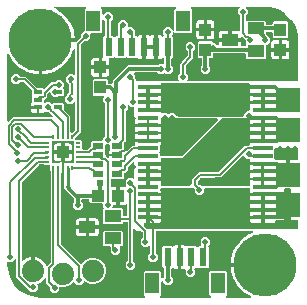
<source format=gbr>
G04 EAGLE Gerber X2 export*
%TF.Part,Single*%
%TF.FileFunction,Copper,L1,Top,Mixed*%
%TF.FilePolarity,Positive*%
%TF.GenerationSoftware,Autodesk,EAGLE,9.1.1*%
%TF.CreationDate,2018-10-01T15:01:31Z*%
G75*
%MOMM*%
%FSLAX34Y34*%
%LPD*%
%AMOC8*
5,1,8,0,0,1.08239X$1,22.5*%
G01*
%ADD10R,1.000000X1.100000*%
%ADD11R,1.400000X1.000000*%
%ADD12R,0.600000X1.550000*%
%ADD13R,1.200000X1.800000*%
%ADD14R,1.000000X1.000000*%
%ADD15R,0.400000X0.200000*%
%ADD16R,0.200000X0.400000*%
%ADD17R,1.100000X1.000000*%
%ADD18R,1.670000X0.450000*%
%ADD19R,0.900000X0.500000*%
%ADD20C,5.334000*%
%ADD21R,2.000000X2.000000*%
%ADD22C,1.879600*%
%ADD23R,0.700000X0.400000*%
%ADD24C,0.152400*%
%ADD25C,0.508000*%
%ADD26C,0.304800*%
%ADD27C,0.254000*%
%ADD28C,0.604000*%

G36*
X119816Y3822D02*
X119816Y3822D01*
X119888Y3824D01*
X119937Y3842D01*
X119988Y3850D01*
X120051Y3884D01*
X120119Y3909D01*
X120159Y3941D01*
X120205Y3966D01*
X120255Y4018D01*
X120311Y4062D01*
X120339Y4106D01*
X120375Y4144D01*
X120405Y4209D01*
X120444Y4269D01*
X120456Y4320D01*
X120478Y4367D01*
X120486Y4438D01*
X120504Y4508D01*
X120500Y4560D01*
X120505Y4611D01*
X120490Y4682D01*
X120485Y4753D01*
X120464Y4801D01*
X120453Y4852D01*
X120416Y4913D01*
X120388Y4979D01*
X120343Y5035D01*
X120327Y5063D01*
X120309Y5078D01*
X120283Y5110D01*
X119175Y6218D01*
X119175Y25482D01*
X120068Y26375D01*
X133332Y26375D01*
X134225Y25482D01*
X134225Y21161D01*
X134236Y21090D01*
X134238Y21018D01*
X134256Y20970D01*
X134264Y20918D01*
X134298Y20855D01*
X134323Y20787D01*
X134355Y20747D01*
X134380Y20701D01*
X134432Y20651D01*
X134476Y20595D01*
X134520Y20567D01*
X134558Y20531D01*
X134623Y20501D01*
X134683Y20462D01*
X134734Y20450D01*
X134781Y20428D01*
X134852Y20420D01*
X134922Y20402D01*
X134974Y20406D01*
X135025Y20401D01*
X135096Y20416D01*
X135167Y20422D01*
X135215Y20442D01*
X135266Y20453D01*
X135327Y20490D01*
X135393Y20518D01*
X135449Y20563D01*
X135477Y20579D01*
X135492Y20597D01*
X135524Y20623D01*
X136428Y21527D01*
X136481Y21601D01*
X136541Y21670D01*
X136553Y21700D01*
X136572Y21726D01*
X136599Y21814D01*
X136633Y21898D01*
X136637Y21939D01*
X136644Y21962D01*
X136643Y21994D01*
X136651Y22065D01*
X136651Y28064D01*
X136648Y28084D01*
X136650Y28103D01*
X136628Y28205D01*
X136612Y28307D01*
X136602Y28324D01*
X136598Y28344D01*
X136545Y28433D01*
X136496Y28524D01*
X136482Y28538D01*
X136472Y28555D01*
X136393Y28622D01*
X136318Y28694D01*
X136300Y28702D01*
X136285Y28715D01*
X136189Y28754D01*
X136098Y28796D01*
X135175Y29718D01*
X135175Y46482D01*
X136068Y47375D01*
X143332Y47375D01*
X143464Y47243D01*
X143560Y47174D01*
X143656Y47103D01*
X143660Y47101D01*
X143663Y47099D01*
X143777Y47064D01*
X143890Y47028D01*
X143895Y47028D01*
X143898Y47027D01*
X144017Y47030D01*
X144136Y47032D01*
X144140Y47033D01*
X144144Y47033D01*
X144255Y47074D01*
X144368Y47113D01*
X144371Y47116D01*
X144375Y47117D01*
X144468Y47192D01*
X144562Y47265D01*
X144565Y47269D01*
X144567Y47271D01*
X144575Y47283D01*
X144661Y47400D01*
X144667Y47410D01*
X145140Y47883D01*
X145719Y48218D01*
X146366Y48391D01*
X148201Y48391D01*
X148201Y38838D01*
X148204Y38819D01*
X148202Y38799D01*
X148224Y38697D01*
X148240Y38595D01*
X148250Y38578D01*
X148254Y38558D01*
X148307Y38469D01*
X148356Y38378D01*
X148370Y38364D01*
X148380Y38347D01*
X148459Y38280D01*
X148534Y38209D01*
X148552Y38200D01*
X148567Y38187D01*
X148663Y38149D01*
X148757Y38105D01*
X148777Y38103D01*
X148795Y38096D01*
X148719Y38083D01*
X148702Y38074D01*
X148682Y38070D01*
X148593Y38017D01*
X148502Y37968D01*
X148488Y37954D01*
X148471Y37944D01*
X148404Y37865D01*
X148332Y37790D01*
X148324Y37772D01*
X148311Y37757D01*
X148272Y37660D01*
X148229Y37567D01*
X148227Y37547D01*
X148219Y37529D01*
X148201Y37362D01*
X148201Y27809D01*
X146366Y27809D01*
X145719Y27982D01*
X145140Y28317D01*
X144667Y28790D01*
X144661Y28800D01*
X144586Y28891D01*
X144512Y28985D01*
X144508Y28987D01*
X144505Y28990D01*
X144406Y29053D01*
X144305Y29118D01*
X144301Y29119D01*
X144297Y29121D01*
X144182Y29149D01*
X144066Y29178D01*
X144062Y29177D01*
X144058Y29178D01*
X143939Y29168D01*
X143821Y29159D01*
X143817Y29157D01*
X143813Y29157D01*
X143705Y29109D01*
X143595Y29062D01*
X143591Y29059D01*
X143588Y29058D01*
X143578Y29049D01*
X143464Y28957D01*
X143297Y28790D01*
X143267Y28786D01*
X143250Y28776D01*
X143230Y28772D01*
X143141Y28719D01*
X143050Y28670D01*
X143036Y28656D01*
X143019Y28646D01*
X142952Y28567D01*
X142880Y28492D01*
X142872Y28474D01*
X142859Y28459D01*
X142820Y28363D01*
X142777Y28269D01*
X142775Y28249D01*
X142767Y28231D01*
X142749Y28064D01*
X142749Y22065D01*
X142751Y22052D01*
X142750Y22041D01*
X142761Y21988D01*
X142763Y21975D01*
X142771Y21884D01*
X142783Y21854D01*
X142788Y21822D01*
X142831Y21742D01*
X142867Y21658D01*
X142893Y21626D01*
X142904Y21605D01*
X142927Y21583D01*
X142972Y21527D01*
X143765Y20734D01*
X143765Y17366D01*
X141384Y14985D01*
X138016Y14985D01*
X135524Y17477D01*
X135466Y17519D01*
X135414Y17569D01*
X135367Y17591D01*
X135325Y17621D01*
X135256Y17642D01*
X135191Y17672D01*
X135139Y17678D01*
X135089Y17693D01*
X135018Y17691D01*
X134947Y17699D01*
X134896Y17688D01*
X134844Y17687D01*
X134776Y17662D01*
X134706Y17647D01*
X134661Y17620D01*
X134613Y17602D01*
X134557Y17558D01*
X134495Y17521D01*
X134461Y17481D01*
X134421Y17449D01*
X134382Y17388D01*
X134335Y17334D01*
X134316Y17286D01*
X134288Y17242D01*
X134270Y17172D01*
X134243Y17106D01*
X134235Y17034D01*
X134227Y17003D01*
X134229Y16980D01*
X134225Y16939D01*
X134225Y6218D01*
X133117Y5110D01*
X133075Y5052D01*
X133025Y5000D01*
X133003Y4953D01*
X132973Y4911D01*
X132952Y4842D01*
X132922Y4777D01*
X132916Y4725D01*
X132901Y4675D01*
X132903Y4604D01*
X132895Y4533D01*
X132906Y4482D01*
X132907Y4430D01*
X132932Y4362D01*
X132947Y4292D01*
X132974Y4247D01*
X132991Y4199D01*
X133036Y4143D01*
X133073Y4081D01*
X133113Y4047D01*
X133145Y4007D01*
X133205Y3968D01*
X133260Y3921D01*
X133308Y3902D01*
X133352Y3874D01*
X133422Y3856D01*
X133488Y3829D01*
X133559Y3821D01*
X133591Y3813D01*
X133614Y3815D01*
X133655Y3811D01*
X175425Y3811D01*
X175496Y3822D01*
X175568Y3824D01*
X175617Y3842D01*
X175668Y3850D01*
X175731Y3884D01*
X175799Y3909D01*
X175839Y3941D01*
X175885Y3966D01*
X175935Y4018D01*
X175991Y4062D01*
X176019Y4106D01*
X176055Y4144D01*
X176085Y4209D01*
X176124Y4269D01*
X176136Y4320D01*
X176158Y4367D01*
X176166Y4438D01*
X176184Y4508D01*
X176180Y4560D01*
X176185Y4611D01*
X176170Y4682D01*
X176165Y4753D01*
X176144Y4801D01*
X176133Y4852D01*
X176096Y4913D01*
X176068Y4979D01*
X176023Y5035D01*
X176007Y5063D01*
X175989Y5078D01*
X175963Y5110D01*
X174855Y6218D01*
X174855Y25482D01*
X175748Y26375D01*
X189012Y26375D01*
X189905Y25482D01*
X189905Y6218D01*
X188797Y5110D01*
X188755Y5052D01*
X188705Y5000D01*
X188683Y4953D01*
X188653Y4911D01*
X188632Y4842D01*
X188602Y4777D01*
X188596Y4725D01*
X188581Y4675D01*
X188583Y4604D01*
X188575Y4533D01*
X188586Y4482D01*
X188587Y4430D01*
X188612Y4362D01*
X188627Y4292D01*
X188654Y4247D01*
X188671Y4199D01*
X188716Y4143D01*
X188753Y4081D01*
X188793Y4047D01*
X188825Y4007D01*
X188885Y3968D01*
X188940Y3921D01*
X188988Y3902D01*
X189032Y3874D01*
X189102Y3856D01*
X189168Y3829D01*
X189239Y3821D01*
X189271Y3813D01*
X189294Y3815D01*
X189335Y3811D01*
X209607Y3811D01*
X209683Y3823D01*
X209759Y3826D01*
X209803Y3843D01*
X209850Y3850D01*
X209917Y3886D01*
X209989Y3913D01*
X210026Y3943D01*
X210068Y3966D01*
X210120Y4021D01*
X210179Y4069D01*
X210204Y4109D01*
X210237Y4144D01*
X210269Y4213D01*
X210309Y4278D01*
X210320Y4324D01*
X210341Y4367D01*
X210349Y4443D01*
X210367Y4517D01*
X210362Y4564D01*
X210368Y4611D01*
X210351Y4686D01*
X210345Y4762D01*
X210325Y4805D01*
X210315Y4852D01*
X210276Y4917D01*
X210246Y4987D01*
X210214Y5022D01*
X210189Y5063D01*
X210131Y5113D01*
X210080Y5169D01*
X210026Y5203D01*
X210002Y5223D01*
X209978Y5233D01*
X209938Y5258D01*
X208098Y6144D01*
X205320Y7889D01*
X202755Y9935D01*
X200435Y12255D01*
X198389Y14820D01*
X196644Y17598D01*
X195220Y20554D01*
X194137Y23651D01*
X193407Y26849D01*
X193039Y30110D01*
X193039Y30227D01*
X221488Y30227D01*
X221508Y30230D01*
X221527Y30228D01*
X221629Y30250D01*
X221731Y30267D01*
X221748Y30276D01*
X221768Y30280D01*
X221857Y30333D01*
X221948Y30382D01*
X221962Y30396D01*
X221979Y30406D01*
X222046Y30485D01*
X222117Y30560D01*
X222126Y30578D01*
X222139Y30593D01*
X222177Y30689D01*
X222221Y30783D01*
X222223Y30803D01*
X222231Y30821D01*
X222249Y30988D01*
X222249Y32512D01*
X222246Y32532D01*
X222248Y32551D01*
X222226Y32653D01*
X222209Y32755D01*
X222200Y32772D01*
X222196Y32792D01*
X222143Y32881D01*
X222094Y32972D01*
X222080Y32986D01*
X222070Y33003D01*
X221991Y33070D01*
X221916Y33141D01*
X221898Y33150D01*
X221883Y33163D01*
X221787Y33202D01*
X221693Y33245D01*
X221673Y33247D01*
X221655Y33255D01*
X221488Y33273D01*
X193039Y33273D01*
X193039Y33390D01*
X193407Y36651D01*
X194137Y39849D01*
X195220Y42946D01*
X196644Y45902D01*
X198389Y48680D01*
X200435Y51245D01*
X202755Y53565D01*
X205320Y55611D01*
X208098Y57356D01*
X211054Y58780D01*
X211602Y58971D01*
X211707Y59029D01*
X211811Y59084D01*
X211814Y59087D01*
X211818Y59089D01*
X211899Y59177D01*
X211980Y59262D01*
X211982Y59266D01*
X211985Y59270D01*
X212034Y59377D01*
X212084Y59485D01*
X212084Y59490D01*
X212086Y59494D01*
X212098Y59611D01*
X212111Y59729D01*
X212110Y59734D01*
X212110Y59739D01*
X212084Y59853D01*
X212059Y59970D01*
X212056Y59974D01*
X212055Y59978D01*
X211994Y60078D01*
X211932Y60181D01*
X211929Y60184D01*
X211926Y60188D01*
X211836Y60263D01*
X211745Y60341D01*
X211741Y60343D01*
X211738Y60346D01*
X211628Y60388D01*
X211517Y60433D01*
X211512Y60433D01*
X211508Y60435D01*
X211494Y60435D01*
X211351Y60451D01*
X130048Y60451D01*
X130028Y60448D01*
X130009Y60450D01*
X129907Y60428D01*
X129805Y60412D01*
X129788Y60402D01*
X129768Y60398D01*
X129679Y60345D01*
X129588Y60296D01*
X129574Y60282D01*
X129557Y60272D01*
X129490Y60193D01*
X129418Y60118D01*
X129410Y60100D01*
X129397Y60085D01*
X129358Y59988D01*
X129315Y59895D01*
X129313Y59875D01*
X129305Y59857D01*
X129287Y59690D01*
X129287Y41877D01*
X129292Y41842D01*
X129292Y41834D01*
X129301Y41791D01*
X129301Y41787D01*
X129309Y41696D01*
X129321Y41666D01*
X129326Y41634D01*
X129341Y41607D01*
X129344Y41593D01*
X129373Y41544D01*
X129405Y41470D01*
X129431Y41438D01*
X129442Y41417D01*
X129459Y41400D01*
X129470Y41382D01*
X129485Y41369D01*
X129510Y41339D01*
X131065Y39784D01*
X131065Y36416D01*
X128684Y34035D01*
X125316Y34035D01*
X122935Y36416D01*
X122935Y39784D01*
X124490Y41339D01*
X124533Y41398D01*
X124578Y41445D01*
X124585Y41462D01*
X124603Y41482D01*
X124615Y41512D01*
X124634Y41538D01*
X124659Y41620D01*
X124681Y41668D01*
X124683Y41680D01*
X124695Y41710D01*
X124699Y41751D01*
X124706Y41774D01*
X124705Y41806D01*
X124713Y41877D01*
X124713Y47277D01*
X124702Y47348D01*
X124700Y47420D01*
X124682Y47468D01*
X124674Y47520D01*
X124640Y47583D01*
X124615Y47651D01*
X124583Y47691D01*
X124558Y47737D01*
X124506Y47787D01*
X124462Y47843D01*
X124418Y47871D01*
X124380Y47907D01*
X124315Y47937D01*
X124255Y47976D01*
X124204Y47988D01*
X124157Y48010D01*
X124086Y48018D01*
X124016Y48036D01*
X123964Y48032D01*
X123913Y48037D01*
X123842Y48022D01*
X123771Y48016D01*
X123723Y47996D01*
X123672Y47985D01*
X123611Y47948D01*
X123545Y47920D01*
X123489Y47875D01*
X123461Y47859D01*
X123446Y47841D01*
X123414Y47815D01*
X122334Y46735D01*
X118966Y46735D01*
X116585Y49116D01*
X116585Y52484D01*
X118140Y54039D01*
X118193Y54113D01*
X118253Y54182D01*
X118265Y54212D01*
X118284Y54238D01*
X118311Y54325D01*
X118345Y54410D01*
X118349Y54451D01*
X118356Y54474D01*
X118355Y54506D01*
X118363Y54577D01*
X118363Y58805D01*
X118349Y58895D01*
X118341Y58986D01*
X118329Y59015D01*
X118324Y59047D01*
X118281Y59128D01*
X118245Y59212D01*
X118219Y59244D01*
X118208Y59265D01*
X118185Y59287D01*
X118140Y59343D01*
X117255Y60228D01*
X117181Y60281D01*
X117111Y60341D01*
X117081Y60353D01*
X117055Y60372D01*
X116968Y60399D01*
X116883Y60433D01*
X116842Y60437D01*
X116820Y60444D01*
X116788Y60443D01*
X116717Y60451D01*
X113037Y60451D01*
X111536Y61952D01*
X111478Y61994D01*
X111426Y62043D01*
X111379Y62065D01*
X111337Y62096D01*
X111268Y62117D01*
X111203Y62147D01*
X111151Y62153D01*
X111101Y62168D01*
X111030Y62166D01*
X110959Y62174D01*
X110908Y62163D01*
X110856Y62162D01*
X110788Y62137D01*
X110718Y62122D01*
X110673Y62095D01*
X110625Y62077D01*
X110569Y62032D01*
X110507Y61996D01*
X110473Y61956D01*
X110433Y61924D01*
X110394Y61863D01*
X110347Y61809D01*
X110328Y61760D01*
X110300Y61717D01*
X110282Y61647D01*
X110255Y61581D01*
X110247Y61509D01*
X110239Y61478D01*
X110241Y61455D01*
X110237Y61414D01*
X110237Y35527D01*
X110251Y35437D01*
X110259Y35346D01*
X110271Y35316D01*
X110276Y35284D01*
X110319Y35204D01*
X110355Y35120D01*
X110381Y35088D01*
X110392Y35067D01*
X110415Y35045D01*
X110460Y34989D01*
X112015Y33434D01*
X112015Y30066D01*
X109634Y27685D01*
X106266Y27685D01*
X103885Y30066D01*
X103885Y33434D01*
X105440Y34989D01*
X105493Y35063D01*
X105553Y35132D01*
X105565Y35162D01*
X105584Y35188D01*
X105611Y35275D01*
X105645Y35360D01*
X105649Y35401D01*
X105656Y35424D01*
X105655Y35456D01*
X105663Y35527D01*
X105663Y67414D01*
X105660Y67434D01*
X105662Y67453D01*
X105640Y67555D01*
X105624Y67657D01*
X105614Y67674D01*
X105610Y67694D01*
X105557Y67783D01*
X105508Y67874D01*
X105494Y67888D01*
X105484Y67905D01*
X105405Y67972D01*
X105330Y68044D01*
X105312Y68052D01*
X105297Y68065D01*
X105201Y68104D01*
X105107Y68147D01*
X105087Y68149D01*
X105069Y68157D01*
X104902Y68175D01*
X102836Y68175D01*
X102816Y68172D01*
X102797Y68174D01*
X102695Y68152D01*
X102593Y68136D01*
X102576Y68126D01*
X102556Y68122D01*
X102467Y68069D01*
X102376Y68020D01*
X102362Y68006D01*
X102345Y67996D01*
X102278Y67917D01*
X102206Y67842D01*
X102198Y67824D01*
X102185Y67809D01*
X102146Y67713D01*
X102103Y67619D01*
X102101Y67599D01*
X102093Y67581D01*
X102075Y67414D01*
X102075Y67368D01*
X101182Y66475D01*
X85918Y66475D01*
X85025Y67368D01*
X85025Y78632D01*
X85446Y79052D01*
X85457Y79068D01*
X85473Y79081D01*
X85529Y79168D01*
X85589Y79252D01*
X85595Y79271D01*
X85606Y79288D01*
X85631Y79388D01*
X85662Y79487D01*
X85661Y79507D01*
X85666Y79526D01*
X85658Y79629D01*
X85655Y79733D01*
X85648Y79751D01*
X85647Y79771D01*
X85606Y79866D01*
X85571Y79964D01*
X85558Y79979D01*
X85551Y79998D01*
X85446Y80129D01*
X84835Y80739D01*
X84835Y82884D01*
X84832Y82904D01*
X84834Y82923D01*
X84812Y83025D01*
X84796Y83127D01*
X84786Y83144D01*
X84782Y83164D01*
X84729Y83253D01*
X84680Y83344D01*
X84666Y83358D01*
X84656Y83375D01*
X84577Y83442D01*
X84502Y83514D01*
X84484Y83522D01*
X84469Y83535D01*
X84373Y83574D01*
X84279Y83617D01*
X84259Y83619D01*
X84241Y83627D01*
X84074Y83645D01*
X74268Y83645D01*
X73375Y84538D01*
X73375Y86360D01*
X73372Y86380D01*
X73374Y86399D01*
X73352Y86501D01*
X73336Y86603D01*
X73326Y86620D01*
X73322Y86640D01*
X73269Y86729D01*
X73220Y86820D01*
X73206Y86834D01*
X73196Y86851D01*
X73117Y86918D01*
X73042Y86990D01*
X73024Y86998D01*
X73009Y87011D01*
X72913Y87050D01*
X72819Y87093D01*
X72799Y87095D01*
X72781Y87103D01*
X72614Y87121D01*
X67310Y87121D01*
X67290Y87118D01*
X67271Y87120D01*
X67169Y87098D01*
X67067Y87082D01*
X67050Y87072D01*
X67030Y87068D01*
X66941Y87015D01*
X66850Y86966D01*
X66836Y86952D01*
X66819Y86942D01*
X66752Y86863D01*
X66680Y86788D01*
X66672Y86770D01*
X66659Y86755D01*
X66620Y86658D01*
X66577Y86565D01*
X66575Y86545D01*
X66567Y86527D01*
X66549Y86360D01*
X66549Y85565D01*
X66563Y85475D01*
X66571Y85384D01*
X66583Y85354D01*
X66588Y85322D01*
X66631Y85242D01*
X66667Y85158D01*
X66693Y85126D01*
X66704Y85105D01*
X66727Y85083D01*
X66772Y85027D01*
X67565Y84234D01*
X67565Y80866D01*
X65184Y78485D01*
X61816Y78485D01*
X59435Y80866D01*
X59435Y84234D01*
X60228Y85027D01*
X60281Y85101D01*
X60341Y85170D01*
X60353Y85200D01*
X60372Y85226D01*
X60399Y85313D01*
X60433Y85398D01*
X60437Y85439D01*
X60444Y85462D01*
X60443Y85494D01*
X60451Y85565D01*
X60451Y87322D01*
X60437Y87412D01*
X60429Y87503D01*
X60417Y87533D01*
X60412Y87565D01*
X60369Y87645D01*
X60333Y87729D01*
X60307Y87761D01*
X60296Y87782D01*
X60273Y87804D01*
X60228Y87860D01*
X51751Y96337D01*
X51751Y98863D01*
X51782Y98894D01*
X51835Y98968D01*
X51895Y99037D01*
X51907Y99067D01*
X51926Y99094D01*
X51953Y99181D01*
X51987Y99265D01*
X51991Y99306D01*
X51998Y99329D01*
X51997Y99361D01*
X52005Y99432D01*
X52005Y108698D01*
X52002Y108718D01*
X52004Y108737D01*
X51982Y108839D01*
X51966Y108941D01*
X51956Y108958D01*
X51952Y108978D01*
X51899Y109067D01*
X51850Y109158D01*
X51836Y109172D01*
X51826Y109189D01*
X51747Y109256D01*
X51672Y109328D01*
X51654Y109336D01*
X51639Y109349D01*
X51561Y109380D01*
X51561Y114000D01*
X51561Y118541D01*
X51562Y118541D01*
X51582Y118544D01*
X51601Y118542D01*
X51703Y118564D01*
X51805Y118580D01*
X51822Y118590D01*
X51842Y118594D01*
X51931Y118647D01*
X52022Y118696D01*
X52036Y118710D01*
X52053Y118720D01*
X52120Y118799D01*
X52191Y118874D01*
X52200Y118892D01*
X52213Y118907D01*
X52252Y119003D01*
X52295Y119097D01*
X52297Y119117D01*
X52305Y119135D01*
X52323Y119302D01*
X52323Y125477D01*
X58341Y125477D01*
X58341Y121666D01*
X58168Y121019D01*
X57833Y120440D01*
X57360Y119967D01*
X56781Y119632D01*
X56134Y119459D01*
X53731Y119459D01*
X53683Y119452D01*
X53635Y119453D01*
X53563Y119432D01*
X53488Y119420D01*
X53446Y119397D01*
X53400Y119383D01*
X53338Y119340D01*
X53271Y119304D01*
X53238Y119270D01*
X53198Y119242D01*
X53154Y119181D01*
X53101Y119126D01*
X53081Y119082D01*
X53053Y119044D01*
X53030Y118972D01*
X52998Y118903D01*
X52992Y118855D01*
X52978Y118810D01*
X52979Y118734D01*
X52971Y118659D01*
X52981Y118612D01*
X52982Y118564D01*
X53007Y118492D01*
X53023Y118418D01*
X53048Y118377D01*
X53064Y118332D01*
X53110Y118272D01*
X53149Y118207D01*
X53186Y118176D01*
X53215Y118138D01*
X53319Y118062D01*
X53336Y118047D01*
X53342Y118045D01*
X53350Y118039D01*
X53360Y118033D01*
X53645Y117748D01*
X53719Y117695D01*
X53789Y117635D01*
X53819Y117623D01*
X53845Y117604D01*
X53932Y117577D01*
X54017Y117543D01*
X54058Y117539D01*
X54080Y117532D01*
X54112Y117533D01*
X54184Y117525D01*
X56536Y117525D01*
X56598Y117509D01*
X56697Y117479D01*
X56717Y117479D01*
X56736Y117474D01*
X56839Y117482D01*
X56942Y117485D01*
X56961Y117492D01*
X56981Y117493D01*
X57055Y117525D01*
X59514Y117525D01*
X59534Y117528D01*
X59553Y117526D01*
X59655Y117548D01*
X59757Y117564D01*
X59774Y117574D01*
X59794Y117578D01*
X59883Y117631D01*
X59974Y117680D01*
X59988Y117694D01*
X60005Y117704D01*
X60072Y117783D01*
X60144Y117858D01*
X60152Y117876D01*
X60165Y117891D01*
X60204Y117987D01*
X60247Y118081D01*
X60249Y118101D01*
X60257Y118119D01*
X60275Y118286D01*
X60275Y120736D01*
X60291Y120798D01*
X60321Y120897D01*
X60321Y120917D01*
X60326Y120936D01*
X60318Y121039D01*
X60315Y121142D01*
X60308Y121161D01*
X60307Y121181D01*
X60275Y121255D01*
X60275Y124736D01*
X60291Y124798D01*
X60321Y124897D01*
X60321Y124917D01*
X60326Y124936D01*
X60318Y125039D01*
X60315Y125142D01*
X60308Y125161D01*
X60307Y125181D01*
X60275Y125255D01*
X60275Y128736D01*
X60291Y128798D01*
X60321Y128897D01*
X60321Y128917D01*
X60326Y128936D01*
X60318Y129039D01*
X60315Y129142D01*
X60308Y129161D01*
X60307Y129181D01*
X60275Y129255D01*
X60275Y132736D01*
X60291Y132798D01*
X60321Y132897D01*
X60321Y132917D01*
X60326Y132936D01*
X60318Y133039D01*
X60315Y133142D01*
X60308Y133161D01*
X60307Y133181D01*
X60275Y133255D01*
X60275Y135714D01*
X60272Y135734D01*
X60274Y135753D01*
X60252Y135855D01*
X60236Y135957D01*
X60226Y135974D01*
X60222Y135994D01*
X60169Y136083D01*
X60120Y136174D01*
X60106Y136188D01*
X60096Y136205D01*
X60017Y136272D01*
X59942Y136344D01*
X59924Y136352D01*
X59909Y136365D01*
X59813Y136404D01*
X59719Y136447D01*
X59699Y136449D01*
X59681Y136457D01*
X59514Y136475D01*
X57064Y136475D01*
X57002Y136491D01*
X56903Y136521D01*
X56883Y136521D01*
X56864Y136526D01*
X56761Y136518D01*
X56658Y136515D01*
X56639Y136508D01*
X56619Y136507D01*
X56545Y136475D01*
X53064Y136475D01*
X53002Y136491D01*
X52903Y136521D01*
X52883Y136521D01*
X52864Y136526D01*
X52761Y136518D01*
X52658Y136515D01*
X52639Y136508D01*
X52619Y136507D01*
X52545Y136475D01*
X49064Y136475D01*
X49002Y136491D01*
X48903Y136521D01*
X48883Y136521D01*
X48864Y136526D01*
X48761Y136518D01*
X48658Y136515D01*
X48639Y136508D01*
X48619Y136507D01*
X48545Y136475D01*
X45064Y136475D01*
X45002Y136491D01*
X44903Y136521D01*
X44883Y136521D01*
X44864Y136526D01*
X44761Y136518D01*
X44658Y136515D01*
X44639Y136508D01*
X44619Y136507D01*
X44545Y136475D01*
X42086Y136475D01*
X42066Y136472D01*
X42047Y136474D01*
X41945Y136452D01*
X41843Y136436D01*
X41826Y136426D01*
X41806Y136422D01*
X41717Y136369D01*
X41626Y136320D01*
X41612Y136306D01*
X41595Y136296D01*
X41528Y136217D01*
X41456Y136142D01*
X41448Y136124D01*
X41435Y136109D01*
X41396Y136013D01*
X41353Y135919D01*
X41351Y135899D01*
X41343Y135881D01*
X41325Y135714D01*
X41325Y133264D01*
X41309Y133202D01*
X41279Y133104D01*
X41279Y133084D01*
X41274Y133064D01*
X41282Y132961D01*
X41285Y132858D01*
X41292Y132839D01*
X41293Y132819D01*
X41325Y132746D01*
X41325Y129264D01*
X41309Y129202D01*
X41279Y129104D01*
X41279Y129084D01*
X41274Y129064D01*
X41282Y128961D01*
X41285Y128858D01*
X41292Y128839D01*
X41293Y128819D01*
X41325Y128746D01*
X41325Y125264D01*
X41309Y125202D01*
X41279Y125104D01*
X41279Y125084D01*
X41274Y125064D01*
X41282Y124961D01*
X41285Y124858D01*
X41292Y124839D01*
X41293Y124819D01*
X41325Y124746D01*
X41325Y121264D01*
X41309Y121202D01*
X41279Y121104D01*
X41279Y121084D01*
X41274Y121064D01*
X41282Y120961D01*
X41285Y120858D01*
X41292Y120839D01*
X41293Y120819D01*
X41325Y120746D01*
X41325Y118286D01*
X41328Y118266D01*
X41326Y118247D01*
X41348Y118145D01*
X41364Y118043D01*
X41374Y118026D01*
X41378Y118006D01*
X41431Y117917D01*
X41480Y117826D01*
X41494Y117812D01*
X41504Y117795D01*
X41583Y117728D01*
X41658Y117656D01*
X41676Y117648D01*
X41691Y117635D01*
X41787Y117596D01*
X41881Y117553D01*
X41901Y117551D01*
X41919Y117543D01*
X42086Y117525D01*
X44536Y117525D01*
X44598Y117509D01*
X44697Y117479D01*
X44717Y117479D01*
X44736Y117474D01*
X44839Y117482D01*
X44942Y117485D01*
X44961Y117492D01*
X44981Y117493D01*
X45055Y117525D01*
X47416Y117525D01*
X47506Y117539D01*
X47597Y117547D01*
X47627Y117559D01*
X47659Y117564D01*
X47740Y117607D01*
X47824Y117643D01*
X47856Y117669D01*
X47876Y117680D01*
X47899Y117703D01*
X47955Y117748D01*
X48240Y118033D01*
X48250Y118039D01*
X48287Y118069D01*
X48329Y118092D01*
X48381Y118146D01*
X48440Y118194D01*
X48466Y118235D01*
X48499Y118270D01*
X48531Y118339D01*
X48571Y118403D01*
X48582Y118449D01*
X48602Y118493D01*
X48611Y118568D01*
X48628Y118642D01*
X48624Y118690D01*
X48629Y118737D01*
X48613Y118811D01*
X48607Y118887D01*
X48587Y118931D01*
X48577Y118978D01*
X48538Y119043D01*
X48508Y119112D01*
X48476Y119148D01*
X48451Y119189D01*
X48393Y119238D01*
X48342Y119294D01*
X48301Y119318D01*
X48264Y119349D01*
X48194Y119377D01*
X48128Y119414D01*
X48080Y119423D01*
X48036Y119441D01*
X47908Y119455D01*
X47886Y119459D01*
X47879Y119458D01*
X47869Y119459D01*
X45466Y119459D01*
X44819Y119632D01*
X44240Y119967D01*
X43767Y120440D01*
X43432Y121019D01*
X43259Y121666D01*
X43259Y125477D01*
X49277Y125477D01*
X49277Y119302D01*
X49280Y119282D01*
X49278Y119263D01*
X49300Y119161D01*
X49317Y119059D01*
X49326Y119042D01*
X49330Y119022D01*
X49383Y118933D01*
X49432Y118842D01*
X49446Y118828D01*
X49456Y118811D01*
X49535Y118744D01*
X49610Y118672D01*
X49628Y118664D01*
X49643Y118651D01*
X49739Y118612D01*
X49833Y118569D01*
X49853Y118567D01*
X49871Y118559D01*
X50038Y118541D01*
X50039Y118541D01*
X50039Y114000D01*
X50039Y109459D01*
X49848Y109459D01*
X49828Y109456D01*
X49809Y109458D01*
X49708Y109436D01*
X49605Y109420D01*
X49588Y109410D01*
X49568Y109406D01*
X49479Y109353D01*
X49388Y109304D01*
X49374Y109290D01*
X49357Y109280D01*
X49290Y109201D01*
X49219Y109126D01*
X49210Y109108D01*
X49197Y109093D01*
X49158Y108997D01*
X49115Y108903D01*
X49113Y108883D01*
X49105Y108865D01*
X49087Y108698D01*
X49087Y49713D01*
X49101Y49622D01*
X49109Y49532D01*
X49121Y49502D01*
X49126Y49470D01*
X49169Y49389D01*
X49205Y49305D01*
X49231Y49273D01*
X49242Y49252D01*
X49265Y49230D01*
X49310Y49174D01*
X65750Y32734D01*
X65787Y32707D01*
X65819Y32673D01*
X65887Y32636D01*
X65950Y32591D01*
X65994Y32577D01*
X66034Y32555D01*
X66111Y32541D01*
X66185Y32518D01*
X66231Y32519D01*
X66276Y32511D01*
X66353Y32523D01*
X66431Y32525D01*
X66474Y32540D01*
X66519Y32547D01*
X66588Y32582D01*
X66662Y32609D01*
X66698Y32638D01*
X66739Y32659D01*
X66793Y32714D01*
X66854Y32763D01*
X66868Y32785D01*
X70013Y35930D01*
X74027Y37593D01*
X78373Y37593D01*
X82387Y35930D01*
X85460Y32857D01*
X87123Y28843D01*
X87123Y24497D01*
X85460Y20483D01*
X82387Y17410D01*
X78373Y15747D01*
X74027Y15747D01*
X70013Y17410D01*
X69626Y17797D01*
X69568Y17839D01*
X69516Y17888D01*
X69469Y17910D01*
X69427Y17940D01*
X69358Y17961D01*
X69293Y17992D01*
X69241Y17997D01*
X69191Y18013D01*
X69120Y18011D01*
X69049Y18019D01*
X68998Y18008D01*
X68946Y18006D01*
X68878Y17982D01*
X68808Y17966D01*
X68763Y17940D01*
X68715Y17922D01*
X68659Y17877D01*
X68597Y17840D01*
X68563Y17801D01*
X68523Y17768D01*
X68484Y17708D01*
X68437Y17653D01*
X68418Y17605D01*
X68390Y17561D01*
X68372Y17492D01*
X68345Y17425D01*
X68340Y17380D01*
X65946Y14985D01*
X62578Y14985D01*
X60379Y17185D01*
X60362Y17197D01*
X60350Y17212D01*
X60263Y17268D01*
X60179Y17329D01*
X60160Y17334D01*
X60143Y17345D01*
X60043Y17370D01*
X59944Y17401D01*
X59924Y17400D01*
X59905Y17405D01*
X59802Y17397D01*
X59698Y17395D01*
X59679Y17388D01*
X59659Y17386D01*
X59564Y17346D01*
X59467Y17310D01*
X59451Y17298D01*
X59433Y17290D01*
X59302Y17185D01*
X56987Y14870D01*
X52973Y13207D01*
X48647Y13207D01*
X48627Y13204D01*
X48607Y13206D01*
X48506Y13184D01*
X48404Y13168D01*
X48387Y13158D01*
X48367Y13154D01*
X48278Y13101D01*
X48187Y13052D01*
X48173Y13038D01*
X48156Y13028D01*
X48089Y12949D01*
X48017Y12874D01*
X48009Y12856D01*
X47996Y12841D01*
X47957Y12745D01*
X47914Y12651D01*
X47912Y12631D01*
X47904Y12613D01*
X47886Y12446D01*
X47886Y10387D01*
X45505Y8006D01*
X42137Y8006D01*
X39756Y10387D01*
X39756Y12586D01*
X39741Y12676D01*
X39734Y12767D01*
X39722Y12797D01*
X39716Y12829D01*
X39674Y12910D01*
X39638Y12994D01*
X39612Y13026D01*
X39601Y13047D01*
X39578Y13069D01*
X39533Y13125D01*
X36829Y15829D01*
X36829Y19747D01*
X36828Y19755D01*
X36829Y19763D01*
X36808Y19876D01*
X36790Y19990D01*
X36786Y19997D01*
X36784Y20004D01*
X36728Y20106D01*
X36674Y20207D01*
X36669Y20212D01*
X36665Y20219D01*
X36579Y20297D01*
X36496Y20376D01*
X36489Y20380D01*
X36483Y20385D01*
X36377Y20431D01*
X36273Y20480D01*
X36265Y20481D01*
X36258Y20484D01*
X36143Y20494D01*
X36029Y20507D01*
X36021Y20505D01*
X36013Y20506D01*
X35901Y20479D01*
X35788Y20455D01*
X35781Y20451D01*
X35774Y20449D01*
X35676Y20388D01*
X35577Y20329D01*
X35572Y20322D01*
X35565Y20318D01*
X35452Y20194D01*
X34506Y18892D01*
X33178Y17564D01*
X31657Y16459D01*
X29983Y15606D01*
X29851Y15563D01*
X29784Y15528D01*
X29713Y15502D01*
X29675Y15472D01*
X29632Y15450D01*
X29580Y15396D01*
X29520Y15349D01*
X29494Y15308D01*
X29461Y15274D01*
X29428Y15205D01*
X29387Y15142D01*
X29376Y15095D01*
X29355Y15052D01*
X29346Y14977D01*
X29327Y14903D01*
X29331Y14855D01*
X29325Y14808D01*
X29341Y14733D01*
X29347Y14658D01*
X29365Y14614D01*
X29375Y14567D01*
X29413Y14501D01*
X29443Y14432D01*
X29465Y14404D01*
X29465Y11016D01*
X27084Y8635D01*
X23716Y8635D01*
X22161Y10190D01*
X22087Y10243D01*
X22018Y10303D01*
X22004Y10309D01*
X11429Y20883D01*
X11429Y35593D01*
X11418Y35664D01*
X11416Y35736D01*
X11398Y35784D01*
X11390Y35836D01*
X11356Y35899D01*
X11331Y35967D01*
X11299Y36007D01*
X11274Y36053D01*
X11222Y36103D01*
X11178Y36159D01*
X11134Y36187D01*
X11096Y36223D01*
X11031Y36253D01*
X10971Y36292D01*
X10920Y36304D01*
X10873Y36326D01*
X10802Y36334D01*
X10732Y36352D01*
X10680Y36348D01*
X10629Y36353D01*
X10558Y36338D01*
X10487Y36332D01*
X10439Y36312D01*
X10388Y36301D01*
X10327Y36264D01*
X10261Y36236D01*
X10205Y36191D01*
X10177Y36175D01*
X10162Y36157D01*
X10130Y36131D01*
X8034Y34035D01*
X4572Y34035D01*
X4552Y34032D01*
X4533Y34034D01*
X4431Y34012D01*
X4329Y33996D01*
X4312Y33986D01*
X4292Y33982D01*
X4203Y33929D01*
X4112Y33880D01*
X4098Y33866D01*
X4081Y33856D01*
X4014Y33777D01*
X3942Y33702D01*
X3934Y33684D01*
X3921Y33669D01*
X3882Y33573D01*
X3839Y33479D01*
X3837Y33459D01*
X3829Y33441D01*
X3811Y33274D01*
X3811Y31750D01*
X3814Y31732D01*
X3812Y31700D01*
X4045Y28153D01*
X4050Y28130D01*
X4069Y28006D01*
X5905Y21152D01*
X5912Y21138D01*
X5914Y21122D01*
X5950Y21041D01*
X5950Y21040D01*
X5951Y21038D01*
X5982Y20969D01*
X9529Y14824D01*
X9539Y14812D01*
X9545Y14798D01*
X9592Y14739D01*
X9593Y14738D01*
X9650Y14667D01*
X14667Y9650D01*
X14680Y9641D01*
X14689Y9628D01*
X14824Y9529D01*
X20969Y5982D01*
X20983Y5976D01*
X20996Y5966D01*
X21152Y5905D01*
X28006Y4069D01*
X28029Y4067D01*
X28153Y4045D01*
X31700Y3812D01*
X31719Y3814D01*
X31750Y3811D01*
X119745Y3811D01*
X119816Y3822D01*
G37*
G36*
X148186Y187210D02*
X148186Y187210D01*
X148258Y187212D01*
X148306Y187230D01*
X148358Y187238D01*
X148421Y187272D01*
X148489Y187297D01*
X148529Y187329D01*
X148575Y187354D01*
X148625Y187406D01*
X148681Y187450D01*
X148709Y187494D01*
X148745Y187532D01*
X148775Y187597D01*
X148814Y187657D01*
X148826Y187708D01*
X148848Y187755D01*
X148856Y187826D01*
X148874Y187896D01*
X148870Y187948D01*
X148875Y187999D01*
X148860Y188070D01*
X148854Y188141D01*
X148834Y188189D01*
X148823Y188240D01*
X148786Y188301D01*
X148758Y188367D01*
X148713Y188423D01*
X148697Y188451D01*
X148679Y188466D01*
X148653Y188498D01*
X148335Y188816D01*
X148335Y192184D01*
X149890Y193739D01*
X149943Y193813D01*
X150003Y193882D01*
X150015Y193912D01*
X150034Y193938D01*
X150061Y194025D01*
X150095Y194110D01*
X150099Y194151D01*
X150106Y194174D01*
X150105Y194206D01*
X150113Y194277D01*
X150113Y202082D01*
X151676Y203645D01*
X156240Y208209D01*
X156293Y208283D01*
X156353Y208353D01*
X156365Y208383D01*
X156384Y208409D01*
X156411Y208496D01*
X156445Y208581D01*
X156449Y208622D01*
X156456Y208644D01*
X156455Y208676D01*
X156463Y208748D01*
X156463Y212123D01*
X156449Y212213D01*
X156441Y212304D01*
X156429Y212334D01*
X156424Y212366D01*
X156381Y212446D01*
X156345Y212530D01*
X156319Y212563D01*
X156308Y212583D01*
X156285Y212605D01*
X156240Y212661D01*
X154685Y214216D01*
X154685Y217584D01*
X157066Y219965D01*
X160434Y219965D01*
X162815Y217584D01*
X162815Y214216D01*
X161260Y212661D01*
X161207Y212587D01*
X161147Y212518D01*
X161135Y212488D01*
X161116Y212462D01*
X161089Y212375D01*
X161055Y212290D01*
X161051Y212249D01*
X161044Y212227D01*
X161045Y212194D01*
X161037Y212123D01*
X161037Y206538D01*
X154910Y200411D01*
X154857Y200337D01*
X154797Y200267D01*
X154785Y200237D01*
X154766Y200211D01*
X154739Y200124D01*
X154705Y200039D01*
X154701Y199998D01*
X154694Y199976D01*
X154695Y199944D01*
X154687Y199873D01*
X154687Y194277D01*
X154701Y194187D01*
X154709Y194096D01*
X154721Y194066D01*
X154726Y194034D01*
X154769Y193954D01*
X154805Y193870D01*
X154831Y193838D01*
X154842Y193817D01*
X154865Y193795D01*
X154910Y193739D01*
X156465Y192184D01*
X156465Y188816D01*
X156147Y188498D01*
X156105Y188440D01*
X156055Y188388D01*
X156033Y188341D01*
X156003Y188299D01*
X155982Y188230D01*
X155952Y188165D01*
X155946Y188113D01*
X155931Y188063D01*
X155933Y187992D01*
X155925Y187921D01*
X155936Y187870D01*
X155937Y187818D01*
X155962Y187750D01*
X155977Y187680D01*
X156004Y187635D01*
X156022Y187587D01*
X156066Y187531D01*
X156103Y187469D01*
X156143Y187435D01*
X156175Y187395D01*
X156235Y187356D01*
X156290Y187309D01*
X156339Y187290D01*
X156382Y187262D01*
X156452Y187244D01*
X156518Y187217D01*
X156590Y187209D01*
X156621Y187201D01*
X156644Y187203D01*
X156685Y187199D01*
X249428Y187199D01*
X249448Y187202D01*
X249467Y187200D01*
X249569Y187222D01*
X249671Y187238D01*
X249688Y187248D01*
X249708Y187252D01*
X249797Y187305D01*
X249888Y187354D01*
X249902Y187368D01*
X249919Y187378D01*
X249986Y187457D01*
X250058Y187532D01*
X250066Y187550D01*
X250079Y187565D01*
X250118Y187661D01*
X250161Y187755D01*
X250163Y187775D01*
X250171Y187793D01*
X250189Y187960D01*
X250189Y222250D01*
X250186Y222269D01*
X250188Y222300D01*
X249955Y225847D01*
X249950Y225870D01*
X249931Y225994D01*
X248095Y232848D01*
X248088Y232862D01*
X248086Y232878D01*
X248018Y233031D01*
X244471Y239176D01*
X244461Y239188D01*
X244455Y239202D01*
X244350Y239333D01*
X239333Y244350D01*
X239320Y244359D01*
X239311Y244372D01*
X239176Y244471D01*
X233031Y248018D01*
X233016Y248024D01*
X233004Y248034D01*
X232848Y248095D01*
X225994Y249931D01*
X225971Y249933D01*
X225847Y249955D01*
X222300Y250188D01*
X222281Y250186D01*
X222250Y250189D01*
X206723Y250189D01*
X206652Y250178D01*
X206580Y250176D01*
X206532Y250158D01*
X206480Y250150D01*
X206417Y250116D01*
X206349Y250091D01*
X206309Y250059D01*
X206263Y250034D01*
X206213Y249982D01*
X206157Y249938D01*
X206129Y249894D01*
X206093Y249856D01*
X206063Y249791D01*
X206024Y249731D01*
X206012Y249680D01*
X205990Y249633D01*
X205982Y249562D01*
X205964Y249492D01*
X205968Y249440D01*
X205963Y249389D01*
X205978Y249318D01*
X205984Y249247D01*
X206004Y249199D01*
X206015Y249148D01*
X206052Y249087D01*
X206080Y249021D01*
X206125Y248965D01*
X206141Y248937D01*
X206159Y248922D01*
X206185Y248890D01*
X207265Y247810D01*
X207265Y244442D01*
X205710Y242887D01*
X205657Y242813D01*
X205597Y242744D01*
X205585Y242714D01*
X205566Y242688D01*
X205539Y242601D01*
X205505Y242516D01*
X205501Y242475D01*
X205494Y242452D01*
X205495Y242420D01*
X205487Y242349D01*
X205487Y239031D01*
X205490Y239014D01*
X205488Y238998D01*
X205499Y238946D01*
X205501Y238886D01*
X205518Y238838D01*
X205526Y238788D01*
X205538Y238766D01*
X205540Y238757D01*
X205561Y238721D01*
X205586Y238655D01*
X205618Y238616D01*
X205642Y238571D01*
X205664Y238549D01*
X205666Y238546D01*
X205679Y238535D01*
X205694Y238521D01*
X205740Y238464D01*
X205783Y238436D01*
X205820Y238401D01*
X205886Y238371D01*
X205947Y238331D01*
X205997Y238319D01*
X206043Y238298D01*
X206115Y238290D01*
X206186Y238272D01*
X206237Y238276D01*
X206287Y238271D01*
X206306Y238275D01*
X221832Y238275D01*
X222725Y237382D01*
X222725Y235560D01*
X222728Y235540D01*
X222726Y235521D01*
X222748Y235419D01*
X222764Y235317D01*
X222774Y235300D01*
X222778Y235280D01*
X222831Y235191D01*
X222880Y235100D01*
X222894Y235086D01*
X222904Y235069D01*
X222983Y235002D01*
X223058Y234930D01*
X223076Y234922D01*
X223091Y234909D01*
X223187Y234870D01*
X223281Y234827D01*
X223301Y234825D01*
X223319Y234817D01*
X223486Y234799D01*
X227664Y234799D01*
X227684Y234802D01*
X227703Y234800D01*
X227805Y234822D01*
X227907Y234838D01*
X227924Y234848D01*
X227944Y234852D01*
X228033Y234905D01*
X228124Y234954D01*
X228138Y234968D01*
X228155Y234978D01*
X228222Y235057D01*
X228294Y235132D01*
X228302Y235150D01*
X228315Y235165D01*
X228354Y235261D01*
X228397Y235355D01*
X228399Y235375D01*
X228407Y235393D01*
X228425Y235560D01*
X228425Y236882D01*
X229318Y237775D01*
X240582Y237775D01*
X241475Y236882D01*
X241475Y224618D01*
X240582Y223725D01*
X229318Y223725D01*
X228425Y224618D01*
X228425Y227940D01*
X228422Y227960D01*
X228424Y227979D01*
X228402Y228081D01*
X228386Y228183D01*
X228376Y228200D01*
X228372Y228220D01*
X228319Y228309D01*
X228270Y228400D01*
X228256Y228414D01*
X228246Y228431D01*
X228167Y228498D01*
X228092Y228570D01*
X228074Y228578D01*
X228059Y228591D01*
X227963Y228630D01*
X227869Y228673D01*
X227849Y228675D01*
X227831Y228683D01*
X227664Y228701D01*
X223486Y228701D01*
X223466Y228698D01*
X223447Y228700D01*
X223345Y228678D01*
X223243Y228662D01*
X223226Y228652D01*
X223206Y228648D01*
X223117Y228595D01*
X223026Y228546D01*
X223012Y228532D01*
X222995Y228522D01*
X222928Y228443D01*
X222856Y228368D01*
X222848Y228350D01*
X222835Y228335D01*
X222796Y228239D01*
X222753Y228145D01*
X222751Y228125D01*
X222743Y228107D01*
X222725Y227940D01*
X222725Y227852D01*
X222739Y227762D01*
X222747Y227671D01*
X222759Y227641D01*
X222764Y227609D01*
X222807Y227529D01*
X222843Y227445D01*
X222869Y227413D01*
X222880Y227392D01*
X222903Y227370D01*
X222948Y227314D01*
X225450Y224812D01*
X225454Y224805D01*
X225477Y224783D01*
X225522Y224727D01*
X226315Y223934D01*
X226315Y220876D01*
X226322Y220829D01*
X226321Y220781D01*
X226342Y220708D01*
X226354Y220633D01*
X226377Y220591D01*
X226384Y220565D01*
X226375Y220563D01*
X226336Y220536D01*
X226291Y220517D01*
X226191Y220436D01*
X226172Y220424D01*
X226168Y220418D01*
X226160Y220412D01*
X223934Y218185D01*
X223486Y218185D01*
X223466Y218182D01*
X223447Y218184D01*
X223345Y218162D01*
X223243Y218146D01*
X223226Y218136D01*
X223206Y218132D01*
X223117Y218079D01*
X223026Y218030D01*
X223012Y218016D01*
X222995Y218006D01*
X222928Y217927D01*
X222856Y217852D01*
X222848Y217834D01*
X222835Y217819D01*
X222796Y217723D01*
X222753Y217629D01*
X222751Y217609D01*
X222743Y217591D01*
X222725Y217424D01*
X222725Y207118D01*
X221832Y206225D01*
X206568Y206225D01*
X205675Y207118D01*
X205675Y209940D01*
X205672Y209960D01*
X205674Y209979D01*
X205652Y210081D01*
X205636Y210183D01*
X205626Y210200D01*
X205622Y210220D01*
X205569Y210309D01*
X205520Y210400D01*
X205506Y210414D01*
X205496Y210431D01*
X205417Y210498D01*
X205342Y210570D01*
X205324Y210578D01*
X205309Y210591D01*
X205213Y210630D01*
X205119Y210673D01*
X205099Y210675D01*
X205081Y210683D01*
X204914Y210701D01*
X178736Y210701D01*
X178716Y210698D01*
X178697Y210700D01*
X178595Y210678D01*
X178493Y210662D01*
X178476Y210652D01*
X178456Y210648D01*
X178367Y210595D01*
X178276Y210546D01*
X178262Y210532D01*
X178245Y210522D01*
X178178Y210443D01*
X178106Y210368D01*
X178098Y210350D01*
X178085Y210335D01*
X178046Y210239D01*
X178003Y210145D01*
X178001Y210125D01*
X177993Y210107D01*
X177975Y209940D01*
X177975Y207618D01*
X177082Y206725D01*
X175260Y206725D01*
X175240Y206722D01*
X175221Y206724D01*
X175119Y206702D01*
X175017Y206686D01*
X175000Y206676D01*
X174980Y206672D01*
X174891Y206619D01*
X174800Y206570D01*
X174786Y206556D01*
X174769Y206546D01*
X174702Y206467D01*
X174630Y206392D01*
X174622Y206374D01*
X174609Y206359D01*
X174570Y206263D01*
X174527Y206169D01*
X174525Y206149D01*
X174517Y206131D01*
X174499Y205964D01*
X174499Y200565D01*
X174513Y200475D01*
X174521Y200384D01*
X174533Y200354D01*
X174538Y200322D01*
X174581Y200241D01*
X174617Y200157D01*
X174643Y200125D01*
X174654Y200105D01*
X174677Y200082D01*
X174722Y200026D01*
X175515Y199233D01*
X175515Y195866D01*
X173134Y193485D01*
X169766Y193485D01*
X167385Y195866D01*
X167385Y199233D01*
X168178Y200026D01*
X168231Y200100D01*
X168291Y200170D01*
X168303Y200200D01*
X168322Y200226D01*
X168349Y200313D01*
X168383Y200398D01*
X168387Y200439D01*
X168394Y200461D01*
X168393Y200493D01*
X168401Y200565D01*
X168401Y205964D01*
X168398Y205984D01*
X168400Y206003D01*
X168378Y206105D01*
X168362Y206207D01*
X168352Y206224D01*
X168348Y206244D01*
X168295Y206333D01*
X168246Y206424D01*
X168232Y206438D01*
X168222Y206455D01*
X168143Y206522D01*
X168068Y206594D01*
X168050Y206602D01*
X168035Y206615D01*
X167939Y206654D01*
X167845Y206697D01*
X167825Y206699D01*
X167807Y206707D01*
X167640Y206725D01*
X165818Y206725D01*
X164925Y207618D01*
X164925Y219882D01*
X165818Y220775D01*
X177082Y220775D01*
X178105Y219752D01*
X178179Y219699D01*
X178248Y219639D01*
X178278Y219627D01*
X178304Y219608D01*
X178391Y219581D01*
X178476Y219547D01*
X178517Y219543D01*
X178539Y219536D01*
X178572Y219537D01*
X178643Y219529D01*
X179484Y219529D01*
X181360Y217653D01*
X181418Y217611D01*
X181470Y217561D01*
X181517Y217539D01*
X181559Y217509D01*
X181628Y217488D01*
X181693Y217458D01*
X181745Y217452D01*
X181795Y217437D01*
X181866Y217439D01*
X181937Y217431D01*
X181988Y217442D01*
X182040Y217443D01*
X182108Y217468D01*
X182178Y217483D01*
X182223Y217510D01*
X182271Y217528D01*
X182327Y217572D01*
X182389Y217609D01*
X182423Y217649D01*
X182463Y217681D01*
X182502Y217742D01*
X182549Y217796D01*
X182568Y217844D01*
X182596Y217888D01*
X182614Y217958D01*
X182641Y218024D01*
X182649Y218096D01*
X182657Y218127D01*
X182655Y218150D01*
X182659Y218191D01*
X182659Y220727D01*
X191438Y220727D01*
X191458Y220730D01*
X191477Y220728D01*
X191579Y220750D01*
X191681Y220767D01*
X191698Y220776D01*
X191718Y220780D01*
X191807Y220833D01*
X191898Y220882D01*
X191912Y220896D01*
X191929Y220906D01*
X191996Y220985D01*
X192067Y221060D01*
X192076Y221078D01*
X192089Y221093D01*
X192128Y221189D01*
X192171Y221283D01*
X192173Y221303D01*
X192181Y221321D01*
X192199Y221488D01*
X192199Y222251D01*
X192201Y222251D01*
X192201Y221488D01*
X192204Y221468D01*
X192202Y221449D01*
X192224Y221347D01*
X192241Y221245D01*
X192250Y221228D01*
X192254Y221208D01*
X192307Y221119D01*
X192356Y221028D01*
X192370Y221014D01*
X192380Y220997D01*
X192459Y220930D01*
X192534Y220859D01*
X192552Y220850D01*
X192567Y220837D01*
X192663Y220798D01*
X192757Y220755D01*
X192777Y220753D01*
X192795Y220745D01*
X192962Y220727D01*
X201741Y220727D01*
X201741Y217560D01*
X201744Y217540D01*
X201742Y217521D01*
X201764Y217419D01*
X201780Y217317D01*
X201790Y217300D01*
X201794Y217280D01*
X201847Y217191D01*
X201896Y217100D01*
X201910Y217086D01*
X201920Y217069D01*
X201999Y217002D01*
X202074Y216930D01*
X202092Y216922D01*
X202107Y216909D01*
X202203Y216870D01*
X202297Y216827D01*
X202317Y216825D01*
X202335Y216817D01*
X202502Y216799D01*
X204914Y216799D01*
X204934Y216802D01*
X204953Y216800D01*
X205055Y216822D01*
X205157Y216838D01*
X205174Y216848D01*
X205194Y216852D01*
X205283Y216905D01*
X205374Y216954D01*
X205388Y216968D01*
X205405Y216978D01*
X205472Y217057D01*
X205544Y217132D01*
X205552Y217150D01*
X205565Y217165D01*
X205604Y217261D01*
X205647Y217355D01*
X205649Y217375D01*
X205657Y217393D01*
X205675Y217560D01*
X205675Y218382D01*
X206134Y218841D01*
X206146Y218857D01*
X206162Y218869D01*
X206217Y218956D01*
X206278Y219040D01*
X206284Y219059D01*
X206295Y219076D01*
X206320Y219177D01*
X206350Y219275D01*
X206350Y219295D01*
X206355Y219315D01*
X206347Y219418D01*
X206344Y219521D01*
X206337Y219540D01*
X206336Y219560D01*
X206295Y219655D01*
X206259Y219752D01*
X206247Y219768D01*
X206239Y219786D01*
X206134Y219917D01*
X205485Y220566D01*
X205485Y221683D01*
X205471Y221773D01*
X205463Y221864D01*
X205451Y221893D01*
X205446Y221925D01*
X205403Y222006D01*
X205367Y222090D01*
X205341Y222122D01*
X205330Y222143D01*
X205307Y222165D01*
X205262Y222221D01*
X203040Y224443D01*
X202982Y224485D01*
X202930Y224534D01*
X202883Y224556D01*
X202841Y224586D01*
X202772Y224608D01*
X202707Y224638D01*
X202655Y224644D01*
X202605Y224659D01*
X202534Y224657D01*
X202463Y224665D01*
X202412Y224654D01*
X202360Y224652D01*
X202292Y224628D01*
X202222Y224613D01*
X202177Y224586D01*
X202129Y224568D01*
X202073Y224523D01*
X202011Y224486D01*
X201977Y224447D01*
X201937Y224414D01*
X201898Y224354D01*
X201851Y224300D01*
X201832Y224251D01*
X201804Y224207D01*
X201786Y224138D01*
X201759Y224071D01*
X201751Y224000D01*
X201743Y223969D01*
X201745Y223946D01*
X201741Y223905D01*
X201741Y223773D01*
X193723Y223773D01*
X193723Y229791D01*
X199534Y229791D01*
X199955Y229678D01*
X200074Y229666D01*
X200191Y229653D01*
X200196Y229654D01*
X200200Y229654D01*
X200315Y229680D01*
X200432Y229705D01*
X200435Y229708D01*
X200439Y229708D01*
X200541Y229770D01*
X200643Y229832D01*
X200646Y229835D01*
X200649Y229837D01*
X200725Y229928D01*
X200803Y230018D01*
X200804Y230022D01*
X200807Y230026D01*
X200850Y230135D01*
X200895Y230247D01*
X200895Y230252D01*
X200897Y230255D01*
X200897Y230268D01*
X200913Y230413D01*
X200913Y242349D01*
X200899Y242439D01*
X200891Y242530D01*
X200879Y242560D01*
X200874Y242592D01*
X200831Y242672D01*
X200795Y242756D01*
X200769Y242788D01*
X200758Y242809D01*
X200735Y242831D01*
X200690Y242887D01*
X199135Y244442D01*
X199135Y247810D01*
X200215Y248890D01*
X200257Y248948D01*
X200307Y249000D01*
X200329Y249047D01*
X200359Y249089D01*
X200380Y249158D01*
X200410Y249223D01*
X200416Y249275D01*
X200431Y249325D01*
X200429Y249396D01*
X200437Y249467D01*
X200426Y249518D01*
X200425Y249570D01*
X200400Y249638D01*
X200385Y249708D01*
X200358Y249753D01*
X200340Y249801D01*
X200296Y249857D01*
X200259Y249919D01*
X200219Y249953D01*
X200187Y249993D01*
X200126Y250032D01*
X200072Y250079D01*
X200024Y250098D01*
X199980Y250126D01*
X199910Y250144D01*
X199844Y250171D01*
X199772Y250179D01*
X199741Y250187D01*
X199718Y250185D01*
X199677Y250189D01*
X159655Y250189D01*
X159584Y250178D01*
X159512Y250176D01*
X159463Y250158D01*
X159412Y250150D01*
X159349Y250116D01*
X159281Y250091D01*
X159241Y250059D01*
X159195Y250034D01*
X159145Y249982D01*
X159089Y249938D01*
X159061Y249894D01*
X159025Y249856D01*
X158995Y249791D01*
X158956Y249731D01*
X158944Y249680D01*
X158922Y249633D01*
X158914Y249562D01*
X158896Y249492D01*
X158900Y249440D01*
X158895Y249389D01*
X158910Y249318D01*
X158915Y249247D01*
X158936Y249199D01*
X158947Y249148D01*
X158984Y249087D01*
X159012Y249021D01*
X159057Y248965D01*
X159073Y248937D01*
X159091Y248922D01*
X159117Y248890D01*
X160225Y247782D01*
X160225Y228518D01*
X159332Y227625D01*
X146068Y227625D01*
X145064Y228629D01*
X145006Y228671D01*
X144954Y228721D01*
X144907Y228743D01*
X144865Y228773D01*
X144796Y228794D01*
X144731Y228824D01*
X144679Y228830D01*
X144629Y228845D01*
X144558Y228843D01*
X144487Y228851D01*
X144436Y228840D01*
X144384Y228839D01*
X144316Y228814D01*
X144246Y228799D01*
X144201Y228772D01*
X144153Y228755D01*
X144097Y228710D01*
X144035Y228673D01*
X144001Y228633D01*
X143961Y228601D01*
X143922Y228541D01*
X143875Y228486D01*
X143856Y228438D01*
X143828Y228394D01*
X143810Y228324D01*
X143783Y228258D01*
X143775Y228187D01*
X143767Y228155D01*
X143769Y228132D01*
X143765Y228091D01*
X143765Y226916D01*
X143216Y226367D01*
X143204Y226351D01*
X143188Y226339D01*
X143132Y226251D01*
X143072Y226168D01*
X143066Y226149D01*
X143055Y226132D01*
X143030Y226031D01*
X143000Y225932D01*
X143000Y225912D01*
X142995Y225893D01*
X143003Y225790D01*
X143006Y225687D01*
X143013Y225668D01*
X143014Y225648D01*
X143055Y225553D01*
X143091Y225456D01*
X143103Y225440D01*
X143111Y225422D01*
X143216Y225291D01*
X144225Y224282D01*
X144225Y207518D01*
X143297Y206590D01*
X143267Y206586D01*
X143250Y206576D01*
X143230Y206572D01*
X143141Y206519D01*
X143050Y206470D01*
X143036Y206456D01*
X143019Y206446D01*
X142952Y206367D01*
X142880Y206292D01*
X142872Y206274D01*
X142859Y206259D01*
X142820Y206163D01*
X142777Y206069D01*
X142775Y206049D01*
X142767Y206031D01*
X142749Y205864D01*
X142749Y200565D01*
X142763Y200475D01*
X142771Y200384D01*
X142783Y200354D01*
X142788Y200322D01*
X142831Y200241D01*
X142867Y200157D01*
X142893Y200125D01*
X142904Y200105D01*
X142927Y200082D01*
X142972Y200026D01*
X143765Y199233D01*
X143765Y195866D01*
X141384Y193485D01*
X138016Y193485D01*
X137188Y194313D01*
X137172Y194325D01*
X137160Y194340D01*
X137073Y194396D01*
X136989Y194456D01*
X136970Y194462D01*
X136953Y194473D01*
X136852Y194498D01*
X136754Y194529D01*
X136734Y194528D01*
X136714Y194533D01*
X136611Y194525D01*
X136508Y194522D01*
X136489Y194516D01*
X136469Y194514D01*
X136374Y194474D01*
X136277Y194438D01*
X136261Y194426D01*
X136243Y194418D01*
X136112Y194313D01*
X135284Y193485D01*
X131917Y193485D01*
X131124Y194278D01*
X131050Y194331D01*
X130980Y194391D01*
X130950Y194403D01*
X130924Y194422D01*
X130837Y194448D01*
X130752Y194483D01*
X130711Y194487D01*
X130689Y194494D01*
X130657Y194493D01*
X130585Y194501D01*
X111535Y194501D01*
X111464Y194489D01*
X111393Y194488D01*
X111344Y194470D01*
X111292Y194461D01*
X111229Y194428D01*
X111162Y194403D01*
X111121Y194371D01*
X111075Y194346D01*
X111026Y194294D01*
X110970Y194249D01*
X110942Y194206D01*
X110906Y194168D01*
X110875Y194103D01*
X110837Y194043D01*
X110824Y193992D01*
X110802Y193945D01*
X110794Y193874D01*
X110777Y193804D01*
X110781Y193752D01*
X110775Y193700D01*
X110790Y193630D01*
X110796Y193559D01*
X110816Y193511D01*
X110827Y193460D01*
X110864Y193398D01*
X110892Y193332D01*
X110937Y193276D01*
X110953Y193249D01*
X110971Y193234D01*
X110997Y193201D01*
X112015Y192184D01*
X112015Y189985D01*
X112029Y189894D01*
X112037Y189804D01*
X112049Y189774D01*
X112054Y189742D01*
X112097Y189661D01*
X112133Y189577D01*
X112159Y189545D01*
X112170Y189524D01*
X112193Y189502D01*
X112238Y189446D01*
X112673Y189011D01*
X112673Y187960D01*
X112676Y187940D01*
X112674Y187921D01*
X112696Y187819D01*
X112712Y187717D01*
X112722Y187700D01*
X112726Y187680D01*
X112779Y187591D01*
X112828Y187500D01*
X112842Y187486D01*
X112852Y187469D01*
X112931Y187402D01*
X113006Y187330D01*
X113024Y187322D01*
X113039Y187309D01*
X113135Y187270D01*
X113229Y187227D01*
X113249Y187225D01*
X113267Y187217D01*
X113434Y187199D01*
X148115Y187199D01*
X148186Y187210D01*
G37*
G36*
X248692Y61980D02*
X248692Y61980D01*
X248718Y61978D01*
X248865Y62000D01*
X249012Y62017D01*
X249037Y62025D01*
X249063Y62029D01*
X249201Y62084D01*
X249340Y62134D01*
X249362Y62148D01*
X249387Y62158D01*
X249508Y62243D01*
X249633Y62323D01*
X249651Y62342D01*
X249673Y62357D01*
X249772Y62467D01*
X249875Y62574D01*
X249889Y62596D01*
X249906Y62616D01*
X249978Y62746D01*
X250054Y62873D01*
X250062Y62898D01*
X250075Y62921D01*
X250115Y63064D01*
X250160Y63205D01*
X250162Y63231D01*
X250170Y63256D01*
X250189Y63500D01*
X250189Y68486D01*
X250186Y68512D01*
X250188Y68538D01*
X250166Y68685D01*
X250149Y68832D01*
X250141Y68857D01*
X250137Y68883D01*
X250082Y69021D01*
X250032Y69160D01*
X250018Y69182D01*
X250008Y69207D01*
X249923Y69328D01*
X249843Y69453D01*
X249824Y69471D01*
X249809Y69493D01*
X249699Y69592D01*
X249592Y69695D01*
X249570Y69709D01*
X249550Y69726D01*
X249420Y69798D01*
X249293Y69874D01*
X249268Y69882D01*
X249245Y69895D01*
X249102Y69935D01*
X248961Y69980D01*
X248935Y69982D01*
X248910Y69990D01*
X248666Y70009D01*
X244347Y70009D01*
X244347Y81026D01*
X244344Y81052D01*
X244346Y81078D01*
X244324Y81225D01*
X244307Y81372D01*
X244298Y81397D01*
X244295Y81423D01*
X244240Y81561D01*
X244190Y81700D01*
X244176Y81722D01*
X244166Y81747D01*
X244081Y81868D01*
X244001Y81993D01*
X243982Y82011D01*
X243967Y82033D01*
X243857Y82132D01*
X243750Y82235D01*
X243728Y82249D01*
X243708Y82266D01*
X243578Y82338D01*
X243451Y82414D01*
X243426Y82422D01*
X243403Y82435D01*
X243260Y82475D01*
X243119Y82520D01*
X243093Y82522D01*
X243068Y82530D01*
X242824Y82549D01*
X239776Y82549D01*
X239750Y82546D01*
X239724Y82548D01*
X239577Y82526D01*
X239430Y82509D01*
X239405Y82500D01*
X239379Y82497D01*
X239241Y82442D01*
X239102Y82392D01*
X239080Y82378D01*
X239055Y82368D01*
X238934Y82283D01*
X238809Y82203D01*
X238791Y82184D01*
X238769Y82169D01*
X238670Y82059D01*
X238567Y81952D01*
X238553Y81930D01*
X238536Y81910D01*
X238464Y81780D01*
X238388Y81653D01*
X238380Y81628D01*
X238367Y81605D01*
X238327Y81462D01*
X238282Y81321D01*
X238280Y81295D01*
X238272Y81270D01*
X238253Y81026D01*
X238253Y70009D01*
X232386Y70009D01*
X232384Y70009D01*
X232383Y70009D01*
X232208Y69989D01*
X232039Y69969D01*
X232038Y69969D01*
X232037Y69969D01*
X231877Y69911D01*
X231711Y69852D01*
X231710Y69851D01*
X231709Y69851D01*
X231565Y69758D01*
X231419Y69663D01*
X231418Y69662D01*
X231416Y69661D01*
X231299Y69539D01*
X231176Y69412D01*
X231176Y69411D01*
X231175Y69410D01*
X231087Y69262D01*
X230997Y69113D01*
X230997Y69112D01*
X230996Y69111D01*
X230914Y68880D01*
X230818Y68519D01*
X230483Y67940D01*
X230010Y67467D01*
X229431Y67132D01*
X228785Y66959D01*
X221623Y66959D01*
X221623Y71750D01*
X221623Y78250D01*
X221623Y84750D01*
X221623Y91250D01*
X221620Y91276D01*
X221622Y91302D01*
X221600Y91449D01*
X221584Y91596D01*
X221575Y91621D01*
X221571Y91647D01*
X221516Y91784D01*
X221466Y91924D01*
X221452Y91946D01*
X221442Y91970D01*
X221358Y92092D01*
X221277Y92217D01*
X221258Y92235D01*
X221243Y92257D01*
X221133Y92356D01*
X221026Y92459D01*
X221003Y92473D01*
X220984Y92490D01*
X220854Y92562D01*
X220727Y92638D01*
X220702Y92646D01*
X220679Y92659D01*
X220536Y92699D01*
X220395Y92745D01*
X220369Y92747D01*
X220343Y92754D01*
X220100Y92773D01*
X209209Y92773D01*
X209209Y93835D01*
X209382Y94481D01*
X209387Y94488D01*
X209417Y94558D01*
X209456Y94623D01*
X209486Y94717D01*
X209525Y94808D01*
X209539Y94883D01*
X209562Y94955D01*
X209570Y95053D01*
X209588Y95151D01*
X209584Y95227D01*
X209590Y95302D01*
X209575Y95400D01*
X209570Y95499D01*
X209550Y95572D01*
X209538Y95647D01*
X209502Y95739D01*
X209475Y95834D01*
X209438Y95900D01*
X209410Y95971D01*
X209353Y96052D01*
X209305Y96139D01*
X209254Y96195D01*
X209211Y96257D01*
X209137Y96323D01*
X209071Y96396D01*
X209008Y96439D01*
X208952Y96490D01*
X208865Y96538D01*
X208784Y96594D01*
X208713Y96622D01*
X208647Y96659D01*
X208551Y96686D01*
X208459Y96722D01*
X208385Y96733D01*
X208311Y96754D01*
X208161Y96766D01*
X208115Y96773D01*
X208096Y96771D01*
X208068Y96773D01*
X172102Y96773D01*
X172076Y96770D01*
X172050Y96772D01*
X171903Y96750D01*
X171756Y96733D01*
X171731Y96725D01*
X171705Y96721D01*
X171567Y96666D01*
X171428Y96616D01*
X171406Y96602D01*
X171381Y96592D01*
X171260Y96507D01*
X171135Y96427D01*
X171117Y96408D01*
X171095Y96393D01*
X170996Y96283D01*
X170893Y96176D01*
X170879Y96154D01*
X170862Y96134D01*
X170790Y96004D01*
X170714Y95877D01*
X170706Y95852D01*
X170693Y95829D01*
X170653Y95686D01*
X170608Y95545D01*
X170606Y95519D01*
X170598Y95494D01*
X170579Y95250D01*
X170579Y93312D01*
X168198Y90931D01*
X164830Y90931D01*
X162449Y93312D01*
X162449Y95250D01*
X162446Y95276D01*
X162448Y95302D01*
X162426Y95449D01*
X162409Y95596D01*
X162401Y95621D01*
X162397Y95647D01*
X162342Y95785D01*
X162292Y95924D01*
X162278Y95946D01*
X162268Y95971D01*
X162183Y96092D01*
X162103Y96217D01*
X162084Y96235D01*
X162069Y96257D01*
X161959Y96356D01*
X161852Y96459D01*
X161830Y96473D01*
X161810Y96490D01*
X161680Y96562D01*
X161553Y96638D01*
X161528Y96646D01*
X161505Y96659D01*
X161362Y96699D01*
X161221Y96744D01*
X161195Y96746D01*
X161170Y96754D01*
X160926Y96773D01*
X134832Y96773D01*
X134757Y96765D01*
X134681Y96766D01*
X134584Y96745D01*
X134486Y96733D01*
X134415Y96708D01*
X134341Y96692D01*
X134251Y96649D01*
X134158Y96616D01*
X134094Y96575D01*
X134026Y96542D01*
X133948Y96481D01*
X133865Y96427D01*
X133813Y96372D01*
X133753Y96325D01*
X133692Y96247D01*
X133623Y96176D01*
X133584Y96111D01*
X133537Y96052D01*
X133495Y95962D01*
X133444Y95877D01*
X133421Y95805D01*
X133389Y95736D01*
X133368Y95640D01*
X133338Y95545D01*
X133332Y95470D01*
X133316Y95396D01*
X133318Y95296D01*
X133310Y95198D01*
X133321Y95123D01*
X133323Y95047D01*
X133347Y94951D01*
X133362Y94853D01*
X133390Y94783D01*
X133408Y94709D01*
X133473Y94573D01*
X133490Y94529D01*
X133501Y94514D01*
X133513Y94488D01*
X133518Y94481D01*
X133691Y93835D01*
X133691Y92773D01*
X122800Y92773D01*
X122774Y92770D01*
X122748Y92772D01*
X122601Y92750D01*
X122454Y92734D01*
X122429Y92725D01*
X122403Y92721D01*
X122266Y92666D01*
X122126Y92616D01*
X122104Y92602D01*
X122080Y92592D01*
X121958Y92508D01*
X121833Y92427D01*
X121815Y92408D01*
X121793Y92393D01*
X121694Y92283D01*
X121591Y92176D01*
X121577Y92153D01*
X121559Y92134D01*
X121488Y92004D01*
X121412Y91877D01*
X121404Y91852D01*
X121391Y91829D01*
X121351Y91686D01*
X121305Y91545D01*
X121303Y91519D01*
X121296Y91493D01*
X121277Y91250D01*
X121277Y84750D01*
X121277Y78250D01*
X121277Y71750D01*
X121277Y66959D01*
X120669Y66959D01*
X120569Y66948D01*
X120469Y66946D01*
X120397Y66928D01*
X120323Y66919D01*
X120229Y66886D01*
X120131Y66861D01*
X120065Y66827D01*
X119995Y66802D01*
X119911Y66747D01*
X119821Y66701D01*
X119765Y66653D01*
X119702Y66613D01*
X119632Y66541D01*
X119556Y66476D01*
X119512Y66416D01*
X119460Y66362D01*
X119408Y66276D01*
X119349Y66195D01*
X119319Y66127D01*
X119281Y66063D01*
X119250Y65967D01*
X119211Y65875D01*
X119198Y65802D01*
X119175Y65731D01*
X119167Y65631D01*
X119149Y65532D01*
X119153Y65458D01*
X119147Y65384D01*
X119162Y65285D01*
X119167Y65184D01*
X119188Y65113D01*
X119199Y65039D01*
X119236Y64946D01*
X119263Y64849D01*
X119300Y64784D01*
X119327Y64715D01*
X119385Y64633D01*
X119434Y64545D01*
X119499Y64469D01*
X119526Y64429D01*
X119553Y64405D01*
X119592Y64359D01*
X121151Y62800D01*
X121528Y62423D01*
X121627Y62344D01*
X121721Y62260D01*
X121763Y62236D01*
X121801Y62206D01*
X121915Y62152D01*
X122026Y62091D01*
X122073Y62078D01*
X122116Y62057D01*
X122240Y62031D01*
X122361Y61996D01*
X122422Y61992D01*
X122457Y61984D01*
X122505Y61985D01*
X122605Y61977D01*
X248666Y61977D01*
X248692Y61980D01*
G37*
G36*
X71845Y129301D02*
X71845Y129301D01*
X71936Y129309D01*
X71965Y129321D01*
X71997Y129326D01*
X72078Y129369D01*
X72162Y129405D01*
X72194Y129431D01*
X72215Y129442D01*
X72237Y129465D01*
X72293Y129510D01*
X74652Y131869D01*
X74705Y131943D01*
X74765Y132013D01*
X74777Y132043D01*
X74796Y132069D01*
X74823Y132156D01*
X74857Y132241D01*
X74861Y132282D01*
X74868Y132304D01*
X74867Y132336D01*
X74875Y132407D01*
X74875Y135782D01*
X75768Y136675D01*
X83820Y136675D01*
X83840Y136678D01*
X83859Y136676D01*
X83961Y136698D01*
X84063Y136714D01*
X84080Y136724D01*
X84100Y136728D01*
X84189Y136781D01*
X84280Y136830D01*
X84294Y136844D01*
X84311Y136854D01*
X84378Y136933D01*
X84450Y137008D01*
X84458Y137026D01*
X84471Y137041D01*
X84510Y137137D01*
X84553Y137231D01*
X84555Y137251D01*
X84563Y137269D01*
X84581Y137436D01*
X84581Y139335D01*
X86136Y140890D01*
X86189Y140964D01*
X86249Y141033D01*
X86261Y141064D01*
X86280Y141090D01*
X86307Y141177D01*
X86341Y141262D01*
X86345Y141303D01*
X86352Y141325D01*
X86351Y141357D01*
X86359Y141428D01*
X86359Y167927D01*
X86345Y168017D01*
X86337Y168108D01*
X86325Y168138D01*
X86320Y168170D01*
X86277Y168250D01*
X86241Y168334D01*
X86215Y168366D01*
X86204Y168387D01*
X86181Y168409D01*
X86136Y168465D01*
X84835Y169766D01*
X84835Y173134D01*
X85377Y173676D01*
X85419Y173734D01*
X85469Y173786D01*
X85491Y173833D01*
X85521Y173875D01*
X85542Y173944D01*
X85572Y174009D01*
X85578Y174061D01*
X85593Y174111D01*
X85591Y174182D01*
X85599Y174253D01*
X85588Y174304D01*
X85587Y174356D01*
X85562Y174424D01*
X85547Y174494D01*
X85520Y174539D01*
X85502Y174587D01*
X85458Y174643D01*
X85421Y174705D01*
X85381Y174739D01*
X85349Y174779D01*
X85288Y174818D01*
X85234Y174865D01*
X85186Y174884D01*
X85142Y174912D01*
X85072Y174930D01*
X85006Y174957D01*
X84935Y174965D01*
X84903Y174973D01*
X84880Y174971D01*
X84839Y174975D01*
X76918Y174975D01*
X76025Y175868D01*
X76025Y188132D01*
X76918Y189025D01*
X88182Y189025D01*
X89075Y188132D01*
X89075Y185810D01*
X89078Y185790D01*
X89076Y185771D01*
X89098Y185669D01*
X89114Y185567D01*
X89124Y185550D01*
X89128Y185530D01*
X89181Y185441D01*
X89230Y185350D01*
X89244Y185336D01*
X89254Y185319D01*
X89333Y185252D01*
X89408Y185180D01*
X89426Y185172D01*
X89441Y185159D01*
X89537Y185120D01*
X89631Y185077D01*
X89651Y185075D01*
X89669Y185067D01*
X89836Y185049D01*
X92202Y185049D01*
X92222Y185052D01*
X92241Y185050D01*
X92343Y185072D01*
X92445Y185088D01*
X92462Y185098D01*
X92482Y185102D01*
X92571Y185155D01*
X92662Y185204D01*
X92676Y185218D01*
X92693Y185228D01*
X92760Y185307D01*
X92832Y185382D01*
X92840Y185400D01*
X92853Y185415D01*
X92892Y185511D01*
X92935Y185605D01*
X92937Y185625D01*
X92945Y185643D01*
X92963Y185810D01*
X92963Y187728D01*
X105834Y200598D01*
X130585Y200598D01*
X130675Y200613D01*
X130766Y200620D01*
X130796Y200633D01*
X130828Y200638D01*
X130909Y200681D01*
X130993Y200717D01*
X131025Y200742D01*
X131045Y200753D01*
X131068Y200777D01*
X131124Y200821D01*
X131917Y201614D01*
X135284Y201614D01*
X135352Y201547D01*
X135410Y201505D01*
X135462Y201455D01*
X135509Y201433D01*
X135551Y201403D01*
X135620Y201382D01*
X135685Y201352D01*
X135737Y201346D01*
X135787Y201331D01*
X135858Y201333D01*
X135929Y201325D01*
X135980Y201336D01*
X136032Y201337D01*
X136100Y201362D01*
X136170Y201377D01*
X136215Y201404D01*
X136263Y201422D01*
X136319Y201466D01*
X136381Y201503D01*
X136415Y201543D01*
X136455Y201575D01*
X136494Y201635D01*
X136541Y201690D01*
X136560Y201738D01*
X136588Y201782D01*
X136606Y201852D01*
X136633Y201918D01*
X136641Y201989D01*
X136649Y202021D01*
X136647Y202044D01*
X136651Y202085D01*
X136651Y205864D01*
X136648Y205884D01*
X136650Y205903D01*
X136628Y206005D01*
X136612Y206107D01*
X136602Y206124D01*
X136598Y206144D01*
X136545Y206233D01*
X136496Y206324D01*
X136482Y206338D01*
X136472Y206355D01*
X136393Y206422D01*
X136318Y206494D01*
X136300Y206502D01*
X136285Y206515D01*
X136189Y206554D01*
X136098Y206596D01*
X135936Y206757D01*
X135841Y206826D01*
X135744Y206897D01*
X135740Y206899D01*
X135737Y206901D01*
X135623Y206936D01*
X135510Y206972D01*
X135505Y206972D01*
X135502Y206973D01*
X135383Y206970D01*
X135264Y206968D01*
X135260Y206967D01*
X135256Y206967D01*
X135145Y206926D01*
X135032Y206887D01*
X135029Y206884D01*
X135025Y206883D01*
X134932Y206808D01*
X134838Y206735D01*
X134835Y206731D01*
X134833Y206729D01*
X134825Y206717D01*
X134739Y206600D01*
X134733Y206590D01*
X134260Y206117D01*
X133681Y205782D01*
X133034Y205609D01*
X131199Y205609D01*
X131199Y215162D01*
X131196Y215181D01*
X131198Y215201D01*
X131176Y215303D01*
X131160Y215405D01*
X131150Y215422D01*
X131146Y215442D01*
X131093Y215531D01*
X131044Y215622D01*
X131030Y215636D01*
X131020Y215653D01*
X130941Y215720D01*
X130866Y215791D01*
X130848Y215800D01*
X130833Y215813D01*
X130737Y215851D01*
X130643Y215895D01*
X130623Y215897D01*
X130605Y215904D01*
X130681Y215917D01*
X130698Y215926D01*
X130718Y215930D01*
X130807Y215983D01*
X130898Y216032D01*
X130912Y216046D01*
X130929Y216056D01*
X130996Y216135D01*
X131068Y216210D01*
X131076Y216228D01*
X131089Y216243D01*
X131128Y216340D01*
X131171Y216433D01*
X131173Y216453D01*
X131181Y216471D01*
X131199Y216638D01*
X131199Y226191D01*
X133035Y226191D01*
X133681Y226018D01*
X134260Y225683D01*
X134733Y225210D01*
X134739Y225200D01*
X134813Y225109D01*
X134888Y225015D01*
X134892Y225013D01*
X134895Y225010D01*
X134994Y224948D01*
X135095Y224882D01*
X135099Y224881D01*
X135103Y224879D01*
X135218Y224852D01*
X135334Y224822D01*
X135338Y224823D01*
X135342Y224822D01*
X135461Y224832D01*
X135579Y224841D01*
X135583Y224843D01*
X135587Y224843D01*
X135697Y224891D01*
X135805Y224938D01*
X135809Y224941D01*
X135812Y224942D01*
X135823Y224952D01*
X135936Y225043D01*
X136184Y225291D01*
X136196Y225307D01*
X136212Y225319D01*
X136268Y225407D01*
X136328Y225490D01*
X136334Y225509D01*
X136345Y225526D01*
X136370Y225627D01*
X136400Y225725D01*
X136400Y225745D01*
X136405Y225765D01*
X136397Y225868D01*
X136394Y225971D01*
X136387Y225990D01*
X136386Y226010D01*
X136345Y226105D01*
X136309Y226202D01*
X136297Y226218D01*
X136289Y226236D01*
X136184Y226367D01*
X135635Y226916D01*
X135635Y230284D01*
X138016Y232665D01*
X141384Y232665D01*
X143876Y230173D01*
X143934Y230131D01*
X143986Y230081D01*
X144033Y230059D01*
X144075Y230029D01*
X144144Y230008D01*
X144209Y229978D01*
X144261Y229972D01*
X144311Y229957D01*
X144382Y229959D01*
X144453Y229951D01*
X144504Y229962D01*
X144556Y229963D01*
X144624Y229988D01*
X144694Y230003D01*
X144739Y230030D01*
X144787Y230048D01*
X144843Y230092D01*
X144905Y230129D01*
X144939Y230169D01*
X144979Y230201D01*
X145018Y230262D01*
X145065Y230316D01*
X145084Y230364D01*
X145112Y230408D01*
X145130Y230478D01*
X145157Y230544D01*
X145165Y230616D01*
X145173Y230647D01*
X145171Y230670D01*
X145175Y230711D01*
X145175Y247782D01*
X146283Y248890D01*
X146325Y248948D01*
X146375Y249000D01*
X146397Y249047D01*
X146427Y249089D01*
X146448Y249158D01*
X146478Y249223D01*
X146484Y249275D01*
X146499Y249325D01*
X146497Y249396D01*
X146505Y249467D01*
X146494Y249518D01*
X146493Y249570D01*
X146468Y249638D01*
X146453Y249708D01*
X146426Y249753D01*
X146409Y249801D01*
X146364Y249857D01*
X146327Y249919D01*
X146287Y249953D01*
X146255Y249993D01*
X146195Y250032D01*
X146140Y250079D01*
X146092Y250098D01*
X146048Y250126D01*
X145978Y250144D01*
X145912Y250171D01*
X145841Y250179D01*
X145809Y250187D01*
X145786Y250185D01*
X145745Y250189D01*
X83655Y250189D01*
X83584Y250178D01*
X83512Y250176D01*
X83463Y250158D01*
X83412Y250150D01*
X83349Y250116D01*
X83281Y250091D01*
X83241Y250059D01*
X83195Y250034D01*
X83145Y249982D01*
X83089Y249938D01*
X83061Y249894D01*
X83025Y249856D01*
X82995Y249791D01*
X82956Y249731D01*
X82944Y249680D01*
X82922Y249633D01*
X82914Y249562D01*
X82896Y249492D01*
X82900Y249440D01*
X82895Y249389D01*
X82910Y249318D01*
X82915Y249247D01*
X82936Y249199D01*
X82947Y249148D01*
X82984Y249087D01*
X83012Y249021D01*
X83057Y248965D01*
X83073Y248937D01*
X83091Y248922D01*
X83117Y248890D01*
X84225Y247782D01*
X84225Y244211D01*
X84236Y244140D01*
X84238Y244068D01*
X84256Y244020D01*
X84264Y243968D01*
X84298Y243905D01*
X84323Y243837D01*
X84355Y243797D01*
X84380Y243751D01*
X84432Y243701D01*
X84476Y243645D01*
X84520Y243617D01*
X84558Y243581D01*
X84623Y243551D01*
X84683Y243512D01*
X84734Y243500D01*
X84781Y243478D01*
X84852Y243470D01*
X84922Y243452D01*
X84974Y243456D01*
X85025Y243451D01*
X85096Y243466D01*
X85167Y243472D01*
X85215Y243492D01*
X85266Y243503D01*
X85327Y243540D01*
X85393Y243568D01*
X85449Y243613D01*
X85477Y243629D01*
X85492Y243647D01*
X85524Y243673D01*
X87216Y245365D01*
X90584Y245365D01*
X92965Y242984D01*
X92965Y239616D01*
X91410Y238061D01*
X91357Y237987D01*
X91297Y237918D01*
X91285Y237888D01*
X91266Y237862D01*
X91239Y237775D01*
X91232Y237757D01*
X91215Y237719D01*
X91214Y237712D01*
X91205Y237690D01*
X91201Y237649D01*
X91194Y237626D01*
X91195Y237594D01*
X91187Y237523D01*
X91187Y225936D01*
X91190Y225916D01*
X91188Y225897D01*
X91210Y225795D01*
X91226Y225693D01*
X91236Y225676D01*
X91240Y225656D01*
X91293Y225567D01*
X91342Y225476D01*
X91356Y225462D01*
X91366Y225445D01*
X91445Y225378D01*
X91520Y225306D01*
X91538Y225298D01*
X91553Y225285D01*
X91649Y225246D01*
X91743Y225203D01*
X91763Y225201D01*
X91781Y225193D01*
X91948Y225175D01*
X93332Y225175D01*
X94162Y224345D01*
X94178Y224333D01*
X94190Y224317D01*
X94278Y224261D01*
X94361Y224201D01*
X94380Y224195D01*
X94397Y224184D01*
X94498Y224159D01*
X94597Y224129D01*
X94616Y224129D01*
X94636Y224124D01*
X94739Y224132D01*
X94842Y224135D01*
X94861Y224142D01*
X94881Y224143D01*
X94976Y224184D01*
X95073Y224219D01*
X95089Y224232D01*
X95107Y224240D01*
X95238Y224345D01*
X96068Y225175D01*
X96652Y225175D01*
X96672Y225178D01*
X96691Y225176D01*
X96793Y225198D01*
X96895Y225214D01*
X96912Y225224D01*
X96932Y225228D01*
X97021Y225281D01*
X97112Y225330D01*
X97126Y225344D01*
X97143Y225354D01*
X97210Y225433D01*
X97282Y225508D01*
X97290Y225526D01*
X97303Y225541D01*
X97342Y225637D01*
X97385Y225731D01*
X97387Y225751D01*
X97395Y225769D01*
X97413Y225936D01*
X97413Y234026D01*
X97425Y234040D01*
X97437Y234070D01*
X97456Y234096D01*
X97483Y234183D01*
X97517Y234268D01*
X97521Y234309D01*
X97528Y234331D01*
X97527Y234363D01*
X97535Y234435D01*
X97535Y236634D01*
X99916Y239015D01*
X103284Y239015D01*
X105665Y236634D01*
X105665Y233426D01*
X105668Y233406D01*
X105666Y233387D01*
X105688Y233285D01*
X105704Y233183D01*
X105714Y233166D01*
X105718Y233146D01*
X105771Y233057D01*
X105820Y232966D01*
X105834Y232952D01*
X105844Y232935D01*
X105923Y232868D01*
X105998Y232796D01*
X106016Y232788D01*
X106031Y232775D01*
X106127Y232736D01*
X106221Y232693D01*
X106241Y232691D01*
X106259Y232683D01*
X106426Y232665D01*
X109634Y232665D01*
X112015Y230284D01*
X112015Y226763D01*
X112005Y226740D01*
X112001Y226699D01*
X111994Y226676D01*
X111995Y226644D01*
X111987Y226573D01*
X111987Y225936D01*
X111990Y225916D01*
X111988Y225897D01*
X112010Y225795D01*
X112026Y225693D01*
X112036Y225676D01*
X112040Y225656D01*
X112093Y225567D01*
X112142Y225476D01*
X112156Y225462D01*
X112166Y225445D01*
X112245Y225378D01*
X112320Y225306D01*
X112338Y225298D01*
X112353Y225285D01*
X112449Y225246D01*
X112543Y225203D01*
X112563Y225201D01*
X112581Y225193D01*
X112748Y225175D01*
X113332Y225175D01*
X113464Y225043D01*
X113559Y224974D01*
X113656Y224903D01*
X113660Y224901D01*
X113663Y224899D01*
X113777Y224864D01*
X113890Y224828D01*
X113895Y224828D01*
X113898Y224827D01*
X114017Y224830D01*
X114136Y224832D01*
X114140Y224833D01*
X114144Y224833D01*
X114255Y224874D01*
X114368Y224913D01*
X114371Y224916D01*
X114375Y224917D01*
X114468Y224992D01*
X114562Y225065D01*
X114565Y225069D01*
X114567Y225071D01*
X114575Y225083D01*
X114661Y225200D01*
X114667Y225210D01*
X115140Y225683D01*
X115719Y226018D01*
X116366Y226191D01*
X118201Y226191D01*
X118201Y216638D01*
X118204Y216619D01*
X118202Y216599D01*
X118224Y216497D01*
X118240Y216395D01*
X118250Y216378D01*
X118254Y216358D01*
X118307Y216269D01*
X118356Y216178D01*
X118370Y216164D01*
X118380Y216147D01*
X118459Y216080D01*
X118534Y216009D01*
X118552Y216000D01*
X118567Y215987D01*
X118663Y215949D01*
X118757Y215905D01*
X118777Y215903D01*
X118795Y215896D01*
X118719Y215883D01*
X118702Y215874D01*
X118682Y215870D01*
X118593Y215817D01*
X118502Y215768D01*
X118488Y215754D01*
X118471Y215744D01*
X118404Y215665D01*
X118332Y215590D01*
X118324Y215572D01*
X118311Y215557D01*
X118272Y215460D01*
X118229Y215367D01*
X118227Y215347D01*
X118219Y215329D01*
X118201Y215162D01*
X118201Y205609D01*
X116366Y205609D01*
X115719Y205782D01*
X115140Y206117D01*
X114667Y206590D01*
X114661Y206600D01*
X114586Y206691D01*
X114512Y206785D01*
X114508Y206787D01*
X114505Y206790D01*
X114406Y206853D01*
X114305Y206918D01*
X114301Y206919D01*
X114297Y206921D01*
X114182Y206949D01*
X114066Y206978D01*
X114062Y206977D01*
X114058Y206978D01*
X113939Y206968D01*
X113821Y206959D01*
X113817Y206957D01*
X113813Y206957D01*
X113705Y206909D01*
X113595Y206862D01*
X113591Y206859D01*
X113588Y206858D01*
X113578Y206849D01*
X113464Y206757D01*
X113332Y206625D01*
X106068Y206625D01*
X105238Y207455D01*
X105222Y207467D01*
X105210Y207483D01*
X105122Y207539D01*
X105039Y207599D01*
X105020Y207605D01*
X105003Y207616D01*
X104902Y207641D01*
X104803Y207671D01*
X104784Y207671D01*
X104764Y207676D01*
X104661Y207668D01*
X104558Y207665D01*
X104539Y207658D01*
X104519Y207657D01*
X104424Y207616D01*
X104327Y207581D01*
X104311Y207568D01*
X104293Y207560D01*
X104162Y207455D01*
X103332Y206625D01*
X96068Y206625D01*
X95238Y207455D01*
X95222Y207467D01*
X95210Y207483D01*
X95122Y207539D01*
X95039Y207599D01*
X95020Y207605D01*
X95003Y207616D01*
X94902Y207641D01*
X94803Y207671D01*
X94784Y207671D01*
X94764Y207676D01*
X94661Y207668D01*
X94558Y207665D01*
X94539Y207658D01*
X94519Y207657D01*
X94424Y207616D01*
X94327Y207581D01*
X94311Y207568D01*
X94293Y207560D01*
X94162Y207455D01*
X93332Y206625D01*
X90575Y206625D01*
X90481Y206610D01*
X90386Y206601D01*
X90360Y206590D01*
X90333Y206586D01*
X90248Y206541D01*
X90161Y206503D01*
X90140Y206484D01*
X90115Y206470D01*
X90050Y206401D01*
X89979Y206337D01*
X89965Y206313D01*
X89946Y206292D01*
X89906Y206206D01*
X89859Y206122D01*
X89854Y206095D01*
X89842Y206069D01*
X89832Y205974D01*
X89814Y205880D01*
X89818Y205853D01*
X89815Y205825D01*
X89835Y205731D01*
X89849Y205637D01*
X89863Y205605D01*
X89867Y205584D01*
X89884Y205556D01*
X89916Y205483D01*
X89918Y205481D01*
X90091Y204834D01*
X90091Y200523D01*
X84073Y200523D01*
X84073Y207041D01*
X84414Y207041D01*
X84434Y207044D01*
X84453Y207042D01*
X84555Y207064D01*
X84657Y207080D01*
X84674Y207090D01*
X84694Y207094D01*
X84783Y207147D01*
X84874Y207196D01*
X84888Y207210D01*
X84905Y207220D01*
X84972Y207299D01*
X85044Y207374D01*
X85052Y207392D01*
X85065Y207407D01*
X85104Y207503D01*
X85147Y207597D01*
X85149Y207617D01*
X85157Y207635D01*
X85175Y207802D01*
X85175Y224282D01*
X86119Y225225D01*
X86132Y225228D01*
X86221Y225281D01*
X86312Y225330D01*
X86326Y225344D01*
X86343Y225354D01*
X86410Y225433D01*
X86482Y225508D01*
X86490Y225526D01*
X86503Y225541D01*
X86542Y225637D01*
X86585Y225731D01*
X86587Y225751D01*
X86595Y225769D01*
X86613Y225936D01*
X86613Y237523D01*
X86611Y237539D01*
X86612Y237554D01*
X86598Y237619D01*
X86591Y237704D01*
X86579Y237734D01*
X86574Y237766D01*
X86561Y237789D01*
X86560Y237794D01*
X86546Y237817D01*
X86531Y237846D01*
X86495Y237930D01*
X86469Y237963D01*
X86458Y237983D01*
X86435Y238005D01*
X86390Y238061D01*
X85524Y238927D01*
X85466Y238969D01*
X85414Y239019D01*
X85367Y239041D01*
X85325Y239071D01*
X85256Y239092D01*
X85191Y239122D01*
X85139Y239128D01*
X85089Y239143D01*
X85018Y239141D01*
X84947Y239149D01*
X84896Y239138D01*
X84844Y239137D01*
X84776Y239112D01*
X84706Y239097D01*
X84661Y239070D01*
X84613Y239052D01*
X84557Y239008D01*
X84495Y238971D01*
X84461Y238931D01*
X84421Y238899D01*
X84382Y238838D01*
X84335Y238784D01*
X84316Y238736D01*
X84288Y238692D01*
X84270Y238622D01*
X84243Y238556D01*
X84235Y238485D01*
X84227Y238453D01*
X84229Y238430D01*
X84225Y238389D01*
X84225Y228518D01*
X83332Y227625D01*
X74930Y227625D01*
X74910Y227622D01*
X74891Y227624D01*
X74789Y227602D01*
X74687Y227586D01*
X74670Y227576D01*
X74650Y227572D01*
X74561Y227519D01*
X74470Y227470D01*
X74456Y227456D01*
X74439Y227446D01*
X74372Y227367D01*
X74300Y227292D01*
X74292Y227274D01*
X74279Y227259D01*
X74240Y227163D01*
X74197Y227069D01*
X74195Y227049D01*
X74187Y227031D01*
X74169Y226864D01*
X74169Y223402D01*
X71788Y221021D01*
X69589Y221021D01*
X69498Y221007D01*
X69408Y220999D01*
X69378Y220987D01*
X69346Y220982D01*
X69265Y220939D01*
X69181Y220903D01*
X69149Y220877D01*
X69128Y220866D01*
X69106Y220843D01*
X69050Y220798D01*
X66010Y217758D01*
X65957Y217684D01*
X65897Y217614D01*
X65885Y217584D01*
X65866Y217558D01*
X65839Y217471D01*
X65805Y217386D01*
X65801Y217345D01*
X65794Y217323D01*
X65795Y217291D01*
X65787Y217219D01*
X65787Y143753D01*
X61548Y139514D01*
X61495Y139440D01*
X61435Y139370D01*
X61423Y139340D01*
X61404Y139314D01*
X61377Y139227D01*
X61343Y139142D01*
X61339Y139101D01*
X61332Y139079D01*
X61333Y139047D01*
X61325Y138975D01*
X61325Y138286D01*
X61328Y138266D01*
X61326Y138247D01*
X61348Y138145D01*
X61364Y138043D01*
X61374Y138026D01*
X61378Y138006D01*
X61431Y137917D01*
X61480Y137826D01*
X61494Y137812D01*
X61504Y137795D01*
X61583Y137728D01*
X61658Y137656D01*
X61676Y137648D01*
X61691Y137635D01*
X61787Y137596D01*
X61881Y137553D01*
X61901Y137551D01*
X61919Y137543D01*
X62086Y137525D01*
X66432Y137525D01*
X67325Y136632D01*
X67325Y133264D01*
X67309Y133202D01*
X67279Y133104D01*
X67279Y133084D01*
X67274Y133064D01*
X67282Y132961D01*
X67285Y132858D01*
X67292Y132839D01*
X67293Y132819D01*
X67325Y132746D01*
X67325Y130048D01*
X67328Y130028D01*
X67326Y130009D01*
X67348Y129907D01*
X67364Y129805D01*
X67374Y129788D01*
X67378Y129768D01*
X67431Y129679D01*
X67480Y129588D01*
X67494Y129574D01*
X67504Y129557D01*
X67583Y129490D01*
X67658Y129418D01*
X67676Y129410D01*
X67691Y129397D01*
X67787Y129358D01*
X67881Y129315D01*
X67901Y129313D01*
X67919Y129305D01*
X68086Y129287D01*
X71755Y129287D01*
X71845Y129301D01*
G37*
G36*
X122826Y98302D02*
X122826Y98302D01*
X122852Y98300D01*
X122999Y98322D01*
X123146Y98339D01*
X123171Y98347D01*
X123197Y98351D01*
X123335Y98406D01*
X123474Y98456D01*
X123497Y98470D01*
X123521Y98480D01*
X123642Y98565D01*
X123767Y98645D01*
X123786Y98664D01*
X123807Y98679D01*
X123906Y98789D01*
X124009Y98896D01*
X124023Y98918D01*
X124040Y98938D01*
X124112Y99068D01*
X124188Y99195D01*
X124196Y99220D01*
X124209Y99243D01*
X124249Y99386D01*
X124295Y99527D01*
X124297Y99553D01*
X124304Y99578D01*
X124323Y99822D01*
X124323Y102727D01*
X133691Y102727D01*
X133691Y101666D01*
X133618Y101394D01*
X133603Y101294D01*
X133579Y101195D01*
X133578Y101122D01*
X133567Y101050D01*
X133575Y100948D01*
X133574Y100846D01*
X133592Y100750D01*
X133596Y100702D01*
X133607Y100668D01*
X133618Y100606D01*
X133691Y100335D01*
X133691Y99822D01*
X133694Y99796D01*
X133692Y99770D01*
X133714Y99623D01*
X133731Y99476D01*
X133739Y99451D01*
X133743Y99425D01*
X133798Y99287D01*
X133848Y99148D01*
X133862Y99126D01*
X133872Y99101D01*
X133957Y98980D01*
X134037Y98855D01*
X134056Y98837D01*
X134071Y98815D01*
X134181Y98716D01*
X134288Y98613D01*
X134310Y98599D01*
X134330Y98582D01*
X134460Y98510D01*
X134587Y98434D01*
X134612Y98426D01*
X134635Y98413D01*
X134778Y98373D01*
X134919Y98328D01*
X134945Y98326D01*
X134970Y98318D01*
X135214Y98299D01*
X156972Y98299D01*
X157098Y98313D01*
X157224Y98320D01*
X157270Y98333D01*
X157318Y98339D01*
X157437Y98381D01*
X157559Y98416D01*
X157601Y98440D01*
X157646Y98456D01*
X157753Y98525D01*
X157863Y98586D01*
X157909Y98626D01*
X157939Y98645D01*
X157973Y98680D01*
X158049Y98745D01*
X160081Y100777D01*
X160160Y100876D01*
X160244Y100970D01*
X160268Y101012D01*
X160298Y101050D01*
X160352Y101164D01*
X160413Y101275D01*
X160426Y101321D01*
X160447Y101365D01*
X160473Y101488D01*
X160508Y101610D01*
X160513Y101671D01*
X160520Y101706D01*
X160519Y101754D01*
X160527Y101854D01*
X160527Y104546D01*
X166218Y110237D01*
X181610Y110237D01*
X181736Y110251D01*
X181862Y110258D01*
X181908Y110271D01*
X181956Y110277D01*
X182075Y110319D01*
X182197Y110354D01*
X182239Y110378D01*
X182284Y110394D01*
X182391Y110463D01*
X182501Y110524D01*
X182547Y110564D01*
X182577Y110583D01*
X182611Y110618D01*
X182687Y110683D01*
X203831Y131827D01*
X204162Y131827D01*
X204287Y131841D01*
X204414Y131848D01*
X204460Y131861D01*
X204508Y131867D01*
X204627Y131909D01*
X204749Y131944D01*
X204791Y131968D01*
X204836Y131984D01*
X204942Y132053D01*
X205053Y132114D01*
X205099Y132154D01*
X205129Y132173D01*
X205163Y132208D01*
X205239Y132273D01*
X205503Y132537D01*
X207686Y132537D01*
X207712Y132540D01*
X207738Y132538D01*
X207885Y132560D01*
X208032Y132577D01*
X208057Y132585D01*
X208083Y132589D01*
X208221Y132644D01*
X208360Y132694D01*
X208382Y132708D01*
X208407Y132718D01*
X208528Y132803D01*
X208653Y132883D01*
X208671Y132902D01*
X208693Y132917D01*
X208792Y133027D01*
X208895Y133134D01*
X208909Y133156D01*
X208926Y133176D01*
X208998Y133306D01*
X209074Y133433D01*
X209082Y133458D01*
X209095Y133481D01*
X209135Y133624D01*
X209180Y133765D01*
X209182Y133791D01*
X209190Y133816D01*
X209209Y134060D01*
X209209Y135227D01*
X220100Y135227D01*
X220126Y135230D01*
X220152Y135227D01*
X220299Y135249D01*
X220446Y135266D01*
X220471Y135275D01*
X220497Y135279D01*
X220634Y135334D01*
X220774Y135384D01*
X220796Y135398D01*
X220820Y135408D01*
X220942Y135492D01*
X221067Y135573D01*
X221085Y135592D01*
X221107Y135607D01*
X221206Y135717D01*
X221309Y135824D01*
X221323Y135847D01*
X221340Y135866D01*
X221412Y135996D01*
X221488Y136123D01*
X221496Y136148D01*
X221509Y136171D01*
X221549Y136314D01*
X221595Y136455D01*
X221597Y136481D01*
X221604Y136507D01*
X221623Y136750D01*
X221623Y143250D01*
X221623Y149750D01*
X221623Y154178D01*
X221620Y154204D01*
X221622Y154230D01*
X221600Y154377D01*
X221584Y154524D01*
X221575Y154549D01*
X221571Y154575D01*
X221516Y154713D01*
X221466Y154852D01*
X221452Y154874D01*
X221442Y154899D01*
X221358Y155020D01*
X221277Y155145D01*
X221258Y155163D01*
X221243Y155185D01*
X221133Y155284D01*
X221026Y155387D01*
X221004Y155401D01*
X220984Y155418D01*
X220854Y155490D01*
X220727Y155566D01*
X220702Y155574D01*
X220679Y155587D01*
X220536Y155627D01*
X220395Y155672D01*
X220369Y155674D01*
X220344Y155682D01*
X220100Y155701D01*
X220074Y155698D01*
X220048Y155700D01*
X219901Y155678D01*
X219754Y155661D01*
X219729Y155653D01*
X219703Y155649D01*
X219565Y155594D01*
X219426Y155544D01*
X219403Y155530D01*
X219379Y155520D01*
X219258Y155435D01*
X219133Y155355D01*
X219114Y155336D01*
X219093Y155321D01*
X218994Y155211D01*
X218891Y155104D01*
X218877Y155082D01*
X218859Y155062D01*
X218788Y154932D01*
X218712Y154805D01*
X218704Y154780D01*
X218691Y154757D01*
X218651Y154614D01*
X218605Y154473D01*
X218603Y154447D01*
X218596Y154422D01*
X218577Y154178D01*
X218577Y151273D01*
X209209Y151273D01*
X209209Y152334D01*
X209282Y152606D01*
X209297Y152706D01*
X209321Y152805D01*
X209322Y152878D01*
X209333Y152950D01*
X209325Y153052D01*
X209326Y153154D01*
X209308Y153250D01*
X209304Y153298D01*
X209293Y153332D01*
X209282Y153394D01*
X209209Y153665D01*
X209209Y154178D01*
X209206Y154204D01*
X209208Y154230D01*
X209186Y154377D01*
X209169Y154524D01*
X209161Y154549D01*
X209157Y154575D01*
X209102Y154713D01*
X209052Y154852D01*
X209038Y154874D01*
X209028Y154899D01*
X208943Y155020D01*
X208863Y155145D01*
X208844Y155163D01*
X208829Y155185D01*
X208719Y155284D01*
X208612Y155387D01*
X208590Y155401D01*
X208570Y155418D01*
X208440Y155490D01*
X208313Y155566D01*
X208288Y155574D01*
X208265Y155587D01*
X208122Y155627D01*
X207981Y155672D01*
X207955Y155674D01*
X207930Y155682D01*
X207686Y155701D01*
X185928Y155701D01*
X185802Y155687D01*
X185676Y155680D01*
X185630Y155667D01*
X185582Y155661D01*
X185463Y155619D01*
X185341Y155584D01*
X185299Y155560D01*
X185254Y155544D01*
X185147Y155475D01*
X185037Y155414D01*
X184991Y155374D01*
X184961Y155355D01*
X184927Y155320D01*
X184851Y155255D01*
X151769Y122173D01*
X135049Y122173D01*
X134998Y122167D01*
X134948Y122170D01*
X134826Y122148D01*
X134703Y122133D01*
X134655Y122116D01*
X134605Y122107D01*
X134491Y122058D01*
X134375Y122016D01*
X134332Y121988D01*
X134285Y121968D01*
X134186Y121894D01*
X134082Y121827D01*
X134047Y121790D01*
X134006Y121760D01*
X133926Y121665D01*
X133840Y121576D01*
X133814Y121532D01*
X133781Y121493D01*
X133724Y121383D01*
X133661Y121277D01*
X133646Y121229D01*
X133622Y121183D01*
X133592Y121063D01*
X133555Y120945D01*
X133551Y120894D01*
X133538Y120845D01*
X133537Y120721D01*
X133527Y120598D01*
X133534Y120547D01*
X133534Y120496D01*
X133578Y120256D01*
X133691Y119835D01*
X133691Y118773D01*
X122800Y118773D01*
X122774Y118770D01*
X122748Y118772D01*
X122601Y118750D01*
X122454Y118734D01*
X122429Y118725D01*
X122403Y118721D01*
X122266Y118666D01*
X122126Y118616D01*
X122104Y118602D01*
X122080Y118592D01*
X121958Y118508D01*
X121833Y118427D01*
X121815Y118408D01*
X121793Y118393D01*
X121694Y118283D01*
X121591Y118176D01*
X121577Y118153D01*
X121559Y118134D01*
X121488Y118004D01*
X121412Y117877D01*
X121404Y117852D01*
X121391Y117829D01*
X121351Y117686D01*
X121305Y117545D01*
X121303Y117519D01*
X121296Y117493D01*
X121277Y117250D01*
X121277Y110750D01*
X121277Y104250D01*
X121277Y99822D01*
X121280Y99796D01*
X121277Y99770D01*
X121299Y99623D01*
X121316Y99476D01*
X121325Y99451D01*
X121329Y99425D01*
X121384Y99287D01*
X121434Y99148D01*
X121448Y99126D01*
X121458Y99101D01*
X121542Y98980D01*
X121623Y98855D01*
X121642Y98837D01*
X121657Y98815D01*
X121767Y98716D01*
X121874Y98613D01*
X121896Y98599D01*
X121916Y98582D01*
X122046Y98510D01*
X122173Y98434D01*
X122198Y98426D01*
X122221Y98413D01*
X122364Y98373D01*
X122505Y98328D01*
X122531Y98326D01*
X122556Y98318D01*
X122800Y98299D01*
X122826Y98302D01*
G37*
G36*
X203089Y157230D02*
X203089Y157230D01*
X203116Y157228D01*
X203262Y157250D01*
X203410Y157267D01*
X203434Y157275D01*
X203460Y157279D01*
X203598Y157334D01*
X203738Y157384D01*
X203760Y157398D01*
X203784Y157408D01*
X203906Y157493D01*
X204030Y157573D01*
X204049Y157592D01*
X204070Y157607D01*
X204169Y157717D01*
X204273Y157824D01*
X204286Y157846D01*
X204304Y157866D01*
X204375Y157996D01*
X204451Y158123D01*
X204459Y158148D01*
X204472Y158171D01*
X204513Y158314D01*
X204558Y158455D01*
X204560Y158481D01*
X204567Y158506D01*
X204587Y158750D01*
X204587Y159535D01*
X206968Y161916D01*
X207686Y161916D01*
X207712Y161919D01*
X207738Y161917D01*
X207885Y161939D01*
X208032Y161956D01*
X208057Y161965D01*
X208083Y161969D01*
X208221Y162023D01*
X208360Y162073D01*
X208382Y162088D01*
X208407Y162097D01*
X208528Y162182D01*
X208653Y162262D01*
X208671Y162281D01*
X208693Y162296D01*
X208792Y162406D01*
X208895Y162513D01*
X208909Y162536D01*
X208926Y162555D01*
X208998Y162685D01*
X209074Y162812D01*
X209082Y162837D01*
X209095Y162860D01*
X209135Y163003D01*
X209180Y163144D01*
X209182Y163170D01*
X209190Y163196D01*
X209209Y163439D01*
X209209Y165334D01*
X209282Y165606D01*
X209297Y165706D01*
X209321Y165805D01*
X209322Y165878D01*
X209333Y165950D01*
X209325Y166052D01*
X209326Y166154D01*
X209308Y166250D01*
X209304Y166298D01*
X209293Y166332D01*
X209282Y166394D01*
X209209Y166665D01*
X209209Y167727D01*
X218577Y167727D01*
X218577Y162750D01*
X218580Y162724D01*
X218577Y162698D01*
X218599Y162551D01*
X218616Y162404D01*
X218625Y162379D01*
X218629Y162353D01*
X218684Y162216D01*
X218734Y162076D01*
X218748Y162054D01*
X218758Y162030D01*
X218842Y161908D01*
X218923Y161783D01*
X218942Y161765D01*
X218957Y161743D01*
X219067Y161644D01*
X219174Y161541D01*
X219196Y161528D01*
X219216Y161510D01*
X219346Y161438D01*
X219473Y161362D01*
X219498Y161354D01*
X219521Y161341D01*
X219664Y161301D01*
X219805Y161256D01*
X219831Y161254D01*
X219856Y161247D01*
X220100Y161227D01*
X220126Y161230D01*
X220152Y161228D01*
X220299Y161250D01*
X220446Y161267D01*
X220471Y161276D01*
X220497Y161280D01*
X220635Y161334D01*
X220774Y161384D01*
X220797Y161399D01*
X220821Y161408D01*
X220942Y161493D01*
X221067Y161573D01*
X221086Y161592D01*
X221107Y161607D01*
X221206Y161717D01*
X221309Y161824D01*
X221323Y161847D01*
X221340Y161866D01*
X221412Y161996D01*
X221488Y162123D01*
X221496Y162148D01*
X221509Y162171D01*
X221549Y162314D01*
X221595Y162455D01*
X221597Y162481D01*
X221604Y162507D01*
X221623Y162750D01*
X221623Y169250D01*
X221623Y175750D01*
X221623Y182250D01*
X221620Y182276D01*
X221622Y182302D01*
X221600Y182449D01*
X221584Y182596D01*
X221575Y182621D01*
X221571Y182647D01*
X221516Y182784D01*
X221466Y182924D01*
X221452Y182946D01*
X221442Y182970D01*
X221358Y183092D01*
X221277Y183217D01*
X221258Y183235D01*
X221243Y183257D01*
X221133Y183356D01*
X221026Y183459D01*
X221003Y183473D01*
X220984Y183490D01*
X220854Y183562D01*
X220727Y183638D01*
X220702Y183646D01*
X220679Y183659D01*
X220536Y183699D01*
X220395Y183745D01*
X220369Y183747D01*
X220343Y183754D01*
X220100Y183773D01*
X209209Y183773D01*
X209209Y184150D01*
X209206Y184176D01*
X209208Y184202D01*
X209186Y184349D01*
X209169Y184496D01*
X209161Y184521D01*
X209157Y184547D01*
X209102Y184685D01*
X209052Y184824D01*
X209038Y184846D01*
X209028Y184871D01*
X208943Y184992D01*
X208863Y185117D01*
X208844Y185135D01*
X208829Y185157D01*
X208719Y185256D01*
X208612Y185359D01*
X208590Y185373D01*
X208570Y185390D01*
X208440Y185462D01*
X208313Y185538D01*
X208288Y185546D01*
X208265Y185559D01*
X208122Y185599D01*
X207981Y185644D01*
X207955Y185646D01*
X207930Y185654D01*
X207686Y185673D01*
X135214Y185673D01*
X135188Y185670D01*
X135162Y185672D01*
X135015Y185650D01*
X134868Y185633D01*
X134843Y185625D01*
X134817Y185621D01*
X134679Y185566D01*
X134540Y185516D01*
X134518Y185502D01*
X134493Y185492D01*
X134372Y185407D01*
X134247Y185327D01*
X134229Y185308D01*
X134207Y185293D01*
X134108Y185183D01*
X134005Y185076D01*
X133991Y185054D01*
X133974Y185034D01*
X133902Y184904D01*
X133826Y184777D01*
X133818Y184752D01*
X133805Y184729D01*
X133765Y184586D01*
X133720Y184445D01*
X133718Y184419D01*
X133710Y184394D01*
X133691Y184150D01*
X133691Y183773D01*
X122800Y183773D01*
X122774Y183770D01*
X122748Y183772D01*
X122601Y183750D01*
X122454Y183734D01*
X122429Y183725D01*
X122403Y183721D01*
X122266Y183666D01*
X122126Y183616D01*
X122104Y183602D01*
X122080Y183592D01*
X121958Y183508D01*
X121833Y183427D01*
X121815Y183408D01*
X121793Y183393D01*
X121694Y183283D01*
X121591Y183176D01*
X121577Y183153D01*
X121559Y183134D01*
X121488Y183004D01*
X121412Y182877D01*
X121404Y182852D01*
X121391Y182829D01*
X121351Y182686D01*
X121305Y182545D01*
X121303Y182519D01*
X121296Y182493D01*
X121277Y182250D01*
X121277Y175750D01*
X121277Y169250D01*
X121277Y162750D01*
X121280Y162724D01*
X121277Y162698D01*
X121299Y162551D01*
X121316Y162404D01*
X121325Y162379D01*
X121329Y162353D01*
X121384Y162216D01*
X121434Y162076D01*
X121448Y162054D01*
X121458Y162030D01*
X121542Y161908D01*
X121623Y161783D01*
X121642Y161765D01*
X121657Y161743D01*
X121767Y161644D01*
X121874Y161541D01*
X121897Y161527D01*
X121916Y161509D01*
X122046Y161438D01*
X122173Y161362D01*
X122198Y161354D01*
X122221Y161341D01*
X122364Y161301D01*
X122505Y161255D01*
X122531Y161253D01*
X122557Y161246D01*
X122800Y161227D01*
X133811Y161227D01*
X133848Y161124D01*
X133862Y161102D01*
X133872Y161077D01*
X133957Y160956D01*
X134037Y160831D01*
X134056Y160813D01*
X134071Y160791D01*
X134181Y160692D01*
X134288Y160589D01*
X134310Y160575D01*
X134330Y160558D01*
X134460Y160486D01*
X134587Y160410D01*
X134612Y160402D01*
X134635Y160389D01*
X134778Y160349D01*
X134919Y160304D01*
X134945Y160302D01*
X134970Y160294D01*
X135214Y160275D01*
X138844Y160275D01*
X139258Y159861D01*
X139278Y159844D01*
X139295Y159824D01*
X139414Y159736D01*
X139531Y159644D01*
X139555Y159633D01*
X139576Y159617D01*
X139712Y159558D01*
X139846Y159495D01*
X139872Y159489D01*
X139896Y159479D01*
X140042Y159453D01*
X140187Y159422D01*
X140213Y159422D01*
X140239Y159417D01*
X140387Y159425D01*
X140535Y159428D01*
X140561Y159434D01*
X140587Y159435D01*
X140729Y159476D01*
X140873Y159513D01*
X140896Y159525D01*
X140922Y159532D01*
X141051Y159604D01*
X141183Y159672D01*
X141203Y159689D01*
X141226Y159702D01*
X141412Y159861D01*
X141826Y160275D01*
X145194Y160275D01*
X147796Y157673D01*
X147895Y157594D01*
X147988Y157510D01*
X148031Y157486D01*
X148069Y157456D01*
X148183Y157402D01*
X148293Y157341D01*
X148340Y157328D01*
X148384Y157307D01*
X148507Y157281D01*
X148629Y157246D01*
X148690Y157242D01*
X148724Y157234D01*
X148772Y157235D01*
X148873Y157227D01*
X203063Y157227D01*
X203089Y157230D01*
G37*
G36*
X58866Y143539D02*
X58866Y143539D01*
X58956Y143547D01*
X58986Y143559D01*
X59018Y143564D01*
X59099Y143607D01*
X59183Y143643D01*
X59215Y143669D01*
X59236Y143680D01*
X59258Y143703D01*
X59314Y143748D01*
X60990Y145424D01*
X61043Y145498D01*
X61103Y145568D01*
X61115Y145598D01*
X61134Y145624D01*
X61161Y145711D01*
X61195Y145796D01*
X61199Y145837D01*
X61206Y145859D01*
X61205Y145891D01*
X61213Y145963D01*
X61213Y168402D01*
X61202Y168473D01*
X61200Y168545D01*
X61182Y168593D01*
X61174Y168645D01*
X61140Y168708D01*
X61115Y168776D01*
X61083Y168816D01*
X61058Y168862D01*
X61006Y168912D01*
X60962Y168968D01*
X60918Y168996D01*
X60880Y169032D01*
X60815Y169062D01*
X60755Y169101D01*
X60704Y169113D01*
X60657Y169135D01*
X60586Y169143D01*
X60516Y169161D01*
X60464Y169157D01*
X60413Y169162D01*
X60342Y169147D01*
X60271Y169141D01*
X60223Y169121D01*
X60172Y169110D01*
X60111Y169073D01*
X60045Y169045D01*
X59989Y169000D01*
X59961Y168984D01*
X59946Y168966D01*
X59914Y168940D01*
X58596Y167623D01*
X55229Y167623D01*
X52848Y170004D01*
X52848Y173371D01*
X54403Y174926D01*
X54456Y175000D01*
X54515Y175070D01*
X54527Y175100D01*
X54546Y175126D01*
X54573Y175213D01*
X54607Y175298D01*
X54612Y175339D01*
X54619Y175361D01*
X54618Y175393D01*
X54626Y175464D01*
X54626Y176077D01*
X55826Y177277D01*
X55879Y177351D01*
X55939Y177421D01*
X55951Y177451D01*
X55970Y177477D01*
X55997Y177564D01*
X56031Y177649D01*
X56035Y177690D01*
X56042Y177712D01*
X56041Y177744D01*
X56049Y177816D01*
X56049Y184084D01*
X56035Y184174D01*
X56027Y184265D01*
X56015Y184295D01*
X56010Y184327D01*
X55967Y184408D01*
X55931Y184492D01*
X55905Y184524D01*
X55894Y184544D01*
X55871Y184567D01*
X55826Y184623D01*
X54606Y185843D01*
X54604Y185872D01*
X54591Y185901D01*
X54586Y185933D01*
X54543Y186014D01*
X54508Y186098D01*
X54482Y186130D01*
X54471Y186151D01*
X54448Y186173D01*
X54403Y186229D01*
X53536Y187096D01*
X53536Y190463D01*
X55917Y192844D01*
X59284Y192844D01*
X59914Y192215D01*
X59972Y192173D01*
X60024Y192123D01*
X60071Y192101D01*
X60113Y192071D01*
X60182Y192050D01*
X60247Y192020D01*
X60299Y192014D01*
X60349Y191999D01*
X60420Y192001D01*
X60491Y191993D01*
X60542Y192004D01*
X60594Y192005D01*
X60662Y192030D01*
X60732Y192045D01*
X60777Y192072D01*
X60825Y192090D01*
X60881Y192134D01*
X60943Y192171D01*
X60977Y192211D01*
X61017Y192243D01*
X61056Y192304D01*
X61103Y192358D01*
X61122Y192406D01*
X61150Y192450D01*
X61168Y192520D01*
X61195Y192586D01*
X61203Y192657D01*
X61211Y192689D01*
X61209Y192712D01*
X61213Y192753D01*
X61213Y213528D01*
X61194Y213645D01*
X61176Y213762D01*
X61174Y213766D01*
X61174Y213771D01*
X61118Y213876D01*
X61064Y213981D01*
X61061Y213984D01*
X61058Y213988D01*
X60972Y214070D01*
X60888Y214153D01*
X60883Y214155D01*
X60880Y214158D01*
X60772Y214208D01*
X60666Y214259D01*
X60661Y214259D01*
X60657Y214261D01*
X60540Y214274D01*
X60422Y214289D01*
X60417Y214288D01*
X60413Y214288D01*
X60297Y214263D01*
X60181Y214240D01*
X60177Y214237D01*
X60172Y214236D01*
X60070Y214175D01*
X59968Y214116D01*
X59965Y214112D01*
X59961Y214110D01*
X59884Y214020D01*
X59806Y213931D01*
X59804Y213926D01*
X59801Y213923D01*
X59796Y213909D01*
X59733Y213780D01*
X58780Y211054D01*
X57356Y208098D01*
X55611Y205320D01*
X53565Y202755D01*
X51245Y200435D01*
X48680Y198389D01*
X45902Y196644D01*
X42946Y195220D01*
X39849Y194137D01*
X36651Y193407D01*
X33390Y193039D01*
X33273Y193039D01*
X33273Y220727D01*
X61024Y220727D01*
X61034Y220708D01*
X61059Y220641D01*
X61091Y220600D01*
X61116Y220554D01*
X61168Y220505D01*
X61212Y220449D01*
X61256Y220421D01*
X61294Y220385D01*
X61359Y220355D01*
X61419Y220316D01*
X61470Y220303D01*
X61517Y220281D01*
X61588Y220273D01*
X61658Y220256D01*
X61710Y220260D01*
X61761Y220254D01*
X61832Y220269D01*
X61903Y220275D01*
X61951Y220295D01*
X62002Y220306D01*
X62063Y220343D01*
X62129Y220371D01*
X62185Y220416D01*
X62213Y220433D01*
X62228Y220450D01*
X62260Y220476D01*
X62776Y220992D01*
X65816Y224032D01*
X65866Y224102D01*
X65908Y224145D01*
X65913Y224157D01*
X65929Y224176D01*
X65941Y224206D01*
X65960Y224232D01*
X65983Y224308D01*
X66011Y224368D01*
X66013Y224384D01*
X66021Y224404D01*
X66025Y224445D01*
X66032Y224467D01*
X66031Y224499D01*
X66039Y224571D01*
X66039Y226770D01*
X68422Y229152D01*
X68434Y229154D01*
X68453Y229152D01*
X68555Y229174D01*
X68657Y229190D01*
X68674Y229200D01*
X68694Y229204D01*
X68783Y229257D01*
X68874Y229306D01*
X68888Y229320D01*
X68905Y229330D01*
X68972Y229409D01*
X69044Y229484D01*
X69052Y229502D01*
X69065Y229517D01*
X69104Y229613D01*
X69147Y229707D01*
X69149Y229727D01*
X69157Y229745D01*
X69175Y229912D01*
X69175Y247782D01*
X70283Y248890D01*
X70325Y248948D01*
X70375Y249000D01*
X70397Y249047D01*
X70427Y249089D01*
X70448Y249158D01*
X70478Y249223D01*
X70484Y249275D01*
X70499Y249325D01*
X70497Y249396D01*
X70505Y249467D01*
X70494Y249518D01*
X70493Y249570D01*
X70468Y249638D01*
X70453Y249708D01*
X70426Y249753D01*
X70409Y249801D01*
X70364Y249857D01*
X70327Y249919D01*
X70287Y249953D01*
X70255Y249993D01*
X70195Y250032D01*
X70140Y250079D01*
X70092Y250098D01*
X70048Y250126D01*
X69978Y250144D01*
X69912Y250171D01*
X69841Y250179D01*
X69809Y250187D01*
X69786Y250185D01*
X69745Y250189D01*
X44393Y250189D01*
X44317Y250177D01*
X44241Y250174D01*
X44197Y250157D01*
X44150Y250150D01*
X44083Y250114D01*
X44011Y250087D01*
X43974Y250057D01*
X43932Y250034D01*
X43880Y249979D01*
X43821Y249931D01*
X43796Y249891D01*
X43763Y249856D01*
X43731Y249787D01*
X43691Y249722D01*
X43680Y249676D01*
X43659Y249633D01*
X43651Y249557D01*
X43633Y249483D01*
X43638Y249436D01*
X43632Y249389D01*
X43649Y249314D01*
X43655Y249238D01*
X43675Y249195D01*
X43685Y249148D01*
X43724Y249083D01*
X43754Y249013D01*
X43786Y248978D01*
X43811Y248937D01*
X43869Y248887D01*
X43920Y248831D01*
X43974Y248797D01*
X43998Y248777D01*
X44022Y248767D01*
X44062Y248742D01*
X45902Y247856D01*
X48680Y246111D01*
X51245Y244065D01*
X53565Y241745D01*
X55611Y239180D01*
X57356Y236402D01*
X58780Y233446D01*
X59863Y230349D01*
X60593Y227151D01*
X60961Y223890D01*
X60961Y223773D01*
X32512Y223773D01*
X32492Y223770D01*
X32473Y223772D01*
X32371Y223750D01*
X32269Y223733D01*
X32252Y223724D01*
X32232Y223720D01*
X32143Y223667D01*
X32052Y223618D01*
X32038Y223604D01*
X32021Y223594D01*
X31954Y223515D01*
X31883Y223440D01*
X31874Y223422D01*
X31861Y223407D01*
X31823Y223311D01*
X31779Y223217D01*
X31777Y223197D01*
X31769Y223179D01*
X31751Y223012D01*
X31751Y222249D01*
X30988Y222249D01*
X30968Y222246D01*
X30949Y222248D01*
X30847Y222226D01*
X30745Y222209D01*
X30728Y222200D01*
X30708Y222196D01*
X30619Y222143D01*
X30528Y222094D01*
X30514Y222080D01*
X30497Y222070D01*
X30430Y221991D01*
X30359Y221916D01*
X30350Y221898D01*
X30337Y221883D01*
X30298Y221787D01*
X30255Y221693D01*
X30253Y221673D01*
X30245Y221655D01*
X30227Y221488D01*
X30227Y193039D01*
X30110Y193039D01*
X26849Y193407D01*
X23790Y194105D01*
X23651Y194137D01*
X20554Y195220D01*
X17598Y196644D01*
X14820Y198389D01*
X12255Y200435D01*
X9935Y202755D01*
X7889Y205320D01*
X6144Y208098D01*
X5258Y209938D01*
X5214Y210000D01*
X5178Y210068D01*
X5144Y210100D01*
X5117Y210139D01*
X5055Y210184D01*
X5000Y210237D01*
X4957Y210257D01*
X4919Y210285D01*
X4846Y210308D01*
X4777Y210341D01*
X4730Y210346D01*
X4685Y210360D01*
X4608Y210359D01*
X4533Y210368D01*
X4486Y210358D01*
X4439Y210357D01*
X4367Y210332D01*
X4292Y210315D01*
X4251Y210291D01*
X4207Y210275D01*
X4146Y210228D01*
X4081Y210189D01*
X4050Y210153D01*
X4013Y210124D01*
X3971Y210060D01*
X3921Y210002D01*
X3903Y209958D01*
X3877Y209919D01*
X3858Y209845D01*
X3829Y209774D01*
X3822Y209711D01*
X3814Y209681D01*
X3816Y209655D01*
X3811Y209607D01*
X3811Y153622D01*
X3822Y153551D01*
X3824Y153480D01*
X3842Y153431D01*
X3850Y153379D01*
X3884Y153316D01*
X3909Y153249D01*
X3941Y153208D01*
X3966Y153162D01*
X4017Y153113D01*
X4062Y153057D01*
X4106Y153028D01*
X4144Y152993D01*
X4209Y152962D01*
X4269Y152924D01*
X4320Y152911D01*
X4367Y152889D01*
X4438Y152881D01*
X4508Y152863D01*
X4560Y152868D01*
X4611Y152862D01*
X4682Y152877D01*
X4753Y152883D01*
X4801Y152903D01*
X4852Y152914D01*
X4913Y152951D01*
X4979Y152979D01*
X5035Y153024D01*
X5063Y153040D01*
X5078Y153058D01*
X5110Y153084D01*
X6929Y154902D01*
X8491Y156465D01*
X41664Y156465D01*
X41734Y156476D01*
X41806Y156478D01*
X41855Y156496D01*
X41906Y156504D01*
X41970Y156538D01*
X42037Y156563D01*
X42078Y156595D01*
X42124Y156620D01*
X42173Y156671D01*
X42229Y156716D01*
X42257Y156760D01*
X42293Y156798D01*
X42323Y156863D01*
X42362Y156923D01*
X42375Y156974D01*
X42397Y157021D01*
X42405Y157092D01*
X42422Y157162D01*
X42418Y157214D01*
X42424Y157265D01*
X42409Y157336D01*
X42403Y157407D01*
X42383Y157455D01*
X42372Y157506D01*
X42335Y157567D01*
X42307Y157633D01*
X42262Y157689D01*
X42245Y157717D01*
X42228Y157732D01*
X42202Y157764D01*
X41812Y158154D01*
X41738Y158208D01*
X41668Y158267D01*
X41638Y158279D01*
X41612Y158298D01*
X41525Y158325D01*
X41440Y158359D01*
X41399Y158363D01*
X41377Y158370D01*
X41345Y158369D01*
X41273Y158377D01*
X41206Y158377D01*
X38771Y160812D01*
X38697Y160865D01*
X38627Y160925D01*
X38597Y160937D01*
X38571Y160956D01*
X38484Y160983D01*
X38399Y161017D01*
X38358Y161021D01*
X38336Y161028D01*
X38304Y161027D01*
X38233Y161035D01*
X36416Y161035D01*
X36136Y161316D01*
X36119Y161328D01*
X36107Y161343D01*
X36020Y161399D01*
X35936Y161459D01*
X35917Y161465D01*
X35900Y161476D01*
X35800Y161501D01*
X35701Y161532D01*
X35681Y161531D01*
X35662Y161536D01*
X35559Y161528D01*
X35455Y161525D01*
X35436Y161519D01*
X35416Y161517D01*
X35321Y161477D01*
X35224Y161441D01*
X35208Y161429D01*
X35190Y161421D01*
X35059Y161316D01*
X34660Y160917D01*
X34081Y160582D01*
X33434Y160409D01*
X30599Y160409D01*
X30599Y164712D01*
X30596Y164731D01*
X30598Y164751D01*
X30576Y164853D01*
X30560Y164955D01*
X30550Y164972D01*
X30546Y164992D01*
X30493Y165081D01*
X30444Y165172D01*
X30430Y165186D01*
X30420Y165203D01*
X30341Y165270D01*
X30266Y165341D01*
X30248Y165350D01*
X30233Y165363D01*
X30137Y165401D01*
X30084Y165426D01*
X30083Y165431D01*
X30074Y165448D01*
X30070Y165468D01*
X30017Y165557D01*
X29968Y165648D01*
X29954Y165662D01*
X29944Y165679D01*
X29865Y165746D01*
X29790Y165818D01*
X29772Y165826D01*
X29757Y165839D01*
X29660Y165878D01*
X29567Y165921D01*
X29547Y165923D01*
X29529Y165931D01*
X29362Y165949D01*
X23559Y165949D01*
X23559Y167284D01*
X23732Y167931D01*
X24067Y168510D01*
X24352Y168795D01*
X24405Y168869D01*
X24465Y168939D01*
X24477Y168969D01*
X24496Y168995D01*
X24523Y169082D01*
X24557Y169167D01*
X24561Y169208D01*
X24568Y169230D01*
X24567Y169262D01*
X24575Y169334D01*
X24575Y174082D01*
X24655Y174162D01*
X24667Y174178D01*
X24683Y174190D01*
X24739Y174278D01*
X24799Y174361D01*
X24805Y174380D01*
X24816Y174397D01*
X24841Y174498D01*
X24871Y174597D01*
X24871Y174617D01*
X24876Y174636D01*
X24868Y174739D01*
X24865Y174842D01*
X24858Y174861D01*
X24857Y174881D01*
X24816Y174976D01*
X24781Y175073D01*
X24768Y175089D01*
X24760Y175107D01*
X24655Y175238D01*
X24575Y175318D01*
X24575Y179426D01*
X24561Y179516D01*
X24553Y179607D01*
X24541Y179636D01*
X24536Y179668D01*
X24493Y179749D01*
X24457Y179833D01*
X24431Y179865D01*
X24420Y179886D01*
X24397Y179908D01*
X24352Y179964D01*
X18046Y186270D01*
X17972Y186323D01*
X17903Y186382D01*
X17873Y186395D01*
X17846Y186413D01*
X17759Y186440D01*
X17675Y186474D01*
X17634Y186479D01*
X17611Y186486D01*
X17579Y186485D01*
X17508Y186493D01*
X14757Y186493D01*
X14667Y186478D01*
X14576Y186471D01*
X14546Y186458D01*
X14514Y186453D01*
X14433Y186410D01*
X14349Y186375D01*
X14317Y186349D01*
X14296Y186338D01*
X14274Y186315D01*
X14218Y186270D01*
X12663Y184715D01*
X9296Y184715D01*
X6915Y187096D01*
X6915Y190463D01*
X9296Y192844D01*
X12663Y192844D01*
X14218Y191289D01*
X14292Y191236D01*
X14362Y191177D01*
X14392Y191165D01*
X14418Y191146D01*
X14505Y191119D01*
X14590Y191085D01*
X14631Y191080D01*
X14653Y191073D01*
X14685Y191074D01*
X14757Y191066D01*
X19718Y191066D01*
X29086Y181698D01*
X29160Y181645D01*
X29230Y181585D01*
X29260Y181573D01*
X29286Y181554D01*
X29373Y181527D01*
X29458Y181493D01*
X29499Y181489D01*
X29521Y181482D01*
X29553Y181483D01*
X29624Y181475D01*
X33732Y181475D01*
X34523Y180683D01*
X34539Y180672D01*
X34552Y180656D01*
X34639Y180600D01*
X34723Y180540D01*
X34742Y180534D01*
X34758Y180523D01*
X34859Y180498D01*
X34958Y180467D01*
X34978Y180468D01*
X34997Y180463D01*
X35100Y180471D01*
X35204Y180474D01*
X35222Y180481D01*
X35242Y180482D01*
X35337Y180523D01*
X35435Y180558D01*
X35450Y180571D01*
X35469Y180579D01*
X35599Y180683D01*
X41217Y186301D01*
X43978Y186301D01*
X44068Y186315D01*
X44159Y186323D01*
X44189Y186335D01*
X44221Y186340D01*
X44301Y186383D01*
X44385Y186419D01*
X44417Y186445D01*
X44438Y186456D01*
X44460Y186479D01*
X44516Y186524D01*
X46071Y188079D01*
X49438Y188079D01*
X51819Y185698D01*
X51819Y182330D01*
X51386Y181897D01*
X51374Y181881D01*
X51359Y181868D01*
X51303Y181781D01*
X51242Y181697D01*
X51237Y181678D01*
X51226Y181661D01*
X51201Y181561D01*
X51170Y181462D01*
X51171Y181442D01*
X51166Y181423D01*
X51174Y181320D01*
X51176Y181216D01*
X51183Y181197D01*
X51185Y181178D01*
X51225Y181083D01*
X51261Y180985D01*
X51273Y180970D01*
X51281Y180951D01*
X51386Y180820D01*
X51625Y180582D01*
X51625Y175318D01*
X50732Y174425D01*
X47139Y174425D01*
X47049Y174411D01*
X46958Y174403D01*
X46928Y174391D01*
X46896Y174386D01*
X46816Y174343D01*
X46732Y174307D01*
X46699Y174281D01*
X46679Y174270D01*
X46657Y174247D01*
X46601Y174202D01*
X46134Y173735D01*
X42766Y173735D01*
X40385Y176116D01*
X40385Y177164D01*
X40374Y177234D01*
X40372Y177306D01*
X40354Y177355D01*
X40346Y177406D01*
X40312Y177470D01*
X40287Y177537D01*
X40255Y177578D01*
X40230Y177624D01*
X40178Y177673D01*
X40134Y177729D01*
X40090Y177757D01*
X40052Y177793D01*
X39987Y177823D01*
X39927Y177862D01*
X39876Y177875D01*
X39829Y177897D01*
X39758Y177905D01*
X39688Y177922D01*
X39636Y177918D01*
X39585Y177924D01*
X39514Y177909D01*
X39443Y177903D01*
X39395Y177883D01*
X39344Y177872D01*
X39283Y177835D01*
X39217Y177807D01*
X39161Y177762D01*
X39133Y177745D01*
X39118Y177728D01*
X39086Y177702D01*
X37896Y176512D01*
X37843Y176438D01*
X37783Y176368D01*
X37771Y176338D01*
X37752Y176312D01*
X37725Y176225D01*
X37691Y176140D01*
X37687Y176099D01*
X37680Y176077D01*
X37681Y176045D01*
X37673Y175973D01*
X37673Y174056D01*
X34848Y171231D01*
X34795Y171157D01*
X34735Y171087D01*
X34723Y171057D01*
X34704Y171031D01*
X34677Y170944D01*
X34643Y170859D01*
X34639Y170818D01*
X34632Y170796D01*
X34633Y170764D01*
X34625Y170693D01*
X34625Y169334D01*
X34639Y169244D01*
X34647Y169153D01*
X34659Y169123D01*
X34664Y169091D01*
X34707Y169010D01*
X34743Y168926D01*
X34769Y168894D01*
X34780Y168874D01*
X34803Y168851D01*
X34848Y168795D01*
X34909Y168734D01*
X34925Y168722D01*
X34938Y168707D01*
X35025Y168651D01*
X35109Y168591D01*
X35128Y168585D01*
X35145Y168574D01*
X35245Y168549D01*
X35344Y168518D01*
X35364Y168519D01*
X35383Y168514D01*
X35486Y168522D01*
X35590Y168525D01*
X35609Y168531D01*
X35628Y168533D01*
X35723Y168573D01*
X35821Y168609D01*
X35836Y168621D01*
X35855Y168629D01*
X35986Y168734D01*
X36416Y169165D01*
X39784Y169165D01*
X40933Y168016D01*
X40949Y168004D01*
X40961Y167988D01*
X41048Y167932D01*
X41132Y167872D01*
X41152Y167866D01*
X41168Y167855D01*
X41269Y167830D01*
X41368Y167800D01*
X41388Y167800D01*
X41407Y167795D01*
X41510Y167803D01*
X41613Y167806D01*
X41632Y167813D01*
X41652Y167814D01*
X41747Y167855D01*
X41844Y167891D01*
X41860Y167903D01*
X41878Y167911D01*
X42009Y168016D01*
X42468Y168475D01*
X50732Y168475D01*
X51625Y167582D01*
X51625Y163475D01*
X51639Y163384D01*
X51647Y163294D01*
X51659Y163264D01*
X51664Y163232D01*
X51707Y163151D01*
X51743Y163067D01*
X51769Y163035D01*
X51780Y163014D01*
X51803Y162992D01*
X51848Y162936D01*
X57087Y157697D01*
X57087Y144286D01*
X57090Y144266D01*
X57088Y144247D01*
X57110Y144145D01*
X57126Y144043D01*
X57136Y144026D01*
X57140Y144006D01*
X57193Y143917D01*
X57242Y143826D01*
X57256Y143812D01*
X57266Y143795D01*
X57345Y143728D01*
X57420Y143656D01*
X57438Y143648D01*
X57453Y143635D01*
X57549Y143596D01*
X57643Y143553D01*
X57663Y143551D01*
X57681Y143543D01*
X57848Y143525D01*
X58775Y143525D01*
X58866Y143539D01*
G37*
G36*
X26182Y26674D02*
X26182Y26674D01*
X26201Y26672D01*
X26303Y26694D01*
X26405Y26711D01*
X26422Y26720D01*
X26442Y26724D01*
X26531Y26777D01*
X26622Y26826D01*
X26636Y26840D01*
X26653Y26850D01*
X26720Y26929D01*
X26791Y27004D01*
X26800Y27022D01*
X26813Y27037D01*
X26852Y27133D01*
X26895Y27227D01*
X26897Y27247D01*
X26905Y27265D01*
X26923Y27432D01*
X26923Y38516D01*
X28196Y38315D01*
X29983Y37734D01*
X31657Y36881D01*
X33178Y35776D01*
X34506Y34448D01*
X35611Y32927D01*
X36464Y31253D01*
X36497Y31150D01*
X36532Y31083D01*
X36558Y31012D01*
X36588Y30974D01*
X36610Y30932D01*
X36664Y30879D01*
X36712Y30820D01*
X36752Y30794D01*
X36787Y30761D01*
X36855Y30728D01*
X36919Y30687D01*
X36965Y30675D01*
X37009Y30655D01*
X37084Y30645D01*
X37157Y30627D01*
X37205Y30631D01*
X37253Y30625D01*
X37327Y30640D01*
X37402Y30646D01*
X37447Y30665D01*
X37494Y30675D01*
X37559Y30713D01*
X37629Y30742D01*
X37680Y30783D01*
X37706Y30799D01*
X37723Y30818D01*
X37760Y30847D01*
X38392Y31479D01*
X40290Y33378D01*
X40343Y33452D01*
X40403Y33521D01*
X40415Y33551D01*
X40434Y33578D01*
X40461Y33665D01*
X40495Y33749D01*
X40499Y33790D01*
X40506Y33813D01*
X40505Y33845D01*
X40513Y33916D01*
X40513Y110815D01*
X40499Y110905D01*
X40491Y110996D01*
X40479Y111026D01*
X40474Y111058D01*
X40431Y111139D01*
X40395Y111222D01*
X40369Y111255D01*
X40358Y111275D01*
X40335Y111297D01*
X40290Y111353D01*
X40275Y111368D01*
X40275Y115714D01*
X40272Y115734D01*
X40274Y115753D01*
X40252Y115855D01*
X40236Y115957D01*
X40226Y115974D01*
X40222Y115994D01*
X40169Y116083D01*
X40120Y116174D01*
X40106Y116188D01*
X40096Y116205D01*
X40017Y116272D01*
X39942Y116344D01*
X39924Y116352D01*
X39909Y116365D01*
X39813Y116404D01*
X39719Y116447D01*
X39699Y116449D01*
X39681Y116457D01*
X39514Y116475D01*
X35168Y116475D01*
X35153Y116490D01*
X35079Y116543D01*
X35010Y116603D01*
X34980Y116615D01*
X34954Y116634D01*
X34867Y116661D01*
X34782Y116695D01*
X34741Y116699D01*
X34719Y116706D01*
X34686Y116705D01*
X34615Y116713D01*
X31363Y116713D01*
X31272Y116699D01*
X31182Y116691D01*
X31152Y116679D01*
X31120Y116674D01*
X31039Y116631D01*
X30955Y116595D01*
X30923Y116569D01*
X30902Y116558D01*
X30880Y116535D01*
X30824Y116490D01*
X16226Y101892D01*
X16173Y101818D01*
X16113Y101748D01*
X16101Y101718D01*
X16082Y101692D01*
X16055Y101605D01*
X16021Y101520D01*
X16017Y101479D01*
X16010Y101457D01*
X16011Y101425D01*
X16003Y101353D01*
X16003Y35994D01*
X16014Y35924D01*
X16016Y35852D01*
X16034Y35803D01*
X16042Y35752D01*
X16076Y35688D01*
X16101Y35621D01*
X16133Y35580D01*
X16158Y35534D01*
X16209Y35485D01*
X16254Y35429D01*
X16298Y35401D01*
X16336Y35365D01*
X16401Y35335D01*
X16461Y35296D01*
X16512Y35283D01*
X16559Y35261D01*
X16630Y35253D01*
X16700Y35236D01*
X16752Y35240D01*
X16803Y35234D01*
X16874Y35249D01*
X16945Y35255D01*
X16993Y35275D01*
X17044Y35286D01*
X17105Y35323D01*
X17171Y35351D01*
X17227Y35396D01*
X17255Y35413D01*
X17270Y35430D01*
X17302Y35456D01*
X17622Y35776D01*
X19143Y36881D01*
X20817Y37734D01*
X22604Y38315D01*
X23877Y38516D01*
X23877Y27432D01*
X23880Y27412D01*
X23878Y27393D01*
X23900Y27291D01*
X23917Y27189D01*
X23926Y27172D01*
X23930Y27152D01*
X23983Y27063D01*
X24032Y26972D01*
X24046Y26958D01*
X24056Y26941D01*
X24135Y26874D01*
X24210Y26803D01*
X24228Y26794D01*
X24243Y26781D01*
X24339Y26743D01*
X24433Y26699D01*
X24453Y26697D01*
X24471Y26689D01*
X24638Y26671D01*
X26162Y26671D01*
X26182Y26674D01*
G37*
G36*
X150912Y123713D02*
X150912Y123713D01*
X151003Y123721D01*
X151033Y123733D01*
X151065Y123738D01*
X151145Y123781D01*
X151229Y123817D01*
X151261Y123843D01*
X151282Y123854D01*
X151304Y123877D01*
X151360Y123922D01*
X181840Y154402D01*
X181882Y154460D01*
X181931Y154512D01*
X181953Y154559D01*
X181984Y154601D01*
X182005Y154670D01*
X182035Y154735D01*
X182041Y154787D01*
X182056Y154837D01*
X182054Y154908D01*
X182062Y154979D01*
X182051Y155030D01*
X182050Y155082D01*
X182025Y155150D01*
X182010Y155220D01*
X181983Y155265D01*
X181965Y155313D01*
X181920Y155369D01*
X181884Y155431D01*
X181844Y155465D01*
X181812Y155505D01*
X181751Y155544D01*
X181697Y155591D01*
X181648Y155610D01*
X181605Y155638D01*
X181535Y155656D01*
X181469Y155683D01*
X181397Y155691D01*
X181366Y155699D01*
X181343Y155697D01*
X181302Y155701D01*
X134452Y155701D01*
X134432Y155698D01*
X134413Y155700D01*
X134311Y155678D01*
X134209Y155662D01*
X134192Y155652D01*
X134172Y155648D01*
X134083Y155595D01*
X133992Y155546D01*
X133978Y155532D01*
X133961Y155522D01*
X133894Y155443D01*
X133822Y155368D01*
X133814Y155350D01*
X133801Y155335D01*
X133762Y155239D01*
X133719Y155145D01*
X133717Y155125D01*
X133709Y155107D01*
X133691Y154940D01*
X133691Y153666D01*
X133565Y153197D01*
X133554Y153083D01*
X133540Y152969D01*
X133541Y152959D01*
X133541Y152952D01*
X133546Y152931D01*
X133565Y152803D01*
X133691Y152335D01*
X133691Y150874D01*
X123924Y150874D01*
X123924Y154940D01*
X123921Y154960D01*
X123923Y154979D01*
X123901Y155081D01*
X123885Y155183D01*
X123875Y155200D01*
X123871Y155220D01*
X123818Y155309D01*
X123769Y155400D01*
X123755Y155414D01*
X123745Y155431D01*
X123666Y155498D01*
X123591Y155570D01*
X123573Y155578D01*
X123558Y155591D01*
X123462Y155630D01*
X123368Y155673D01*
X123348Y155675D01*
X123330Y155683D01*
X123163Y155701D01*
X122437Y155701D01*
X122417Y155698D01*
X122397Y155700D01*
X122296Y155678D01*
X122194Y155662D01*
X122177Y155652D01*
X122157Y155648D01*
X122068Y155595D01*
X121977Y155546D01*
X121963Y155532D01*
X121946Y155522D01*
X121879Y155443D01*
X121807Y155368D01*
X121799Y155350D01*
X121786Y155335D01*
X121747Y155239D01*
X121704Y155145D01*
X121702Y155125D01*
X121694Y155107D01*
X121676Y154940D01*
X121676Y150874D01*
X111909Y150874D01*
X111909Y152334D01*
X112035Y152803D01*
X112046Y152918D01*
X112060Y153031D01*
X112059Y153041D01*
X112059Y153048D01*
X112054Y153069D01*
X112035Y153197D01*
X111909Y153666D01*
X111909Y155139D01*
X111917Y155139D01*
X111966Y155157D01*
X112018Y155165D01*
X112081Y155199D01*
X112148Y155224D01*
X112189Y155256D01*
X112235Y155281D01*
X112284Y155332D01*
X112340Y155377D01*
X112369Y155421D01*
X112404Y155459D01*
X112435Y155524D01*
X112473Y155584D01*
X112486Y155635D01*
X112508Y155682D01*
X112516Y155753D01*
X112533Y155823D01*
X112529Y155875D01*
X112535Y155926D01*
X112520Y155997D01*
X112514Y156068D01*
X112494Y156116D01*
X112483Y156167D01*
X112446Y156228D01*
X112418Y156294D01*
X112373Y156350D01*
X112357Y156378D01*
X112339Y156393D01*
X112313Y156425D01*
X111251Y157487D01*
X111251Y164338D01*
X111248Y164358D01*
X111250Y164377D01*
X111228Y164479D01*
X111212Y164581D01*
X111202Y164598D01*
X111198Y164618D01*
X111145Y164707D01*
X111096Y164798D01*
X111082Y164812D01*
X111072Y164829D01*
X110993Y164896D01*
X110918Y164968D01*
X110900Y164976D01*
X110885Y164989D01*
X110789Y165028D01*
X110695Y165071D01*
X110675Y165073D01*
X110657Y165081D01*
X110490Y165099D01*
X108702Y165099D01*
X107218Y166583D01*
X107160Y166625D01*
X107108Y166675D01*
X107061Y166697D01*
X107019Y166727D01*
X106950Y166748D01*
X106885Y166778D01*
X106833Y166784D01*
X106783Y166799D01*
X106712Y166797D01*
X106641Y166805D01*
X106590Y166794D01*
X106538Y166793D01*
X106470Y166768D01*
X106400Y166753D01*
X106355Y166726D01*
X106307Y166708D01*
X106251Y166664D01*
X106189Y166627D01*
X106155Y166587D01*
X106115Y166555D01*
X106076Y166494D01*
X106029Y166440D01*
X106010Y166392D01*
X105982Y166348D01*
X105964Y166278D01*
X105937Y166212D01*
X105929Y166140D01*
X105921Y166109D01*
X105923Y166086D01*
X105919Y166045D01*
X105919Y163416D01*
X104364Y161861D01*
X104311Y161787D01*
X104251Y161718D01*
X104239Y161688D01*
X104220Y161662D01*
X104193Y161575D01*
X104159Y161490D01*
X104155Y161449D01*
X104148Y161426D01*
X104149Y161394D01*
X104141Y161323D01*
X104141Y136657D01*
X103148Y135664D01*
X103095Y135590D01*
X103035Y135520D01*
X103023Y135490D01*
X103004Y135464D01*
X102977Y135377D01*
X102943Y135292D01*
X102939Y135251D01*
X102932Y135229D01*
X102933Y135197D01*
X102925Y135125D01*
X102925Y129534D01*
X102939Y129444D01*
X102947Y129353D01*
X102959Y129323D01*
X102964Y129291D01*
X103007Y129210D01*
X103043Y129126D01*
X103069Y129094D01*
X103080Y129074D01*
X103103Y129051D01*
X103148Y128995D01*
X103433Y128710D01*
X103776Y128115D01*
X103852Y128023D01*
X103926Y127931D01*
X103929Y127928D01*
X103932Y127925D01*
X104031Y127863D01*
X104133Y127798D01*
X104137Y127797D01*
X104140Y127794D01*
X104255Y127767D01*
X104371Y127738D01*
X104376Y127738D01*
X104380Y127737D01*
X104498Y127747D01*
X104617Y127757D01*
X104620Y127758D01*
X104625Y127759D01*
X104735Y127807D01*
X104843Y127853D01*
X104847Y127856D01*
X104850Y127857D01*
X104860Y127867D01*
X104974Y127958D01*
X109553Y132537D01*
X111354Y132537D01*
X111470Y132556D01*
X111589Y132574D01*
X111592Y132576D01*
X111596Y132576D01*
X111701Y132632D01*
X111807Y132687D01*
X111810Y132690D01*
X111814Y132692D01*
X111895Y132777D01*
X111978Y132863D01*
X111980Y132867D01*
X111983Y132870D01*
X112033Y132977D01*
X112085Y133085D01*
X112085Y133089D01*
X112087Y133093D01*
X112100Y133211D01*
X112114Y133329D01*
X112113Y133334D01*
X112114Y133337D01*
X112111Y133351D01*
X112089Y133495D01*
X111909Y134166D01*
X111909Y135626D01*
X122437Y135626D01*
X122456Y135629D01*
X122476Y135627D01*
X122578Y135649D01*
X122680Y135665D01*
X122697Y135675D01*
X122717Y135679D01*
X122795Y135726D01*
X122865Y135697D01*
X122958Y135654D01*
X122978Y135652D01*
X122996Y135644D01*
X123163Y135626D01*
X133691Y135626D01*
X133691Y134166D01*
X133518Y133519D01*
X133183Y132940D01*
X132898Y132655D01*
X132845Y132581D01*
X132785Y132511D01*
X132773Y132481D01*
X132754Y132455D01*
X132727Y132368D01*
X132693Y132283D01*
X132689Y132242D01*
X132682Y132220D01*
X132683Y132188D01*
X132675Y132116D01*
X132675Y127264D01*
X132659Y127202D01*
X132629Y127104D01*
X132629Y127084D01*
X132624Y127064D01*
X132632Y126961D01*
X132635Y126858D01*
X132642Y126839D01*
X132643Y126819D01*
X132675Y126746D01*
X132675Y124460D01*
X132678Y124440D01*
X132676Y124421D01*
X132698Y124319D01*
X132714Y124217D01*
X132724Y124200D01*
X132728Y124180D01*
X132781Y124091D01*
X132830Y124000D01*
X132844Y123986D01*
X132854Y123969D01*
X132933Y123902D01*
X133008Y123830D01*
X133026Y123822D01*
X133041Y123809D01*
X133137Y123770D01*
X133231Y123727D01*
X133251Y123725D01*
X133269Y123717D01*
X133436Y123699D01*
X150822Y123699D01*
X150912Y123713D01*
G37*
G36*
X208468Y98302D02*
X208468Y98302D01*
X208487Y98300D01*
X208589Y98322D01*
X208691Y98338D01*
X208708Y98348D01*
X208728Y98352D01*
X208817Y98405D01*
X208908Y98454D01*
X208922Y98468D01*
X208939Y98478D01*
X209006Y98557D01*
X209078Y98632D01*
X209086Y98650D01*
X209099Y98665D01*
X209138Y98761D01*
X209181Y98855D01*
X209183Y98875D01*
X209191Y98893D01*
X209209Y99060D01*
X209209Y100334D01*
X209335Y100803D01*
X209346Y100918D01*
X209360Y101031D01*
X209359Y101041D01*
X209359Y101048D01*
X209354Y101069D01*
X209335Y101197D01*
X209209Y101666D01*
X209209Y103126D01*
X218976Y103126D01*
X218976Y99060D01*
X218979Y99040D01*
X218977Y99021D01*
X218999Y98919D01*
X219015Y98817D01*
X219025Y98800D01*
X219029Y98780D01*
X219082Y98691D01*
X219131Y98600D01*
X219145Y98586D01*
X219155Y98569D01*
X219234Y98502D01*
X219309Y98430D01*
X219327Y98422D01*
X219342Y98409D01*
X219438Y98370D01*
X219532Y98327D01*
X219552Y98325D01*
X219570Y98317D01*
X219737Y98299D01*
X220463Y98299D01*
X220483Y98302D01*
X220502Y98300D01*
X220604Y98322D01*
X220706Y98338D01*
X220723Y98348D01*
X220743Y98352D01*
X220832Y98405D01*
X220923Y98454D01*
X220937Y98468D01*
X220954Y98478D01*
X221021Y98557D01*
X221093Y98632D01*
X221101Y98650D01*
X221114Y98665D01*
X221153Y98761D01*
X221196Y98855D01*
X221198Y98875D01*
X221206Y98893D01*
X221224Y99060D01*
X221224Y103887D01*
X221221Y103906D01*
X221223Y103926D01*
X221201Y104028D01*
X221185Y104130D01*
X221175Y104147D01*
X221171Y104167D01*
X221124Y104245D01*
X221152Y104314D01*
X221196Y104408D01*
X221198Y104428D01*
X221206Y104446D01*
X221224Y104613D01*
X221224Y110387D01*
X221221Y110406D01*
X221223Y110425D01*
X221223Y110426D01*
X221201Y110528D01*
X221185Y110630D01*
X221175Y110647D01*
X221171Y110667D01*
X221124Y110745D01*
X221153Y110815D01*
X221196Y110908D01*
X221198Y110928D01*
X221206Y110946D01*
X221224Y111113D01*
X221224Y116887D01*
X221221Y116906D01*
X221223Y116926D01*
X221201Y117028D01*
X221185Y117130D01*
X221175Y117147D01*
X221171Y117167D01*
X221118Y117256D01*
X221069Y117347D01*
X221055Y117361D01*
X221045Y117378D01*
X220966Y117445D01*
X220891Y117516D01*
X220873Y117525D01*
X220858Y117538D01*
X220762Y117576D01*
X220668Y117620D01*
X220648Y117622D01*
X220630Y117630D01*
X220496Y117644D01*
X220497Y117652D01*
X220475Y117754D01*
X220458Y117856D01*
X220449Y117873D01*
X220445Y117893D01*
X220392Y117982D01*
X220343Y118073D01*
X220329Y118087D01*
X220319Y118104D01*
X220240Y118171D01*
X220165Y118243D01*
X220147Y118251D01*
X220132Y118264D01*
X220035Y118303D01*
X219942Y118346D01*
X219922Y118348D01*
X219904Y118356D01*
X219737Y118374D01*
X209209Y118374D01*
X209209Y119834D01*
X209361Y120401D01*
X209373Y120520D01*
X209386Y120637D01*
X209385Y120642D01*
X209386Y120646D01*
X209359Y120761D01*
X209334Y120878D01*
X209332Y120881D01*
X209331Y120885D01*
X209269Y120987D01*
X209208Y121089D01*
X209204Y121092D01*
X209202Y121095D01*
X209112Y121171D01*
X209021Y121249D01*
X209017Y121250D01*
X209014Y121253D01*
X208905Y121296D01*
X208792Y121341D01*
X208787Y121341D01*
X208784Y121343D01*
X208771Y121343D01*
X208626Y121359D01*
X206895Y121359D01*
X204382Y123872D01*
X204366Y123884D01*
X204354Y123899D01*
X204289Y123941D01*
X204246Y123978D01*
X204221Y123988D01*
X204183Y124015D01*
X204164Y124021D01*
X204147Y124032D01*
X204051Y124056D01*
X204017Y124070D01*
X204000Y124072D01*
X203948Y124088D01*
X203928Y124087D01*
X203908Y124092D01*
X203854Y124088D01*
X203851Y124088D01*
X203837Y124088D01*
X203819Y124085D01*
X203805Y124084D01*
X203702Y124081D01*
X203683Y124075D01*
X203663Y124073D01*
X203612Y124051D01*
X203595Y124048D01*
X203557Y124029D01*
X203471Y123997D01*
X203455Y123984D01*
X203437Y123977D01*
X203393Y123942D01*
X203377Y123933D01*
X203360Y123916D01*
X203306Y123872D01*
X185097Y105663D01*
X180140Y105663D01*
X180050Y105649D01*
X179959Y105641D01*
X179929Y105629D01*
X179897Y105624D01*
X179817Y105581D01*
X179733Y105545D01*
X179701Y105519D01*
X179680Y105508D01*
X179658Y105485D01*
X179602Y105440D01*
X179063Y104901D01*
X167666Y104901D01*
X167575Y104887D01*
X167485Y104879D01*
X167455Y104867D01*
X167423Y104862D01*
X167342Y104819D01*
X167258Y104783D01*
X167226Y104757D01*
X167205Y104746D01*
X167183Y104723D01*
X167127Y104678D01*
X165324Y102875D01*
X165271Y102801D01*
X165211Y102731D01*
X165199Y102701D01*
X165180Y102675D01*
X165153Y102588D01*
X165119Y102503D01*
X165115Y102462D01*
X165108Y102440D01*
X165109Y102408D01*
X165101Y102336D01*
X165101Y100864D01*
X165115Y100773D01*
X165123Y100683D01*
X165135Y100653D01*
X165140Y100621D01*
X165183Y100540D01*
X165219Y100456D01*
X165245Y100424D01*
X165256Y100403D01*
X165279Y100381D01*
X165324Y100325D01*
X166365Y99284D01*
X166439Y99231D01*
X166509Y99171D01*
X166539Y99159D01*
X166565Y99140D01*
X166652Y99113D01*
X166737Y99079D01*
X166778Y99075D01*
X166800Y99068D01*
X166832Y99069D01*
X166904Y99061D01*
X168198Y99061D01*
X168737Y98522D01*
X168811Y98469D01*
X168880Y98409D01*
X168910Y98397D01*
X168936Y98378D01*
X169023Y98351D01*
X169108Y98317D01*
X169149Y98313D01*
X169171Y98306D01*
X169204Y98307D01*
X169275Y98299D01*
X208448Y98299D01*
X208468Y98302D01*
G37*
%LPC*%
G36*
X157066Y21335D02*
X157066Y21335D01*
X154685Y23716D01*
X154685Y27260D01*
X154666Y27376D01*
X154648Y27494D01*
X154646Y27498D01*
X154646Y27502D01*
X154590Y27607D01*
X154535Y27713D01*
X154532Y27716D01*
X154530Y27720D01*
X154445Y27801D01*
X154359Y27884D01*
X154355Y27886D01*
X154352Y27889D01*
X154244Y27939D01*
X154137Y27990D01*
X154133Y27991D01*
X154129Y27993D01*
X154011Y28006D01*
X153893Y28020D01*
X153888Y28019D01*
X153885Y28020D01*
X153871Y28017D01*
X153727Y27995D01*
X153034Y27809D01*
X151199Y27809D01*
X151199Y37362D01*
X151196Y37381D01*
X151198Y37401D01*
X151176Y37503D01*
X151160Y37605D01*
X151150Y37622D01*
X151146Y37642D01*
X151093Y37731D01*
X151044Y37822D01*
X151030Y37836D01*
X151020Y37853D01*
X150941Y37920D01*
X150866Y37991D01*
X150848Y38000D01*
X150833Y38013D01*
X150737Y38051D01*
X150643Y38095D01*
X150623Y38097D01*
X150605Y38104D01*
X150681Y38117D01*
X150698Y38126D01*
X150718Y38130D01*
X150807Y38183D01*
X150898Y38232D01*
X150912Y38246D01*
X150929Y38256D01*
X150996Y38335D01*
X151068Y38410D01*
X151076Y38428D01*
X151089Y38443D01*
X151128Y38540D01*
X151171Y38633D01*
X151173Y38653D01*
X151181Y38671D01*
X151199Y38838D01*
X151199Y48391D01*
X153035Y48391D01*
X153681Y48218D01*
X154260Y47883D01*
X154733Y47410D01*
X154739Y47400D01*
X154814Y47309D01*
X154888Y47215D01*
X154892Y47213D01*
X154895Y47210D01*
X154994Y47147D01*
X155095Y47082D01*
X155099Y47081D01*
X155103Y47079D01*
X155218Y47051D01*
X155334Y47022D01*
X155338Y47023D01*
X155342Y47022D01*
X155461Y47032D01*
X155579Y47041D01*
X155583Y47043D01*
X155587Y47043D01*
X155695Y47091D01*
X155805Y47138D01*
X155809Y47141D01*
X155812Y47142D01*
X155822Y47151D01*
X155936Y47243D01*
X156068Y47375D01*
X163332Y47375D01*
X164162Y46545D01*
X164178Y46533D01*
X164190Y46517D01*
X164278Y46461D01*
X164361Y46401D01*
X164380Y46395D01*
X164397Y46384D01*
X164498Y46359D01*
X164597Y46329D01*
X164616Y46329D01*
X164636Y46324D01*
X164739Y46332D01*
X164842Y46335D01*
X164861Y46342D01*
X164881Y46343D01*
X164976Y46384D01*
X165073Y46419D01*
X165089Y46432D01*
X165107Y46440D01*
X165238Y46545D01*
X166068Y47375D01*
X167289Y47375D01*
X167360Y47386D01*
X167432Y47388D01*
X167480Y47406D01*
X167532Y47414D01*
X167595Y47448D01*
X167663Y47473D01*
X167703Y47505D01*
X167749Y47530D01*
X167799Y47581D01*
X167855Y47626D01*
X167883Y47670D01*
X167919Y47708D01*
X167949Y47773D01*
X167988Y47833D01*
X168000Y47884D01*
X168022Y47931D01*
X168030Y48002D01*
X168048Y48072D01*
X168044Y48124D01*
X168049Y48175D01*
X168034Y48246D01*
X168028Y48317D01*
X168008Y48365D01*
X167997Y48416D01*
X167960Y48477D01*
X167932Y48543D01*
X167887Y48599D01*
X167871Y48627D01*
X167853Y48642D01*
X167827Y48674D01*
X167385Y49116D01*
X167385Y52484D01*
X169766Y54865D01*
X173134Y54865D01*
X175515Y52484D01*
X175515Y49116D01*
X174091Y47692D01*
X174079Y47676D01*
X174063Y47664D01*
X174007Y47576D01*
X173947Y47493D01*
X173941Y47473D01*
X173930Y47457D01*
X173905Y47356D01*
X173875Y47257D01*
X173875Y47237D01*
X173870Y47218D01*
X173878Y47115D01*
X173881Y47012D01*
X173888Y46993D01*
X173889Y46973D01*
X173930Y46878D01*
X173966Y46781D01*
X173978Y46765D01*
X173986Y46747D01*
X174091Y46616D01*
X174225Y46482D01*
X174225Y29718D01*
X173332Y28825D01*
X166068Y28825D01*
X165238Y29655D01*
X165222Y29667D01*
X165210Y29683D01*
X165122Y29739D01*
X165039Y29799D01*
X165020Y29805D01*
X165003Y29816D01*
X164902Y29841D01*
X164803Y29871D01*
X164784Y29871D01*
X164764Y29876D01*
X164661Y29868D01*
X164558Y29865D01*
X164539Y29858D01*
X164519Y29857D01*
X164424Y29816D01*
X164327Y29781D01*
X164311Y29768D01*
X164293Y29760D01*
X164162Y29655D01*
X163332Y28825D01*
X162911Y28825D01*
X162840Y28814D01*
X162768Y28812D01*
X162720Y28794D01*
X162668Y28786D01*
X162605Y28752D01*
X162537Y28727D01*
X162497Y28695D01*
X162451Y28670D01*
X162401Y28619D01*
X162345Y28574D01*
X162317Y28530D01*
X162281Y28492D01*
X162251Y28427D01*
X162212Y28367D01*
X162200Y28316D01*
X162178Y28269D01*
X162170Y28198D01*
X162152Y28128D01*
X162156Y28076D01*
X162151Y28025D01*
X162166Y27954D01*
X162172Y27883D01*
X162192Y27835D01*
X162203Y27784D01*
X162240Y27723D01*
X162268Y27657D01*
X162313Y27601D01*
X162329Y27573D01*
X162347Y27558D01*
X162373Y27526D01*
X162815Y27084D01*
X162815Y23716D01*
X160434Y21335D01*
X157066Y21335D01*
G37*
%LPD*%
%LPC*%
G36*
X93566Y40385D02*
X93566Y40385D01*
X91185Y42766D01*
X91185Y46193D01*
X91211Y46275D01*
X91245Y46360D01*
X91249Y46401D01*
X91256Y46424D01*
X91255Y46455D01*
X91263Y46527D01*
X91263Y46714D01*
X91260Y46734D01*
X91262Y46753D01*
X91240Y46855D01*
X91224Y46957D01*
X91214Y46974D01*
X91210Y46994D01*
X91157Y47083D01*
X91108Y47174D01*
X91094Y47188D01*
X91084Y47205D01*
X91005Y47272D01*
X90930Y47344D01*
X90912Y47352D01*
X90897Y47365D01*
X90801Y47404D01*
X90707Y47447D01*
X90687Y47449D01*
X90669Y47457D01*
X90502Y47475D01*
X85918Y47475D01*
X85025Y48368D01*
X85025Y59632D01*
X85918Y60525D01*
X101182Y60525D01*
X102075Y59632D01*
X102075Y48368D01*
X101182Y47475D01*
X99811Y47475D01*
X99740Y47464D01*
X99668Y47462D01*
X99619Y47444D01*
X99568Y47436D01*
X99505Y47402D01*
X99437Y47377D01*
X99397Y47345D01*
X99351Y47320D01*
X99301Y47269D01*
X99245Y47224D01*
X99217Y47180D01*
X99181Y47142D01*
X99151Y47077D01*
X99112Y47017D01*
X99100Y46966D01*
X99078Y46919D01*
X99070Y46848D01*
X99052Y46778D01*
X99056Y46726D01*
X99051Y46675D01*
X99066Y46604D01*
X99072Y46533D01*
X99092Y46485D01*
X99103Y46434D01*
X99140Y46373D01*
X99168Y46307D01*
X99213Y46251D01*
X99229Y46223D01*
X99247Y46208D01*
X99273Y46176D01*
X99315Y46134D01*
X99315Y42766D01*
X96934Y40385D01*
X93566Y40385D01*
G37*
%LPD*%
G36*
X242082Y107954D02*
X242082Y107954D01*
X242101Y107952D01*
X242203Y107974D01*
X242305Y107991D01*
X242322Y108000D01*
X242342Y108004D01*
X242431Y108057D01*
X242522Y108106D01*
X242536Y108120D01*
X242553Y108130D01*
X242620Y108209D01*
X242691Y108284D01*
X242700Y108302D01*
X242713Y108317D01*
X242752Y108413D01*
X242795Y108507D01*
X242797Y108527D01*
X242805Y108545D01*
X242823Y108712D01*
X242823Y120491D01*
X249428Y120491D01*
X249448Y120494D01*
X249467Y120492D01*
X249569Y120514D01*
X249671Y120530D01*
X249688Y120540D01*
X249708Y120544D01*
X249797Y120597D01*
X249888Y120646D01*
X249902Y120660D01*
X249919Y120670D01*
X249986Y120749D01*
X250058Y120824D01*
X250066Y120842D01*
X250079Y120857D01*
X250118Y120953D01*
X250161Y121047D01*
X250163Y121067D01*
X250171Y121085D01*
X250189Y121252D01*
X250189Y129540D01*
X250186Y129560D01*
X250188Y129579D01*
X250166Y129681D01*
X250150Y129783D01*
X250140Y129800D01*
X250136Y129820D01*
X250083Y129909D01*
X250034Y130000D01*
X250020Y130014D01*
X250010Y130031D01*
X249931Y130098D01*
X249856Y130170D01*
X249838Y130178D01*
X249823Y130191D01*
X249727Y130230D01*
X249633Y130273D01*
X249613Y130275D01*
X249595Y130283D01*
X249428Y130301D01*
X230736Y130301D01*
X230716Y130298D01*
X230697Y130300D01*
X230595Y130278D01*
X230493Y130262D01*
X230476Y130252D01*
X230456Y130248D01*
X230367Y130195D01*
X230276Y130146D01*
X230262Y130132D01*
X230245Y130122D01*
X230178Y130043D01*
X230106Y129968D01*
X230098Y129950D01*
X230085Y129935D01*
X230046Y129839D01*
X230003Y129745D01*
X230001Y129725D01*
X229993Y129707D01*
X229975Y129540D01*
X229975Y127264D01*
X229959Y127202D01*
X229929Y127103D01*
X229929Y127083D01*
X229924Y127064D01*
X229932Y126961D01*
X229935Y126858D01*
X229942Y126839D01*
X229943Y126819D01*
X229975Y126745D01*
X229975Y121884D01*
X229989Y121794D01*
X229997Y121703D01*
X230009Y121673D01*
X230014Y121641D01*
X230057Y121560D01*
X230093Y121476D01*
X230119Y121444D01*
X230130Y121424D01*
X230153Y121401D01*
X230198Y121345D01*
X230483Y121060D01*
X230592Y120871D01*
X230635Y120819D01*
X230669Y120761D01*
X230712Y120725D01*
X230748Y120681D01*
X230805Y120645D01*
X230856Y120601D01*
X230909Y120580D01*
X230956Y120550D01*
X231022Y120535D01*
X231085Y120509D01*
X231163Y120500D01*
X231195Y120493D01*
X231216Y120495D01*
X231251Y120491D01*
X239777Y120491D01*
X239777Y108712D01*
X239780Y108692D01*
X239778Y108673D01*
X239800Y108571D01*
X239817Y108469D01*
X239826Y108452D01*
X239830Y108432D01*
X239883Y108343D01*
X239932Y108252D01*
X239946Y108238D01*
X239956Y108221D01*
X240035Y108154D01*
X240110Y108083D01*
X240128Y108074D01*
X240143Y108061D01*
X240239Y108022D01*
X240333Y107979D01*
X240353Y107977D01*
X240371Y107969D01*
X240538Y107951D01*
X242062Y107951D01*
X242082Y107954D01*
G37*
G36*
X98182Y90174D02*
X98182Y90174D01*
X98201Y90172D01*
X98303Y90194D01*
X98405Y90211D01*
X98422Y90220D01*
X98442Y90224D01*
X98531Y90277D01*
X98622Y90326D01*
X98636Y90340D01*
X98653Y90350D01*
X98720Y90429D01*
X98791Y90504D01*
X98800Y90522D01*
X98813Y90537D01*
X98852Y90633D01*
X98895Y90727D01*
X98897Y90747D01*
X98905Y90765D01*
X98923Y90932D01*
X98923Y97711D01*
X103234Y97711D01*
X103698Y97586D01*
X103746Y97582D01*
X103792Y97568D01*
X103868Y97570D01*
X103943Y97562D01*
X103990Y97573D01*
X104038Y97574D01*
X104109Y97600D01*
X104183Y97617D01*
X104224Y97642D01*
X104269Y97658D01*
X104328Y97706D01*
X104393Y97745D01*
X104423Y97782D01*
X104461Y97812D01*
X104502Y97876D01*
X104550Y97934D01*
X104568Y97979D01*
X104594Y98019D01*
X104612Y98093D01*
X104640Y98163D01*
X104642Y98211D01*
X104654Y98258D01*
X104648Y98333D01*
X104652Y98409D01*
X104638Y98455D01*
X104635Y98503D01*
X104605Y98572D01*
X104584Y98645D01*
X104557Y98685D01*
X104538Y98729D01*
X104458Y98830D01*
X104445Y98848D01*
X104440Y98852D01*
X104434Y98860D01*
X103885Y99408D01*
X103885Y102776D01*
X106266Y105157D01*
X109634Y105157D01*
X109952Y104839D01*
X110010Y104797D01*
X110062Y104747D01*
X110109Y104725D01*
X110151Y104695D01*
X110220Y104674D01*
X110285Y104644D01*
X110337Y104638D01*
X110387Y104623D01*
X110458Y104625D01*
X110529Y104617D01*
X110580Y104628D01*
X110632Y104629D01*
X110700Y104654D01*
X110770Y104669D01*
X110815Y104696D01*
X110863Y104714D01*
X110919Y104758D01*
X110981Y104795D01*
X111015Y104835D01*
X111055Y104867D01*
X111094Y104927D01*
X111141Y104982D01*
X111160Y105031D01*
X111188Y105074D01*
X111206Y105144D01*
X111233Y105210D01*
X111241Y105282D01*
X111249Y105313D01*
X111247Y105336D01*
X111251Y105377D01*
X111251Y117930D01*
X111240Y118000D01*
X111238Y118072D01*
X111220Y118121D01*
X111212Y118172D01*
X111178Y118236D01*
X111153Y118303D01*
X111121Y118344D01*
X111096Y118390D01*
X111044Y118439D01*
X111000Y118495D01*
X110956Y118523D01*
X110918Y118559D01*
X110853Y118589D01*
X110793Y118628D01*
X110742Y118641D01*
X110695Y118663D01*
X110624Y118671D01*
X110554Y118688D01*
X110502Y118684D01*
X110451Y118690D01*
X110380Y118675D01*
X110309Y118669D01*
X110261Y118649D01*
X110210Y118638D01*
X110149Y118601D01*
X110083Y118573D01*
X110027Y118528D01*
X109999Y118511D01*
X109984Y118494D01*
X109952Y118468D01*
X106196Y114712D01*
X106151Y114650D01*
X106123Y114620D01*
X106118Y114609D01*
X106083Y114568D01*
X106071Y114538D01*
X106052Y114512D01*
X106025Y114425D01*
X105991Y114340D01*
X105987Y114299D01*
X105980Y114277D01*
X105981Y114245D01*
X105973Y114173D01*
X105973Y112256D01*
X103148Y109431D01*
X103095Y109357D01*
X103035Y109287D01*
X103023Y109257D01*
X103004Y109231D01*
X102977Y109144D01*
X102943Y109059D01*
X102939Y109018D01*
X102932Y108996D01*
X102933Y108964D01*
X102925Y108893D01*
X102925Y105518D01*
X102032Y104625D01*
X91948Y104625D01*
X91928Y104622D01*
X91909Y104624D01*
X91807Y104602D01*
X91705Y104586D01*
X91688Y104576D01*
X91668Y104572D01*
X91579Y104519D01*
X91488Y104470D01*
X91474Y104456D01*
X91457Y104446D01*
X91390Y104367D01*
X91318Y104292D01*
X91310Y104274D01*
X91297Y104259D01*
X91258Y104163D01*
X91215Y104069D01*
X91213Y104049D01*
X91205Y104031D01*
X91187Y103864D01*
X91187Y98472D01*
X91190Y98452D01*
X91188Y98433D01*
X91210Y98331D01*
X91226Y98229D01*
X91236Y98212D01*
X91240Y98192D01*
X91293Y98103D01*
X91342Y98012D01*
X91356Y97998D01*
X91366Y97981D01*
X91445Y97914D01*
X91520Y97842D01*
X91538Y97834D01*
X91553Y97821D01*
X91649Y97782D01*
X91743Y97739D01*
X91763Y97737D01*
X91781Y97729D01*
X91948Y97711D01*
X95877Y97711D01*
X95877Y90932D01*
X95880Y90912D01*
X95878Y90893D01*
X95900Y90791D01*
X95917Y90689D01*
X95926Y90672D01*
X95930Y90652D01*
X95983Y90563D01*
X96032Y90472D01*
X96046Y90458D01*
X96056Y90441D01*
X96135Y90374D01*
X96210Y90303D01*
X96228Y90294D01*
X96243Y90281D01*
X96339Y90242D01*
X96433Y90199D01*
X96453Y90197D01*
X96471Y90189D01*
X96638Y90171D01*
X98162Y90171D01*
X98182Y90174D01*
G37*
G36*
X242850Y82554D02*
X242850Y82554D01*
X242876Y82552D01*
X243023Y82574D01*
X243170Y82591D01*
X243195Y82600D01*
X243221Y82603D01*
X243359Y82658D01*
X243498Y82708D01*
X243520Y82722D01*
X243545Y82732D01*
X243666Y82817D01*
X243791Y82897D01*
X243809Y82916D01*
X243831Y82931D01*
X243930Y83041D01*
X244033Y83148D01*
X244047Y83170D01*
X244064Y83190D01*
X244136Y83320D01*
X244212Y83447D01*
X244220Y83472D01*
X244233Y83495D01*
X244273Y83638D01*
X244318Y83779D01*
X244320Y83805D01*
X244328Y83830D01*
X244347Y84074D01*
X244347Y94902D01*
X244344Y94928D01*
X244346Y94954D01*
X244324Y95101D01*
X244307Y95248D01*
X244298Y95273D01*
X244295Y95299D01*
X244240Y95437D01*
X244190Y95576D01*
X244176Y95598D01*
X244166Y95623D01*
X244081Y95744D01*
X244001Y95869D01*
X243982Y95887D01*
X243967Y95909D01*
X243857Y96008D01*
X243750Y96111D01*
X243728Y96125D01*
X243708Y96142D01*
X243578Y96214D01*
X243451Y96290D01*
X243426Y96298D01*
X243403Y96311D01*
X243260Y96351D01*
X243119Y96396D01*
X243093Y96398D01*
X243068Y96406D01*
X242824Y96425D01*
X239776Y96425D01*
X239750Y96422D01*
X239724Y96424D01*
X239577Y96402D01*
X239430Y96385D01*
X239405Y96377D01*
X239379Y96373D01*
X239241Y96318D01*
X239102Y96268D01*
X239080Y96254D01*
X239055Y96244D01*
X238934Y96159D01*
X238809Y96079D01*
X238791Y96060D01*
X238769Y96045D01*
X238670Y95935D01*
X238567Y95828D01*
X238553Y95806D01*
X238536Y95786D01*
X238464Y95656D01*
X238388Y95529D01*
X238380Y95504D01*
X238367Y95481D01*
X238327Y95338D01*
X238282Y95197D01*
X238280Y95171D01*
X238272Y95146D01*
X238253Y94902D01*
X238253Y84074D01*
X238256Y84048D01*
X238254Y84022D01*
X238276Y83875D01*
X238293Y83728D01*
X238301Y83703D01*
X238305Y83677D01*
X238360Y83539D01*
X238410Y83400D01*
X238424Y83378D01*
X238434Y83353D01*
X238519Y83232D01*
X238599Y83107D01*
X238618Y83089D01*
X238633Y83067D01*
X238743Y82968D01*
X238850Y82865D01*
X238872Y82851D01*
X238892Y82834D01*
X239022Y82762D01*
X239149Y82686D01*
X239174Y82678D01*
X239197Y82665D01*
X239340Y82625D01*
X239481Y82580D01*
X239507Y82578D01*
X239532Y82570D01*
X239776Y82551D01*
X242824Y82551D01*
X242850Y82554D01*
G37*
G36*
X104310Y72752D02*
X104310Y72752D01*
X104329Y72750D01*
X104431Y72772D01*
X104533Y72788D01*
X104550Y72798D01*
X104570Y72802D01*
X104659Y72855D01*
X104750Y72904D01*
X104764Y72918D01*
X104781Y72928D01*
X104848Y73007D01*
X104920Y73082D01*
X104928Y73100D01*
X104941Y73115D01*
X104980Y73211D01*
X105023Y73305D01*
X105025Y73325D01*
X105033Y73343D01*
X105051Y73510D01*
X105051Y82160D01*
X105036Y82254D01*
X105027Y82349D01*
X105016Y82375D01*
X105012Y82402D01*
X104967Y82487D01*
X104929Y82574D01*
X104910Y82595D01*
X104896Y82620D01*
X104827Y82685D01*
X104763Y82756D01*
X104739Y82770D01*
X104718Y82789D01*
X104632Y82829D01*
X104548Y82876D01*
X104521Y82881D01*
X104495Y82893D01*
X104400Y82903D01*
X104307Y82921D01*
X104279Y82917D01*
X104251Y82920D01*
X104157Y82900D01*
X104063Y82886D01*
X104031Y82872D01*
X104010Y82868D01*
X103982Y82851D01*
X103909Y82819D01*
X103881Y82802D01*
X103234Y82629D01*
X98923Y82629D01*
X98923Y89408D01*
X98920Y89428D01*
X98922Y89447D01*
X98900Y89549D01*
X98883Y89651D01*
X98874Y89668D01*
X98870Y89688D01*
X98817Y89777D01*
X98768Y89868D01*
X98754Y89882D01*
X98744Y89899D01*
X98665Y89966D01*
X98590Y90037D01*
X98572Y90046D01*
X98557Y90059D01*
X98461Y90098D01*
X98367Y90141D01*
X98347Y90143D01*
X98329Y90151D01*
X98162Y90169D01*
X96638Y90169D01*
X96618Y90166D01*
X96599Y90168D01*
X96497Y90146D01*
X96395Y90129D01*
X96378Y90120D01*
X96358Y90116D01*
X96269Y90063D01*
X96178Y90014D01*
X96164Y90000D01*
X96147Y89990D01*
X96080Y89911D01*
X96009Y89836D01*
X96000Y89818D01*
X95987Y89803D01*
X95948Y89707D01*
X95905Y89613D01*
X95903Y89593D01*
X95895Y89575D01*
X95877Y89408D01*
X95877Y82629D01*
X93726Y82629D01*
X93706Y82626D01*
X93687Y82628D01*
X93585Y82606D01*
X93483Y82590D01*
X93466Y82580D01*
X93446Y82576D01*
X93357Y82523D01*
X93266Y82474D01*
X93252Y82460D01*
X93235Y82450D01*
X93168Y82371D01*
X93096Y82296D01*
X93088Y82278D01*
X93075Y82263D01*
X93036Y82167D01*
X92993Y82073D01*
X92991Y82053D01*
X92983Y82035D01*
X92965Y81868D01*
X92965Y80720D01*
X92959Y80714D01*
X92937Y80667D01*
X92907Y80625D01*
X92885Y80556D01*
X92855Y80491D01*
X92849Y80439D01*
X92834Y80390D01*
X92836Y80318D01*
X92828Y80247D01*
X92839Y80196D01*
X92840Y80144D01*
X92865Y80076D01*
X92880Y80006D01*
X92907Y79961D01*
X92925Y79913D01*
X92970Y79857D01*
X93007Y79795D01*
X93046Y79761D01*
X93079Y79721D01*
X93139Y79682D01*
X93193Y79635D01*
X93242Y79616D01*
X93285Y79588D01*
X93355Y79570D01*
X93422Y79543D01*
X93493Y79535D01*
X93524Y79527D01*
X93547Y79529D01*
X93588Y79525D01*
X101182Y79525D01*
X102075Y78632D01*
X102075Y73510D01*
X102078Y73490D01*
X102076Y73471D01*
X102098Y73369D01*
X102114Y73267D01*
X102124Y73250D01*
X102128Y73230D01*
X102181Y73141D01*
X102230Y73050D01*
X102244Y73036D01*
X102254Y73019D01*
X102333Y72952D01*
X102408Y72880D01*
X102426Y72872D01*
X102441Y72859D01*
X102537Y72820D01*
X102631Y72777D01*
X102651Y72775D01*
X102669Y72767D01*
X102836Y72749D01*
X104290Y72749D01*
X104310Y72752D01*
G37*
%LPC*%
G36*
X121199Y217399D02*
X121199Y217399D01*
X121199Y226191D01*
X123035Y226191D01*
X123681Y226018D01*
X124319Y225649D01*
X124383Y225625D01*
X124442Y225592D01*
X124497Y225582D01*
X124549Y225562D01*
X124617Y225559D01*
X124683Y225547D01*
X124739Y225555D01*
X124795Y225553D01*
X124860Y225572D01*
X124927Y225581D01*
X125000Y225613D01*
X125031Y225623D01*
X125048Y225635D01*
X125081Y225649D01*
X125719Y226018D01*
X126366Y226191D01*
X128201Y226191D01*
X128201Y217399D01*
X121199Y217399D01*
G37*
%LPD*%
%LPC*%
G36*
X121199Y205609D02*
X121199Y205609D01*
X121199Y214401D01*
X128201Y214401D01*
X128201Y205609D01*
X126366Y205609D01*
X125719Y205782D01*
X125081Y206151D01*
X125017Y206175D01*
X124958Y206208D01*
X124903Y206218D01*
X124851Y206238D01*
X124783Y206241D01*
X124717Y206253D01*
X124661Y206245D01*
X124605Y206247D01*
X124540Y206228D01*
X124473Y206219D01*
X124400Y206187D01*
X124369Y206177D01*
X124352Y206165D01*
X124319Y206151D01*
X123681Y205782D01*
X123034Y205609D01*
X121199Y205609D01*
G37*
%LPD*%
G36*
X89188Y122246D02*
X89188Y122246D01*
X89240Y122248D01*
X89308Y122272D01*
X89378Y122287D01*
X89423Y122314D01*
X89471Y122332D01*
X89527Y122377D01*
X89589Y122414D01*
X89623Y122453D01*
X89663Y122486D01*
X89702Y122546D01*
X89749Y122600D01*
X89768Y122649D01*
X89796Y122693D01*
X89814Y122762D01*
X89841Y122829D01*
X89849Y122900D01*
X89857Y122931D01*
X89855Y122954D01*
X89859Y122995D01*
X89859Y123401D01*
X96412Y123401D01*
X96431Y123404D01*
X96451Y123402D01*
X96553Y123424D01*
X96655Y123440D01*
X96672Y123450D01*
X96692Y123454D01*
X96781Y123507D01*
X96872Y123556D01*
X96886Y123570D01*
X96903Y123580D01*
X96970Y123659D01*
X97041Y123734D01*
X97050Y123752D01*
X97063Y123767D01*
X97101Y123863D01*
X97145Y123957D01*
X97147Y123977D01*
X97155Y123995D01*
X97173Y124162D01*
X97173Y125138D01*
X97170Y125158D01*
X97172Y125177D01*
X97150Y125279D01*
X97133Y125381D01*
X97124Y125398D01*
X97120Y125418D01*
X97067Y125507D01*
X97018Y125598D01*
X97004Y125612D01*
X96994Y125629D01*
X96915Y125696D01*
X96840Y125768D01*
X96822Y125776D01*
X96807Y125789D01*
X96710Y125828D01*
X96617Y125871D01*
X96597Y125873D01*
X96579Y125881D01*
X96412Y125899D01*
X89859Y125899D01*
X89859Y127484D01*
X90032Y128131D01*
X90367Y128710D01*
X90652Y128995D01*
X90705Y129069D01*
X90765Y129139D01*
X90777Y129169D01*
X90796Y129195D01*
X90823Y129282D01*
X90857Y129367D01*
X90861Y129408D01*
X90868Y129430D01*
X90867Y129462D01*
X90875Y129534D01*
X90875Y132825D01*
X90872Y132845D01*
X90874Y132865D01*
X90852Y132966D01*
X90836Y133068D01*
X90826Y133086D01*
X90822Y133105D01*
X90769Y133194D01*
X90720Y133286D01*
X90706Y133299D01*
X90696Y133316D01*
X90617Y133384D01*
X90542Y133455D01*
X90524Y133463D01*
X90509Y133476D01*
X90413Y133515D01*
X90319Y133559D01*
X90299Y133561D01*
X90281Y133568D01*
X90114Y133587D01*
X87686Y133587D01*
X87666Y133583D01*
X87647Y133586D01*
X87545Y133564D01*
X87443Y133547D01*
X87426Y133538D01*
X87406Y133533D01*
X87317Y133480D01*
X87226Y133432D01*
X87212Y133417D01*
X87195Y133407D01*
X87128Y133328D01*
X87056Y133253D01*
X87048Y133235D01*
X87035Y133220D01*
X86996Y133124D01*
X86953Y133030D01*
X86951Y133011D01*
X86943Y132992D01*
X86925Y132825D01*
X86925Y129518D01*
X86595Y129188D01*
X86583Y129172D01*
X86567Y129160D01*
X86539Y129115D01*
X86509Y129084D01*
X86490Y129043D01*
X86451Y128989D01*
X86445Y128970D01*
X86434Y128953D01*
X86418Y128888D01*
X86405Y128861D01*
X86402Y128829D01*
X86379Y128753D01*
X86379Y128734D01*
X86374Y128714D01*
X86380Y128635D01*
X86378Y128616D01*
X86383Y128596D01*
X86385Y128508D01*
X86392Y128489D01*
X86393Y128469D01*
X86428Y128388D01*
X86431Y128376D01*
X86437Y128365D01*
X86469Y128277D01*
X86482Y128261D01*
X86490Y128243D01*
X86595Y128112D01*
X86925Y127782D01*
X86925Y124407D01*
X86939Y124317D01*
X86947Y124226D01*
X86959Y124197D01*
X86964Y124165D01*
X87007Y124084D01*
X87043Y124000D01*
X87069Y123968D01*
X87080Y123947D01*
X87103Y123925D01*
X87148Y123869D01*
X88560Y122457D01*
X88618Y122415D01*
X88670Y122366D01*
X88717Y122344D01*
X88759Y122314D01*
X88828Y122292D01*
X88893Y122262D01*
X88945Y122256D01*
X88995Y122241D01*
X89066Y122243D01*
X89137Y122235D01*
X89188Y122246D01*
G37*
%LPC*%
G36*
X73073Y65023D02*
X73073Y65023D01*
X73073Y71041D01*
X78884Y71041D01*
X79531Y70868D01*
X80110Y70533D01*
X80583Y70060D01*
X80918Y69481D01*
X81091Y68834D01*
X81091Y65023D01*
X73073Y65023D01*
G37*
%LPD*%
%LPC*%
G36*
X182659Y223773D02*
X182659Y223773D01*
X182659Y227584D01*
X182832Y228231D01*
X183167Y228810D01*
X183640Y229283D01*
X184219Y229618D01*
X184866Y229791D01*
X190677Y229791D01*
X190677Y223773D01*
X182659Y223773D01*
G37*
%LPD*%
%LPC*%
G36*
X62009Y65023D02*
X62009Y65023D01*
X62009Y68834D01*
X62182Y69481D01*
X62517Y70060D01*
X62990Y70533D01*
X63569Y70868D01*
X64216Y71041D01*
X70027Y71041D01*
X70027Y65023D01*
X62009Y65023D01*
G37*
%LPD*%
%LPC*%
G36*
X73073Y55959D02*
X73073Y55959D01*
X73073Y61977D01*
X81091Y61977D01*
X81091Y58166D01*
X80918Y57519D01*
X80583Y56940D01*
X80110Y56467D01*
X79531Y56132D01*
X78884Y55959D01*
X73073Y55959D01*
G37*
%LPD*%
%LPC*%
G36*
X64216Y55959D02*
X64216Y55959D01*
X63569Y56132D01*
X62990Y56467D01*
X62517Y56940D01*
X62182Y57519D01*
X62009Y58166D01*
X62009Y61977D01*
X70027Y61977D01*
X70027Y55959D01*
X64216Y55959D01*
G37*
%LPD*%
%LPC*%
G36*
X123924Y144374D02*
X123924Y144374D01*
X123924Y148626D01*
X133691Y148626D01*
X133691Y147166D01*
X133565Y146697D01*
X133554Y146583D01*
X133540Y146469D01*
X133541Y146459D01*
X133541Y146452D01*
X133546Y146431D01*
X133565Y146303D01*
X133691Y145835D01*
X133691Y144374D01*
X123924Y144374D01*
G37*
%LPD*%
%LPC*%
G36*
X123924Y137874D02*
X123924Y137874D01*
X123924Y142126D01*
X133691Y142126D01*
X133691Y140666D01*
X133565Y140197D01*
X133554Y140083D01*
X133540Y139969D01*
X133541Y139959D01*
X133541Y139952D01*
X133546Y139931D01*
X133565Y139803D01*
X133691Y139335D01*
X133691Y137874D01*
X123924Y137874D01*
G37*
%LPD*%
%LPC*%
G36*
X111909Y144374D02*
X111909Y144374D01*
X111909Y145835D01*
X112035Y146303D01*
X112046Y146417D01*
X112060Y146531D01*
X112059Y146541D01*
X112059Y146548D01*
X112054Y146569D01*
X112035Y146697D01*
X111909Y147166D01*
X111909Y148626D01*
X121676Y148626D01*
X121676Y144374D01*
X111909Y144374D01*
G37*
%LPD*%
%LPC*%
G36*
X111909Y137874D02*
X111909Y137874D01*
X111909Y139335D01*
X112035Y139803D01*
X112046Y139917D01*
X112060Y140031D01*
X112059Y140041D01*
X112059Y140048D01*
X112054Y140069D01*
X112035Y140197D01*
X111909Y140666D01*
X111909Y142126D01*
X121676Y142126D01*
X121676Y137874D01*
X111909Y137874D01*
G37*
%LPD*%
%LPC*%
G36*
X209209Y111874D02*
X209209Y111874D01*
X209209Y113334D01*
X209335Y113803D01*
X209346Y113917D01*
X209360Y114031D01*
X209359Y114041D01*
X209359Y114048D01*
X209354Y114069D01*
X209335Y114197D01*
X209209Y114665D01*
X209209Y116126D01*
X218976Y116126D01*
X218976Y111874D01*
X209209Y111874D01*
G37*
%LPD*%
%LPC*%
G36*
X209209Y105374D02*
X209209Y105374D01*
X209209Y106834D01*
X209335Y107303D01*
X209346Y107417D01*
X209360Y107531D01*
X209359Y107541D01*
X209359Y107548D01*
X209354Y107569D01*
X209335Y107697D01*
X209209Y108165D01*
X209209Y109626D01*
X218976Y109626D01*
X218976Y105374D01*
X209209Y105374D01*
G37*
%LPD*%
%LPC*%
G36*
X227409Y215273D02*
X227409Y215273D01*
X227409Y219584D01*
X227434Y219677D01*
X227439Y219724D01*
X227453Y219770D01*
X227451Y219846D01*
X227458Y219921D01*
X227448Y219968D01*
X227446Y220016D01*
X227420Y220087D01*
X227404Y220161D01*
X227388Y220187D01*
X227397Y220193D01*
X227442Y220209D01*
X227502Y220255D01*
X227567Y220294D01*
X227598Y220331D01*
X227636Y220360D01*
X227712Y220464D01*
X227727Y220481D01*
X227729Y220487D01*
X227735Y220495D01*
X227917Y220810D01*
X228390Y221283D01*
X228969Y221618D01*
X229616Y221791D01*
X233427Y221791D01*
X233427Y215273D01*
X227409Y215273D01*
G37*
%LPD*%
%LPC*%
G36*
X172973Y232273D02*
X172973Y232273D01*
X172973Y238791D01*
X176785Y238791D01*
X177431Y238618D01*
X178010Y238283D01*
X178483Y237810D01*
X178818Y237231D01*
X178991Y236584D01*
X178991Y232273D01*
X172973Y232273D01*
G37*
%LPD*%
%LPC*%
G36*
X236473Y215273D02*
X236473Y215273D01*
X236473Y221791D01*
X240285Y221791D01*
X240931Y221618D01*
X241510Y221283D01*
X241983Y220810D01*
X242318Y220231D01*
X242491Y219584D01*
X242491Y215273D01*
X236473Y215273D01*
G37*
%LPD*%
%LPC*%
G36*
X172973Y222709D02*
X172973Y222709D01*
X172973Y229227D01*
X178991Y229227D01*
X178991Y224916D01*
X178818Y224269D01*
X178483Y223690D01*
X178010Y223217D01*
X177431Y222882D01*
X176784Y222709D01*
X172973Y222709D01*
G37*
%LPD*%
%LPC*%
G36*
X84073Y190959D02*
X84073Y190959D01*
X84073Y197477D01*
X90091Y197477D01*
X90091Y193166D01*
X89918Y192519D01*
X89583Y191940D01*
X89110Y191467D01*
X88531Y191132D01*
X87884Y190959D01*
X84073Y190959D01*
G37*
%LPD*%
%LPC*%
G36*
X236473Y205709D02*
X236473Y205709D01*
X236473Y212227D01*
X242491Y212227D01*
X242491Y207916D01*
X242318Y207269D01*
X241983Y206690D01*
X241510Y206217D01*
X240931Y205882D01*
X240284Y205709D01*
X236473Y205709D01*
G37*
%LPD*%
%LPC*%
G36*
X163909Y232273D02*
X163909Y232273D01*
X163909Y236584D01*
X164082Y237231D01*
X164417Y237810D01*
X164890Y238283D01*
X165469Y238618D01*
X166116Y238791D01*
X169927Y238791D01*
X169927Y232273D01*
X163909Y232273D01*
G37*
%LPD*%
%LPC*%
G36*
X75009Y200523D02*
X75009Y200523D01*
X75009Y204834D01*
X75182Y205481D01*
X75517Y206060D01*
X75990Y206533D01*
X76569Y206868D01*
X77216Y207041D01*
X81027Y207041D01*
X81027Y200523D01*
X75009Y200523D01*
G37*
%LPD*%
%LPC*%
G36*
X166116Y222709D02*
X166116Y222709D01*
X165469Y222882D01*
X164890Y223217D01*
X164417Y223690D01*
X164082Y224269D01*
X163909Y224916D01*
X163909Y229227D01*
X169927Y229227D01*
X169927Y222709D01*
X166116Y222709D01*
G37*
%LPD*%
%LPC*%
G36*
X77216Y190959D02*
X77216Y190959D01*
X76569Y191132D01*
X75990Y191467D01*
X75517Y191940D01*
X75182Y192519D01*
X75009Y193166D01*
X75009Y197477D01*
X81027Y197477D01*
X81027Y190959D01*
X77216Y190959D01*
G37*
%LPD*%
%LPC*%
G36*
X229616Y205709D02*
X229616Y205709D01*
X228969Y205882D01*
X228390Y206217D01*
X227917Y206690D01*
X227582Y207269D01*
X227409Y207916D01*
X227409Y212227D01*
X233427Y212227D01*
X233427Y205709D01*
X229616Y205709D01*
G37*
%LPD*%
%LPC*%
G36*
X52323Y128523D02*
X52323Y128523D01*
X52323Y134541D01*
X56134Y134541D01*
X56781Y134368D01*
X57360Y134033D01*
X57833Y133560D01*
X58168Y132981D01*
X58341Y132334D01*
X58341Y128523D01*
X52323Y128523D01*
G37*
%LPD*%
%LPC*%
G36*
X43259Y128523D02*
X43259Y128523D01*
X43259Y132334D01*
X43432Y132981D01*
X43767Y133560D01*
X44240Y134033D01*
X44819Y134368D01*
X45466Y134541D01*
X49277Y134541D01*
X49277Y128523D01*
X43259Y128523D01*
G37*
%LPD*%
%LPC*%
G36*
X124323Y79773D02*
X124323Y79773D01*
X124323Y83227D01*
X133691Y83227D01*
X133691Y82166D01*
X133618Y81894D01*
X133603Y81794D01*
X133579Y81695D01*
X133578Y81622D01*
X133567Y81550D01*
X133575Y81448D01*
X133574Y81346D01*
X133592Y81250D01*
X133596Y81202D01*
X133607Y81168D01*
X133618Y81106D01*
X133691Y80835D01*
X133691Y79773D01*
X124323Y79773D01*
G37*
%LPD*%
%LPC*%
G36*
X124323Y86273D02*
X124323Y86273D01*
X124323Y89727D01*
X133691Y89727D01*
X133691Y88666D01*
X133618Y88394D01*
X133603Y88294D01*
X133579Y88195D01*
X133578Y88122D01*
X133567Y88050D01*
X133575Y87948D01*
X133574Y87846D01*
X133592Y87750D01*
X133596Y87702D01*
X133607Y87668D01*
X133618Y87606D01*
X133691Y87335D01*
X133691Y86273D01*
X124323Y86273D01*
G37*
%LPD*%
%LPC*%
G36*
X124323Y170773D02*
X124323Y170773D01*
X124323Y174227D01*
X133691Y174227D01*
X133691Y173166D01*
X133618Y172894D01*
X133603Y172794D01*
X133579Y172695D01*
X133578Y172622D01*
X133567Y172550D01*
X133575Y172448D01*
X133574Y172346D01*
X133592Y172250D01*
X133596Y172202D01*
X133607Y172168D01*
X133618Y172106D01*
X133691Y171835D01*
X133691Y170773D01*
X124323Y170773D01*
G37*
%LPD*%
%LPC*%
G36*
X124323Y164273D02*
X124323Y164273D01*
X124323Y167727D01*
X133691Y167727D01*
X133691Y166666D01*
X133618Y166394D01*
X133603Y166294D01*
X133579Y166195D01*
X133578Y166122D01*
X133567Y166050D01*
X133575Y165948D01*
X133574Y165846D01*
X133592Y165750D01*
X133596Y165702D01*
X133607Y165668D01*
X133618Y165606D01*
X133691Y165335D01*
X133691Y164273D01*
X124323Y164273D01*
G37*
%LPD*%
%LPC*%
G36*
X124323Y177273D02*
X124323Y177273D01*
X124323Y180727D01*
X133691Y180727D01*
X133691Y179666D01*
X133618Y179394D01*
X133603Y179294D01*
X133579Y179195D01*
X133578Y179122D01*
X133567Y179050D01*
X133575Y178948D01*
X133574Y178846D01*
X133592Y178750D01*
X133596Y178702D01*
X133607Y178668D01*
X133618Y178606D01*
X133691Y178335D01*
X133691Y177273D01*
X124323Y177273D01*
G37*
%LPD*%
%LPC*%
G36*
X124323Y112273D02*
X124323Y112273D01*
X124323Y115727D01*
X133691Y115727D01*
X133691Y114666D01*
X133618Y114394D01*
X133603Y114294D01*
X133579Y114195D01*
X133578Y114122D01*
X133567Y114050D01*
X133575Y113948D01*
X133574Y113846D01*
X133592Y113750D01*
X133596Y113702D01*
X133607Y113668D01*
X133618Y113606D01*
X133691Y113335D01*
X133691Y112273D01*
X124323Y112273D01*
G37*
%LPD*%
%LPC*%
G36*
X124323Y105773D02*
X124323Y105773D01*
X124323Y109227D01*
X133691Y109227D01*
X133691Y108165D01*
X133618Y107894D01*
X133603Y107794D01*
X133579Y107695D01*
X133578Y107622D01*
X133567Y107550D01*
X133575Y107448D01*
X133574Y107346D01*
X133592Y107250D01*
X133596Y107202D01*
X133607Y107167D01*
X133618Y107106D01*
X133691Y106834D01*
X133691Y105773D01*
X124323Y105773D01*
G37*
%LPD*%
%LPC*%
G36*
X124323Y73273D02*
X124323Y73273D01*
X124323Y76727D01*
X133691Y76727D01*
X133691Y75665D01*
X133618Y75394D01*
X133603Y75294D01*
X133579Y75195D01*
X133578Y75122D01*
X133567Y75050D01*
X133575Y74948D01*
X133574Y74846D01*
X133592Y74750D01*
X133596Y74702D01*
X133607Y74667D01*
X133618Y74606D01*
X133691Y74334D01*
X133691Y73273D01*
X124323Y73273D01*
G37*
%LPD*%
%LPC*%
G36*
X209209Y86273D02*
X209209Y86273D01*
X209209Y87334D01*
X209282Y87606D01*
X209297Y87706D01*
X209321Y87805D01*
X209322Y87878D01*
X209333Y87950D01*
X209325Y88052D01*
X209326Y88154D01*
X209308Y88250D01*
X209304Y88298D01*
X209293Y88332D01*
X209282Y88394D01*
X209209Y88665D01*
X209209Y89727D01*
X218577Y89727D01*
X218577Y86273D01*
X209209Y86273D01*
G37*
%LPD*%
%LPC*%
G36*
X209209Y79773D02*
X209209Y79773D01*
X209209Y80834D01*
X209282Y81106D01*
X209297Y81206D01*
X209321Y81305D01*
X209322Y81378D01*
X209333Y81450D01*
X209325Y81552D01*
X209326Y81654D01*
X209308Y81750D01*
X209304Y81798D01*
X209293Y81832D01*
X209282Y81894D01*
X209209Y82165D01*
X209209Y83227D01*
X218577Y83227D01*
X218577Y79773D01*
X209209Y79773D01*
G37*
%LPD*%
%LPC*%
G36*
X209209Y73273D02*
X209209Y73273D01*
X209209Y74334D01*
X209282Y74606D01*
X209297Y74706D01*
X209321Y74805D01*
X209322Y74878D01*
X209333Y74950D01*
X209325Y75052D01*
X209326Y75154D01*
X209308Y75250D01*
X209304Y75298D01*
X209293Y75332D01*
X209282Y75394D01*
X209209Y75665D01*
X209209Y76727D01*
X218577Y76727D01*
X218577Y73273D01*
X209209Y73273D01*
G37*
%LPD*%
%LPC*%
G36*
X209209Y138273D02*
X209209Y138273D01*
X209209Y139334D01*
X209282Y139606D01*
X209297Y139706D01*
X209321Y139805D01*
X209322Y139878D01*
X209333Y139950D01*
X209325Y140052D01*
X209326Y140154D01*
X209308Y140250D01*
X209304Y140298D01*
X209293Y140332D01*
X209282Y140394D01*
X209209Y140665D01*
X209209Y141727D01*
X218577Y141727D01*
X218577Y138273D01*
X209209Y138273D01*
G37*
%LPD*%
%LPC*%
G36*
X209209Y144773D02*
X209209Y144773D01*
X209209Y145835D01*
X209282Y146106D01*
X209297Y146206D01*
X209321Y146305D01*
X209322Y146378D01*
X209333Y146450D01*
X209325Y146552D01*
X209326Y146654D01*
X209308Y146750D01*
X209304Y146798D01*
X209293Y146833D01*
X209282Y146894D01*
X209209Y147166D01*
X209209Y148227D01*
X218577Y148227D01*
X218577Y144773D01*
X209209Y144773D01*
G37*
%LPD*%
%LPC*%
G36*
X209209Y177273D02*
X209209Y177273D01*
X209209Y178335D01*
X209282Y178606D01*
X209297Y178706D01*
X209321Y178805D01*
X209322Y178878D01*
X209333Y178950D01*
X209325Y179052D01*
X209326Y179154D01*
X209308Y179250D01*
X209304Y179298D01*
X209293Y179333D01*
X209282Y179394D01*
X209209Y179666D01*
X209209Y180727D01*
X218577Y180727D01*
X218577Y177273D01*
X209209Y177273D01*
G37*
%LPD*%
%LPC*%
G36*
X209209Y170773D02*
X209209Y170773D01*
X209209Y171834D01*
X209282Y172106D01*
X209288Y172144D01*
X209294Y172164D01*
X209298Y172210D01*
X209321Y172305D01*
X209322Y172378D01*
X209333Y172450D01*
X209325Y172552D01*
X209326Y172654D01*
X209308Y172750D01*
X209304Y172798D01*
X209293Y172832D01*
X209282Y172894D01*
X209209Y173165D01*
X209209Y174227D01*
X218577Y174227D01*
X218577Y170773D01*
X209209Y170773D01*
G37*
%LPD*%
%LPC*%
G36*
X211415Y66959D02*
X211415Y66959D01*
X210769Y67132D01*
X210190Y67467D01*
X209717Y67940D01*
X209382Y68519D01*
X209209Y69165D01*
X209209Y70227D01*
X218577Y70227D01*
X218577Y66959D01*
X211415Y66959D01*
G37*
%LPD*%
%LPC*%
G36*
X124323Y66959D02*
X124323Y66959D01*
X124323Y70227D01*
X133691Y70227D01*
X133691Y69165D01*
X133518Y68519D01*
X133183Y67940D01*
X132710Y67467D01*
X132131Y67132D01*
X131485Y66959D01*
X124323Y66959D01*
G37*
%LPD*%
%LPC*%
G36*
X25766Y160409D02*
X25766Y160409D01*
X25119Y160582D01*
X24540Y160917D01*
X24067Y161390D01*
X23732Y161969D01*
X23559Y162616D01*
X23559Y163951D01*
X28601Y163951D01*
X28601Y160409D01*
X25766Y160409D01*
G37*
%LPD*%
%LPC*%
G36*
X82549Y198999D02*
X82549Y198999D01*
X82549Y199001D01*
X82551Y199001D01*
X82551Y198999D01*
X82549Y198999D01*
G37*
%LPD*%
%LPC*%
G36*
X71549Y63499D02*
X71549Y63499D01*
X71549Y63501D01*
X71551Y63501D01*
X71551Y63499D01*
X71549Y63499D01*
G37*
%LPD*%
%LPC*%
G36*
X171449Y230749D02*
X171449Y230749D01*
X171449Y230751D01*
X171451Y230751D01*
X171451Y230749D01*
X171449Y230749D01*
G37*
%LPD*%
%LPC*%
G36*
X50799Y126999D02*
X50799Y126999D01*
X50799Y127001D01*
X50801Y127001D01*
X50801Y126999D01*
X50799Y126999D01*
G37*
%LPD*%
%LPC*%
G36*
X234949Y213749D02*
X234949Y213749D01*
X234949Y213751D01*
X234951Y213751D01*
X234951Y213749D01*
X234949Y213749D01*
G37*
%LPD*%
D10*
X82550Y182000D03*
X82550Y199000D03*
X171450Y213750D03*
X171450Y230750D03*
D11*
X71550Y63500D03*
X93550Y73000D03*
X93550Y54000D03*
D12*
X169700Y38100D03*
X159700Y38100D03*
X149700Y38100D03*
X139700Y38100D03*
D13*
X126700Y15850D03*
X182380Y15850D03*
D14*
X50800Y127000D03*
D15*
X37800Y135000D03*
D16*
X42800Y140000D03*
X46800Y140000D03*
X50800Y140000D03*
X54800Y140000D03*
X58800Y140000D03*
D15*
X63800Y135000D03*
X63800Y131000D03*
X63800Y127000D03*
X63800Y123000D03*
X63800Y119000D03*
D16*
X58800Y114000D03*
X54800Y114000D03*
X50800Y114000D03*
X46800Y114000D03*
X42800Y114000D03*
D15*
X37800Y131000D03*
X37800Y127000D03*
X37800Y123000D03*
X37800Y119000D03*
D17*
X80400Y90170D03*
X97400Y90170D03*
D11*
X192200Y222250D03*
X214200Y231750D03*
X214200Y212750D03*
D10*
X234950Y230750D03*
X234950Y213750D03*
D18*
X122800Y182250D03*
X122800Y175750D03*
X122800Y169250D03*
X122800Y162750D03*
X122800Y156250D03*
X122800Y149750D03*
X122800Y143250D03*
X122800Y136750D03*
X122800Y130250D03*
X122800Y123750D03*
X122800Y117250D03*
X122800Y110750D03*
X122800Y104250D03*
X122800Y97750D03*
X122800Y91250D03*
X122800Y84750D03*
X122800Y78250D03*
X122800Y71750D03*
X220100Y71750D03*
X220100Y78250D03*
X220100Y84750D03*
X220100Y91250D03*
X220100Y97750D03*
X220100Y104250D03*
X220100Y110750D03*
X220100Y117250D03*
X220100Y123750D03*
X220100Y130250D03*
X220100Y136750D03*
X220100Y143250D03*
X220100Y149750D03*
X220100Y156250D03*
X220100Y162750D03*
X220100Y169250D03*
X220100Y175750D03*
X220100Y182250D03*
D19*
X80900Y132650D03*
X96900Y132650D03*
X80900Y124650D03*
X96900Y124650D03*
X80900Y116650D03*
X96900Y116650D03*
X80900Y108650D03*
X96900Y108650D03*
D20*
X222250Y31750D03*
D21*
X241300Y171450D03*
X241300Y82550D03*
X241300Y146050D03*
X241300Y107950D03*
D12*
X89700Y215900D03*
X99700Y215900D03*
X109700Y215900D03*
X119700Y215900D03*
X129700Y215900D03*
X139700Y215900D03*
D13*
X152700Y238150D03*
X76700Y238150D03*
D20*
X31750Y222250D03*
D22*
X25400Y26670D03*
X50800Y24130D03*
X76200Y26670D03*
D23*
X29600Y177950D03*
X29600Y171450D03*
X29600Y164950D03*
X46600Y164950D03*
X46600Y177950D03*
D24*
X64262Y30988D02*
X64262Y19050D01*
D25*
X64262Y19050D03*
D24*
X46800Y48450D02*
X46800Y114000D01*
X46800Y48450D02*
X64262Y30988D01*
D25*
X152400Y190500D03*
D24*
X152400Y201135D01*
D25*
X158750Y215900D03*
D24*
X158750Y207485D01*
X152400Y201135D01*
D25*
X11717Y126492D03*
D24*
X4826Y149566D02*
X9438Y154178D01*
X11717Y127254D02*
X11717Y126492D01*
X11717Y127254D02*
X4826Y134145D01*
X4826Y149566D01*
X9438Y154178D02*
X40605Y154178D01*
X46800Y147983D02*
X46800Y140000D01*
X46800Y147983D02*
X40605Y154178D01*
D25*
X38100Y165100D03*
D24*
X50800Y152400D02*
X50800Y140000D01*
X50800Y152400D02*
X42536Y160664D01*
X42153Y160664D01*
X40814Y162003D01*
X40814Y162386D01*
X38100Y165100D01*
D25*
X12700Y146304D03*
D24*
X24004Y135000D02*
X37800Y135000D01*
X24004Y135000D02*
X17526Y141478D01*
X17526Y141699D01*
X14699Y144526D01*
X14478Y144526D01*
X12700Y146304D01*
D25*
X12700Y139700D03*
D24*
X14478Y137922D01*
X14699Y137922D01*
X17526Y135095D01*
X17526Y134874D01*
X21400Y131000D02*
X37800Y131000D01*
X21400Y131000D02*
X17526Y134874D01*
D25*
X12700Y133096D03*
D24*
X10701Y134874D02*
X7874Y137701D01*
X7874Y148303D02*
X10701Y151130D01*
X10922Y134874D02*
X12700Y133096D01*
X10922Y134874D02*
X10701Y134874D01*
X7874Y137701D02*
X7874Y148303D01*
X10701Y151130D02*
X15631Y151130D01*
X19880Y146880D01*
X26761Y140000D02*
X42800Y140000D01*
X26761Y140000D02*
X19880Y146880D01*
D25*
X12700Y119888D03*
D24*
X37086Y126286D02*
X37800Y127000D01*
X20327Y119888D02*
X12700Y119888D01*
X26725Y126286D02*
X37086Y126286D01*
X26725Y126286D02*
X20327Y119888D01*
D25*
X137160Y156210D03*
X137160Y149860D03*
X137160Y143510D03*
X137160Y137160D03*
X143510Y137160D03*
X143510Y143510D03*
X143510Y149860D03*
X143510Y156210D03*
X109220Y156210D03*
X109220Y149860D03*
X109220Y143510D03*
X109220Y137160D03*
X101600Y39370D03*
D26*
X220100Y117250D02*
X232000Y117250D01*
X241300Y107950D01*
X238500Y110750D02*
X220100Y110750D01*
X238500Y110750D02*
X241300Y107950D01*
X237600Y104250D02*
X220100Y104250D01*
X237600Y104250D02*
X238125Y104775D01*
X241300Y107950D01*
X231100Y97750D02*
X220100Y97750D01*
X231100Y97750D02*
X238125Y104775D01*
D25*
X205740Y101600D03*
X199390Y101600D03*
X193040Y101600D03*
X186690Y101600D03*
X180340Y101600D03*
X173990Y101600D03*
X167640Y101600D03*
X118110Y191770D03*
X124460Y191770D03*
X50800Y127000D03*
X247650Y123190D03*
X241300Y123190D03*
X234950Y123190D03*
X234950Y129540D03*
X241300Y129540D03*
X247650Y129540D03*
D24*
X100114Y127864D02*
X96900Y124650D01*
X100114Y127864D02*
X102347Y127864D01*
X109220Y134737D01*
X109220Y137160D01*
D25*
X93980Y100330D03*
X110490Y114300D03*
X62230Y49530D03*
X205740Y107950D03*
X205740Y114300D03*
X199390Y107950D03*
X199390Y114300D03*
X193040Y107950D03*
X137160Y130810D03*
X143510Y130810D03*
X149860Y130810D03*
X149860Y137160D03*
X149860Y143510D03*
X149860Y149860D03*
X156210Y143510D03*
X156210Y137160D03*
X30480Y49530D03*
X6350Y158750D03*
X161290Y203200D03*
X186690Y203200D03*
X69850Y207010D03*
X96520Y203200D03*
X71120Y184150D03*
X77470Y220980D03*
X175260Y191770D03*
X181610Y191770D03*
X187960Y191770D03*
X238760Y191770D03*
X245110Y191770D03*
X107950Y31750D03*
D24*
X107950Y69850D01*
D25*
X107338Y94488D03*
D24*
X107338Y70462D01*
X107950Y69850D01*
X96088Y70462D02*
X93550Y73000D01*
X96088Y70462D02*
X107338Y70462D01*
D25*
X158750Y25400D03*
D24*
X159700Y26350D01*
X159700Y38100D01*
X169700Y38100D02*
X171450Y39850D01*
D25*
X95250Y44450D03*
D24*
X93550Y46150D01*
X93550Y54000D01*
D25*
X107950Y101092D03*
X120650Y50800D03*
D24*
X112164Y96878D02*
X107950Y101092D01*
X120650Y60067D02*
X120650Y50800D01*
X112164Y68553D02*
X112164Y96878D01*
X112164Y68553D02*
X120650Y60067D01*
X169700Y38100D02*
X171450Y39850D01*
X171450Y50800D01*
D25*
X171450Y50800D03*
D24*
X6350Y38100D02*
X6350Y101600D01*
D25*
X6350Y38100D03*
D24*
X37086Y122286D02*
X37800Y123000D01*
X37086Y122286D02*
X27036Y122286D01*
X6350Y101600D01*
D25*
X95250Y139700D03*
D26*
X95250Y177800D01*
D25*
X95250Y177800D03*
D26*
X213200Y213750D02*
X214200Y212750D01*
X213200Y213750D02*
X184150Y213750D01*
X177800Y213750D01*
X171450Y213750D01*
X95250Y177800D02*
X91050Y182000D01*
X82550Y182000D01*
X107097Y197550D02*
X133600Y197550D01*
D25*
X133600Y197550D03*
D26*
X96012Y178562D02*
X95250Y177800D01*
X96012Y186465D02*
X107097Y197550D01*
X96012Y186465D02*
X96012Y178562D01*
X171450Y197550D02*
X171450Y213750D01*
D25*
X171450Y197550D03*
D26*
X139700Y197550D02*
X139700Y215900D01*
D25*
X139700Y197550D03*
X139700Y19050D03*
D26*
X139700Y38100D01*
X63500Y90170D02*
X62230Y90170D01*
X63500Y90170D02*
X80400Y90170D01*
X62230Y90170D02*
X57150Y95250D01*
X63500Y90170D02*
X63500Y82550D01*
D25*
X63500Y82550D03*
D27*
X54800Y97600D02*
X54800Y114000D01*
D26*
X54800Y97600D02*
X57150Y95250D01*
X80400Y90170D02*
X82550Y92320D01*
X82550Y101106D01*
D28*
X82550Y101106D03*
D25*
X139700Y228600D03*
D24*
X139700Y215900D01*
X184150Y213750D02*
X184150Y213186D01*
X47950Y177800D02*
X46600Y177950D01*
X47950Y177800D02*
X44450Y177800D01*
D25*
X177800Y215464D03*
D24*
X177800Y213750D01*
D25*
X44450Y177800D03*
X110386Y169164D03*
D24*
X110386Y188064D01*
X107950Y190500D01*
D25*
X107950Y190500D03*
X57600Y188780D03*
X56913Y171688D03*
D24*
X56913Y188092D02*
X57600Y188780D01*
X58336Y185347D02*
X58336Y176553D01*
X56913Y175130D02*
X56913Y171688D01*
X56913Y186770D02*
X56913Y188092D01*
X58336Y176553D02*
X56913Y175130D01*
X58336Y185347D02*
X56913Y186770D01*
D25*
X88900Y171450D03*
D24*
X88646Y171196D01*
X88646Y137651D01*
D25*
X88646Y137651D03*
D26*
X233950Y231750D02*
X234950Y230750D01*
X233950Y231750D02*
X214200Y231750D01*
X231100Y156250D02*
X241300Y146050D01*
X231100Y156250D02*
X220100Y156250D01*
X237600Y149750D02*
X241300Y146050D01*
X237600Y149750D02*
X220100Y149750D01*
X220100Y143250D02*
X238500Y143250D01*
X241300Y146050D01*
X232000Y136750D01*
X220100Y136750D01*
X220100Y156250D02*
X210253Y156250D01*
X208651Y157851D01*
D25*
X208651Y157851D03*
X222250Y222250D03*
D26*
X222250Y223700D01*
X214200Y231750D01*
D25*
X156210Y101600D03*
X149860Y101600D03*
X143510Y101600D03*
X137160Y101600D03*
D24*
X122800Y130250D02*
X110500Y130250D01*
X100114Y119864D02*
X96900Y116650D01*
X100114Y119864D02*
X102347Y119864D01*
X103686Y121203D01*
X103686Y123436D01*
X110500Y130250D01*
X112000Y123750D02*
X122800Y123750D01*
X100114Y111864D02*
X96900Y108650D01*
X100114Y111864D02*
X102347Y111864D01*
X103686Y113203D01*
X103686Y115436D01*
X112000Y123750D01*
X210253Y123750D02*
X220100Y123750D01*
X210253Y123750D02*
X208579Y125424D01*
D25*
X208579Y125424D03*
X101854Y165100D03*
D24*
X101854Y137604D01*
X96900Y132650D01*
X84114Y121436D02*
X80900Y124650D01*
X84114Y121436D02*
X86347Y121436D01*
X88900Y118883D01*
X88900Y82423D01*
D25*
X88900Y82423D03*
X166514Y94996D03*
D24*
X162814Y99601D02*
X162814Y103599D01*
X166514Y95901D02*
X166514Y94996D01*
X166514Y95901D02*
X162814Y99601D01*
X162814Y103599D02*
X167165Y107950D01*
X184150Y107950D01*
X206450Y130250D01*
X220100Y130250D01*
X79250Y123000D02*
X63800Y123000D01*
X79250Y123000D02*
X80900Y124650D01*
X77686Y129436D02*
X75453Y129436D01*
X77686Y129436D02*
X80900Y132650D01*
X73017Y127000D02*
X63800Y127000D01*
X73017Y127000D02*
X75453Y129436D01*
X80900Y108650D02*
X80250Y108000D01*
X76386Y111864D02*
X75453Y111864D01*
X76386Y111864D02*
X80250Y108000D01*
X73317Y114000D02*
X58800Y114000D01*
X73317Y114000D02*
X75453Y111864D01*
X78550Y119000D02*
X63800Y119000D01*
X78550Y119000D02*
X80900Y116650D01*
D26*
X241300Y91250D02*
X241300Y82550D01*
X241300Y91250D02*
X220100Y91250D01*
X241300Y84750D02*
X241300Y82550D01*
X241300Y84750D02*
X220100Y84750D01*
X220100Y78250D02*
X241300Y78250D01*
X241300Y82550D01*
X241300Y71750D02*
X220100Y71750D01*
X241300Y71750D02*
X241300Y78250D01*
D24*
X127000Y67550D02*
X122800Y71750D01*
X127000Y67550D02*
X127000Y38100D01*
D25*
X127000Y38100D03*
D26*
X220100Y182250D02*
X230500Y182250D01*
X241300Y171450D01*
X237000Y175750D02*
X220100Y175750D01*
X237000Y175750D02*
X241300Y171450D01*
X239100Y169250D01*
X220100Y169250D01*
X232600Y162750D02*
X241300Y171450D01*
X232600Y162750D02*
X220100Y162750D01*
D25*
X165100Y177800D03*
X25400Y12700D03*
X88900Y241300D03*
D24*
X88900Y216700D01*
X89700Y215900D01*
X25400Y12700D02*
X22846Y12700D01*
X13716Y21830D01*
X13716Y102616D01*
X30100Y119000D02*
X37800Y119000D01*
X30100Y119000D02*
X13716Y102616D01*
X203136Y246062D02*
X203200Y246126D01*
D25*
X203200Y246126D03*
X209550Y222250D03*
D24*
X207336Y224464D02*
X206253Y224464D01*
X207336Y224464D02*
X209550Y222250D01*
X203200Y227517D02*
X203200Y246126D01*
X203200Y227517D02*
X206253Y224464D01*
D25*
X43821Y12071D03*
D24*
X39116Y16776D02*
X39116Y28970D01*
X39116Y16776D02*
X43821Y12071D01*
D25*
X101600Y234950D03*
D24*
X99700Y233050D01*
X99700Y215900D01*
X42800Y114000D02*
X42800Y32654D01*
X39116Y28970D01*
D25*
X70104Y225086D03*
X107950Y228600D03*
D24*
X109700Y226850D01*
X109700Y215900D01*
X70104Y225086D02*
X63500Y218482D01*
X63500Y144700D02*
X58800Y140000D01*
X63500Y144700D02*
X63500Y218482D01*
D25*
X10980Y188780D03*
D24*
X18770Y188780D01*
X29600Y177950D01*
X42164Y184014D02*
X47755Y184014D01*
D25*
X47755Y184014D03*
D24*
X31814Y173664D02*
X29600Y171450D01*
X31814Y173664D02*
X34047Y173664D01*
X35386Y175003D01*
X35386Y177236D01*
X42164Y184014D01*
X54800Y156750D02*
X54800Y140000D01*
X54800Y156750D02*
X46600Y164950D01*
M02*

</source>
